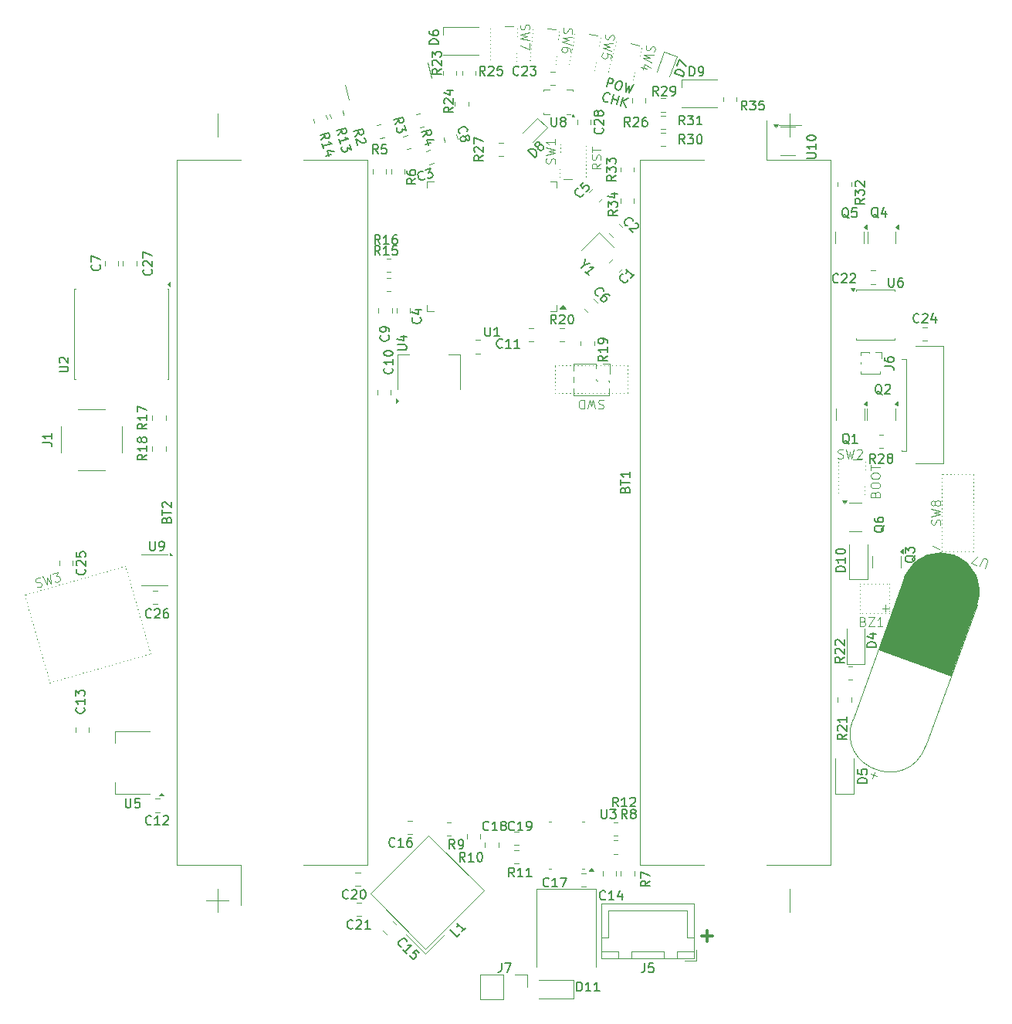
<source format=gbr>
%TF.GenerationSoftware,KiCad,Pcbnew,8.0.5*%
%TF.CreationDate,2025-02-19T23:04:31-05:00*%
%TF.ProjectId,airbrake_mod,61697262-7261-46b6-955f-6d6f642e6b69,rev?*%
%TF.SameCoordinates,Original*%
%TF.FileFunction,Legend,Top*%
%TF.FilePolarity,Positive*%
%FSLAX46Y46*%
G04 Gerber Fmt 4.6, Leading zero omitted, Abs format (unit mm)*
G04 Created by KiCad (PCBNEW 8.0.5) date 2025-02-19 23:04:31*
%MOMM*%
%LPD*%
G01*
G04 APERTURE LIST*
%ADD10C,0.300000*%
%ADD11C,0.100000*%
%ADD12C,0.150000*%
%ADD13C,0.120000*%
%ADD14C,4.300000*%
G04 APERTURE END LIST*
D10*
X121754510Y-146429400D02*
X122897368Y-146429400D01*
X122325939Y-147000828D02*
X122325939Y-145857971D01*
D11*
X140748609Y-97962782D02*
X140796228Y-97819925D01*
X140796228Y-97819925D02*
X140843847Y-97772306D01*
X140843847Y-97772306D02*
X140939085Y-97724687D01*
X140939085Y-97724687D02*
X141081942Y-97724687D01*
X141081942Y-97724687D02*
X141177180Y-97772306D01*
X141177180Y-97772306D02*
X141224800Y-97819925D01*
X141224800Y-97819925D02*
X141272419Y-97915163D01*
X141272419Y-97915163D02*
X141272419Y-98296115D01*
X141272419Y-98296115D02*
X140272419Y-98296115D01*
X140272419Y-98296115D02*
X140272419Y-97962782D01*
X140272419Y-97962782D02*
X140320038Y-97867544D01*
X140320038Y-97867544D02*
X140367657Y-97819925D01*
X140367657Y-97819925D02*
X140462895Y-97772306D01*
X140462895Y-97772306D02*
X140558133Y-97772306D01*
X140558133Y-97772306D02*
X140653371Y-97819925D01*
X140653371Y-97819925D02*
X140700990Y-97867544D01*
X140700990Y-97867544D02*
X140748609Y-97962782D01*
X140748609Y-97962782D02*
X140748609Y-98296115D01*
X140272419Y-97105639D02*
X140272419Y-96915163D01*
X140272419Y-96915163D02*
X140320038Y-96819925D01*
X140320038Y-96819925D02*
X140415276Y-96724687D01*
X140415276Y-96724687D02*
X140605752Y-96677068D01*
X140605752Y-96677068D02*
X140939085Y-96677068D01*
X140939085Y-96677068D02*
X141129561Y-96724687D01*
X141129561Y-96724687D02*
X141224800Y-96819925D01*
X141224800Y-96819925D02*
X141272419Y-96915163D01*
X141272419Y-96915163D02*
X141272419Y-97105639D01*
X141272419Y-97105639D02*
X141224800Y-97200877D01*
X141224800Y-97200877D02*
X141129561Y-97296115D01*
X141129561Y-97296115D02*
X140939085Y-97343734D01*
X140939085Y-97343734D02*
X140605752Y-97343734D01*
X140605752Y-97343734D02*
X140415276Y-97296115D01*
X140415276Y-97296115D02*
X140320038Y-97200877D01*
X140320038Y-97200877D02*
X140272419Y-97105639D01*
X140272419Y-96058020D02*
X140272419Y-95867544D01*
X140272419Y-95867544D02*
X140320038Y-95772306D01*
X140320038Y-95772306D02*
X140415276Y-95677068D01*
X140415276Y-95677068D02*
X140605752Y-95629449D01*
X140605752Y-95629449D02*
X140939085Y-95629449D01*
X140939085Y-95629449D02*
X141129561Y-95677068D01*
X141129561Y-95677068D02*
X141224800Y-95772306D01*
X141224800Y-95772306D02*
X141272419Y-95867544D01*
X141272419Y-95867544D02*
X141272419Y-96058020D01*
X141272419Y-96058020D02*
X141224800Y-96153258D01*
X141224800Y-96153258D02*
X141129561Y-96248496D01*
X141129561Y-96248496D02*
X140939085Y-96296115D01*
X140939085Y-96296115D02*
X140605752Y-96296115D01*
X140605752Y-96296115D02*
X140415276Y-96248496D01*
X140415276Y-96248496D02*
X140320038Y-96153258D01*
X140320038Y-96153258D02*
X140272419Y-96058020D01*
X140272419Y-95343734D02*
X140272419Y-94772306D01*
X141272419Y-95058020D02*
X140272419Y-95058020D01*
X110672419Y-61724687D02*
X110196228Y-62058020D01*
X110672419Y-62296115D02*
X109672419Y-62296115D01*
X109672419Y-62296115D02*
X109672419Y-61915163D01*
X109672419Y-61915163D02*
X109720038Y-61819925D01*
X109720038Y-61819925D02*
X109767657Y-61772306D01*
X109767657Y-61772306D02*
X109862895Y-61724687D01*
X109862895Y-61724687D02*
X110005752Y-61724687D01*
X110005752Y-61724687D02*
X110100990Y-61772306D01*
X110100990Y-61772306D02*
X110148609Y-61819925D01*
X110148609Y-61819925D02*
X110196228Y-61915163D01*
X110196228Y-61915163D02*
X110196228Y-62296115D01*
X110624800Y-61343734D02*
X110672419Y-61200877D01*
X110672419Y-61200877D02*
X110672419Y-60962782D01*
X110672419Y-60962782D02*
X110624800Y-60867544D01*
X110624800Y-60867544D02*
X110577180Y-60819925D01*
X110577180Y-60819925D02*
X110481942Y-60772306D01*
X110481942Y-60772306D02*
X110386704Y-60772306D01*
X110386704Y-60772306D02*
X110291466Y-60819925D01*
X110291466Y-60819925D02*
X110243847Y-60867544D01*
X110243847Y-60867544D02*
X110196228Y-60962782D01*
X110196228Y-60962782D02*
X110148609Y-61153258D01*
X110148609Y-61153258D02*
X110100990Y-61248496D01*
X110100990Y-61248496D02*
X110053371Y-61296115D01*
X110053371Y-61296115D02*
X109958133Y-61343734D01*
X109958133Y-61343734D02*
X109862895Y-61343734D01*
X109862895Y-61343734D02*
X109767657Y-61296115D01*
X109767657Y-61296115D02*
X109720038Y-61248496D01*
X109720038Y-61248496D02*
X109672419Y-61153258D01*
X109672419Y-61153258D02*
X109672419Y-60915163D01*
X109672419Y-60915163D02*
X109720038Y-60772306D01*
X109672419Y-60486591D02*
X109672419Y-59915163D01*
X110672419Y-60200877D02*
X109672419Y-60200877D01*
X105599997Y-83874997D02*
X105619997Y-83874997D01*
X106019997Y-83874997D02*
X106039997Y-83874997D01*
X106439997Y-83874997D02*
X106459997Y-83874997D01*
X106859997Y-83874997D02*
X106879997Y-83874997D01*
X107279997Y-83874997D02*
X107299997Y-83874997D01*
X107699997Y-83874997D02*
X107719997Y-83874997D01*
X108119997Y-83874997D02*
X108139997Y-83874997D01*
X108539997Y-83874997D02*
X108559997Y-83874997D01*
X108959997Y-83874997D02*
X108979997Y-83874997D01*
X109379997Y-83874997D02*
X109399997Y-83874997D01*
X109799997Y-83874997D02*
X109819997Y-83874997D01*
X110219997Y-83874997D02*
X110239997Y-83874997D01*
X110639997Y-83874997D02*
X110659997Y-83874997D01*
X111059997Y-83874997D02*
X111079997Y-83874997D01*
X111479997Y-83874997D02*
X111499997Y-83874997D01*
X111899997Y-83874997D02*
X111919997Y-83874997D01*
X112319997Y-83874997D02*
X112339997Y-83874997D01*
X112739997Y-83874997D02*
X112759997Y-83874997D01*
X113159997Y-83874997D02*
X113179997Y-83874997D01*
X113579997Y-83874997D02*
X113599997Y-83874997D01*
X113599997Y-83874997D02*
X113599997Y-83894997D01*
X113599997Y-84294997D02*
X113599997Y-84314997D01*
X113599997Y-84714997D02*
X113599997Y-84734997D01*
X113599997Y-85134997D02*
X113599997Y-85154997D01*
X113599997Y-85554997D02*
X113599997Y-85574997D01*
X113599997Y-85974997D02*
X113599997Y-85994997D01*
X113599997Y-86394997D02*
X113599997Y-86414997D01*
X113599997Y-86814997D02*
X113599997Y-86834997D01*
X113599997Y-86924997D02*
X113579997Y-86924997D01*
X113179997Y-86924997D02*
X113159997Y-86924997D01*
X112759997Y-86924997D02*
X112739997Y-86924997D01*
X112339997Y-86924997D02*
X112319997Y-86924997D01*
X111919997Y-86924997D02*
X111899997Y-86924997D01*
X111499997Y-86924997D02*
X111479997Y-86924997D01*
X111079997Y-86924997D02*
X111059997Y-86924997D01*
X110659997Y-86924997D02*
X110639997Y-86924997D01*
X110239997Y-86924997D02*
X110219997Y-86924997D01*
X109819997Y-86924997D02*
X109799997Y-86924997D01*
X109399997Y-86924997D02*
X109379997Y-86924997D01*
X108979997Y-86924997D02*
X108959997Y-86924997D01*
X108559997Y-86924997D02*
X108539997Y-86924997D01*
X108139997Y-86924997D02*
X108119997Y-86924997D01*
X107719997Y-86924997D02*
X107699997Y-86924997D01*
X107299997Y-86924997D02*
X107279997Y-86924997D01*
X106879997Y-86924997D02*
X106859997Y-86924997D01*
X106459997Y-86924997D02*
X106439997Y-86924997D01*
X106039997Y-86924997D02*
X106019997Y-86924997D01*
X105619997Y-86924997D02*
X105599997Y-86924997D01*
X105599997Y-86924997D02*
X105599997Y-86904997D01*
X105599997Y-86504997D02*
X105599997Y-86484997D01*
X105599997Y-86084997D02*
X105599997Y-86064997D01*
X105599997Y-85664997D02*
X105599997Y-85644997D01*
X105599997Y-85244997D02*
X105599997Y-85224997D01*
X105599997Y-84824997D02*
X105599997Y-84804997D01*
X105599997Y-84404997D02*
X105599997Y-84384997D01*
X105599997Y-83984997D02*
X105599997Y-83964997D01*
X110957139Y-87675197D02*
X110814282Y-87627577D01*
X110814282Y-87627577D02*
X110576187Y-87627577D01*
X110576187Y-87627577D02*
X110480949Y-87675197D01*
X110480949Y-87675197D02*
X110433330Y-87722816D01*
X110433330Y-87722816D02*
X110385711Y-87818054D01*
X110385711Y-87818054D02*
X110385711Y-87913292D01*
X110385711Y-87913292D02*
X110433330Y-88008530D01*
X110433330Y-88008530D02*
X110480949Y-88056149D01*
X110480949Y-88056149D02*
X110576187Y-88103768D01*
X110576187Y-88103768D02*
X110766663Y-88151387D01*
X110766663Y-88151387D02*
X110861901Y-88199006D01*
X110861901Y-88199006D02*
X110909520Y-88246625D01*
X110909520Y-88246625D02*
X110957139Y-88341863D01*
X110957139Y-88341863D02*
X110957139Y-88437101D01*
X110957139Y-88437101D02*
X110909520Y-88532339D01*
X110909520Y-88532339D02*
X110861901Y-88579958D01*
X110861901Y-88579958D02*
X110766663Y-88627577D01*
X110766663Y-88627577D02*
X110528568Y-88627577D01*
X110528568Y-88627577D02*
X110385711Y-88579958D01*
X110052377Y-88627577D02*
X109814282Y-87627577D01*
X109814282Y-87627577D02*
X109623806Y-88341863D01*
X109623806Y-88341863D02*
X109433330Y-87627577D01*
X109433330Y-87627577D02*
X109195235Y-88627577D01*
X108814282Y-87627577D02*
X108814282Y-88627577D01*
X108814282Y-88627577D02*
X108576187Y-88627577D01*
X108576187Y-88627577D02*
X108433330Y-88579958D01*
X108433330Y-88579958D02*
X108338092Y-88484720D01*
X108338092Y-88484720D02*
X108290473Y-88389482D01*
X108290473Y-88389482D02*
X108242854Y-88199006D01*
X108242854Y-88199006D02*
X108242854Y-88056149D01*
X108242854Y-88056149D02*
X108290473Y-87865673D01*
X108290473Y-87865673D02*
X108338092Y-87770435D01*
X108338092Y-87770435D02*
X108433330Y-87675197D01*
X108433330Y-87675197D02*
X108576187Y-87627577D01*
X108576187Y-87627577D02*
X108814282Y-87627577D01*
D12*
X111275678Y-53306330D02*
X111534497Y-52340404D01*
X111534497Y-52340404D02*
X111902468Y-52439002D01*
X111902468Y-52439002D02*
X111982137Y-52509648D01*
X111982137Y-52509648D02*
X112015808Y-52567969D01*
X112015808Y-52567969D02*
X112037155Y-52672287D01*
X112037155Y-52672287D02*
X112000181Y-52810276D01*
X112000181Y-52810276D02*
X111929535Y-52889945D01*
X111929535Y-52889945D02*
X111871214Y-52923616D01*
X111871214Y-52923616D02*
X111766896Y-52944963D01*
X111766896Y-52944963D02*
X111398925Y-52846366D01*
X112684408Y-52648522D02*
X112868394Y-52697821D01*
X112868394Y-52697821D02*
X112948062Y-52768467D01*
X112948062Y-52768467D02*
X113015406Y-52885109D01*
X113015406Y-52885109D02*
X113012104Y-53081420D01*
X113012104Y-53081420D02*
X112925830Y-53403395D01*
X112925830Y-53403395D02*
X112830535Y-53575056D01*
X112830535Y-53575056D02*
X112713893Y-53642400D01*
X112713893Y-53642400D02*
X112609575Y-53663747D01*
X112609575Y-53663747D02*
X112425589Y-53614448D01*
X112425589Y-53614448D02*
X112345921Y-53543802D01*
X112345921Y-53543802D02*
X112278578Y-53427160D01*
X112278578Y-53427160D02*
X112281880Y-53230849D01*
X112281880Y-53230849D02*
X112368153Y-52908874D01*
X112368153Y-52908874D02*
X112463448Y-52737213D01*
X112463448Y-52737213D02*
X112580091Y-52669869D01*
X112580091Y-52669869D02*
X112684408Y-52648522D01*
X113420352Y-52845718D02*
X113391515Y-53873267D01*
X113391515Y-53873267D02*
X113760372Y-53232619D01*
X113760372Y-53232619D02*
X113759487Y-53971865D01*
X113759487Y-53971865D02*
X114248288Y-53067563D01*
X111435601Y-54917320D02*
X111377279Y-54950992D01*
X111377279Y-54950992D02*
X111226965Y-54960014D01*
X111226965Y-54960014D02*
X111134972Y-54935365D01*
X111134972Y-54935365D02*
X111009308Y-54852394D01*
X111009308Y-54852394D02*
X110941964Y-54735752D01*
X110941964Y-54735752D02*
X110920617Y-54631434D01*
X110920617Y-54631434D02*
X110923920Y-54435123D01*
X110923920Y-54435123D02*
X110960894Y-54297134D01*
X110960894Y-54297134D02*
X111056189Y-54125473D01*
X111056189Y-54125473D02*
X111126835Y-54045805D01*
X111126835Y-54045805D02*
X111243477Y-53978461D01*
X111243477Y-53978461D02*
X111393791Y-53969439D01*
X111393791Y-53969439D02*
X111485784Y-53994088D01*
X111485784Y-53994088D02*
X111611449Y-54077059D01*
X111611449Y-54077059D02*
X111645121Y-54135380D01*
X111824919Y-55120235D02*
X112083738Y-54154309D01*
X111960491Y-54614274D02*
X112512449Y-54762171D01*
X112376877Y-55268132D02*
X112635696Y-54302206D01*
X112836842Y-55391379D02*
X113095661Y-54425453D01*
X113388799Y-55539276D02*
X113122728Y-54876396D01*
X113647618Y-54573350D02*
X112947764Y-54977411D01*
X141750057Y-101395238D02*
X141702438Y-101490476D01*
X141702438Y-101490476D02*
X141607200Y-101585714D01*
X141607200Y-101585714D02*
X141464342Y-101728571D01*
X141464342Y-101728571D02*
X141416723Y-101823809D01*
X141416723Y-101823809D02*
X141416723Y-101919047D01*
X141654819Y-101871428D02*
X141607200Y-101966666D01*
X141607200Y-101966666D02*
X141511961Y-102061904D01*
X141511961Y-102061904D02*
X141321485Y-102109523D01*
X141321485Y-102109523D02*
X140988152Y-102109523D01*
X140988152Y-102109523D02*
X140797676Y-102061904D01*
X140797676Y-102061904D02*
X140702438Y-101966666D01*
X140702438Y-101966666D02*
X140654819Y-101871428D01*
X140654819Y-101871428D02*
X140654819Y-101680952D01*
X140654819Y-101680952D02*
X140702438Y-101585714D01*
X140702438Y-101585714D02*
X140797676Y-101490476D01*
X140797676Y-101490476D02*
X140988152Y-101442857D01*
X140988152Y-101442857D02*
X141321485Y-101442857D01*
X141321485Y-101442857D02*
X141511961Y-101490476D01*
X141511961Y-101490476D02*
X141607200Y-101585714D01*
X141607200Y-101585714D02*
X141654819Y-101680952D01*
X141654819Y-101680952D02*
X141654819Y-101871428D01*
X140654819Y-100585714D02*
X140654819Y-100776190D01*
X140654819Y-100776190D02*
X140702438Y-100871428D01*
X140702438Y-100871428D02*
X140750057Y-100919047D01*
X140750057Y-100919047D02*
X140892914Y-101014285D01*
X140892914Y-101014285D02*
X141083390Y-101061904D01*
X141083390Y-101061904D02*
X141464342Y-101061904D01*
X141464342Y-101061904D02*
X141559580Y-101014285D01*
X141559580Y-101014285D02*
X141607200Y-100966666D01*
X141607200Y-100966666D02*
X141654819Y-100871428D01*
X141654819Y-100871428D02*
X141654819Y-100680952D01*
X141654819Y-100680952D02*
X141607200Y-100585714D01*
X141607200Y-100585714D02*
X141559580Y-100538095D01*
X141559580Y-100538095D02*
X141464342Y-100490476D01*
X141464342Y-100490476D02*
X141226247Y-100490476D01*
X141226247Y-100490476D02*
X141131009Y-100538095D01*
X141131009Y-100538095D02*
X141083390Y-100585714D01*
X141083390Y-100585714D02*
X141035771Y-100680952D01*
X141035771Y-100680952D02*
X141035771Y-100871428D01*
X141035771Y-100871428D02*
X141083390Y-100966666D01*
X141083390Y-100966666D02*
X141131009Y-101014285D01*
X141131009Y-101014285D02*
X141226247Y-101061904D01*
D11*
X147859800Y-101333332D02*
X147907419Y-101190475D01*
X147907419Y-101190475D02*
X147907419Y-100952380D01*
X147907419Y-100952380D02*
X147859800Y-100857142D01*
X147859800Y-100857142D02*
X147812180Y-100809523D01*
X147812180Y-100809523D02*
X147716942Y-100761904D01*
X147716942Y-100761904D02*
X147621704Y-100761904D01*
X147621704Y-100761904D02*
X147526466Y-100809523D01*
X147526466Y-100809523D02*
X147478847Y-100857142D01*
X147478847Y-100857142D02*
X147431228Y-100952380D01*
X147431228Y-100952380D02*
X147383609Y-101142856D01*
X147383609Y-101142856D02*
X147335990Y-101238094D01*
X147335990Y-101238094D02*
X147288371Y-101285713D01*
X147288371Y-101285713D02*
X147193133Y-101333332D01*
X147193133Y-101333332D02*
X147097895Y-101333332D01*
X147097895Y-101333332D02*
X147002657Y-101285713D01*
X147002657Y-101285713D02*
X146955038Y-101238094D01*
X146955038Y-101238094D02*
X146907419Y-101142856D01*
X146907419Y-101142856D02*
X146907419Y-100904761D01*
X146907419Y-100904761D02*
X146955038Y-100761904D01*
X146907419Y-100428570D02*
X147907419Y-100190475D01*
X147907419Y-100190475D02*
X147193133Y-99999999D01*
X147193133Y-99999999D02*
X147907419Y-99809523D01*
X147907419Y-99809523D02*
X146907419Y-99571428D01*
X147335990Y-99047618D02*
X147288371Y-99142856D01*
X147288371Y-99142856D02*
X147240752Y-99190475D01*
X147240752Y-99190475D02*
X147145514Y-99238094D01*
X147145514Y-99238094D02*
X147097895Y-99238094D01*
X147097895Y-99238094D02*
X147002657Y-99190475D01*
X147002657Y-99190475D02*
X146955038Y-99142856D01*
X146955038Y-99142856D02*
X146907419Y-99047618D01*
X146907419Y-99047618D02*
X146907419Y-98857142D01*
X146907419Y-98857142D02*
X146955038Y-98761904D01*
X146955038Y-98761904D02*
X147002657Y-98714285D01*
X147002657Y-98714285D02*
X147097895Y-98666666D01*
X147097895Y-98666666D02*
X147145514Y-98666666D01*
X147145514Y-98666666D02*
X147240752Y-98714285D01*
X147240752Y-98714285D02*
X147288371Y-98761904D01*
X147288371Y-98761904D02*
X147335990Y-98857142D01*
X147335990Y-98857142D02*
X147335990Y-99047618D01*
X147335990Y-99047618D02*
X147383609Y-99142856D01*
X147383609Y-99142856D02*
X147431228Y-99190475D01*
X147431228Y-99190475D02*
X147526466Y-99238094D01*
X147526466Y-99238094D02*
X147716942Y-99238094D01*
X147716942Y-99238094D02*
X147812180Y-99190475D01*
X147812180Y-99190475D02*
X147859800Y-99142856D01*
X147859800Y-99142856D02*
X147907419Y-99047618D01*
X147907419Y-99047618D02*
X147907419Y-98857142D01*
X147907419Y-98857142D02*
X147859800Y-98761904D01*
X147859800Y-98761904D02*
X147812180Y-98714285D01*
X147812180Y-98714285D02*
X147716942Y-98666666D01*
X147716942Y-98666666D02*
X147526466Y-98666666D01*
X147526466Y-98666666D02*
X147431228Y-98714285D01*
X147431228Y-98714285D02*
X147383609Y-98761904D01*
X147383609Y-98761904D02*
X147335990Y-98857142D01*
D12*
X126657142Y-55854819D02*
X126323809Y-55378628D01*
X126085714Y-55854819D02*
X126085714Y-54854819D01*
X126085714Y-54854819D02*
X126466666Y-54854819D01*
X126466666Y-54854819D02*
X126561904Y-54902438D01*
X126561904Y-54902438D02*
X126609523Y-54950057D01*
X126609523Y-54950057D02*
X126657142Y-55045295D01*
X126657142Y-55045295D02*
X126657142Y-55188152D01*
X126657142Y-55188152D02*
X126609523Y-55283390D01*
X126609523Y-55283390D02*
X126561904Y-55331009D01*
X126561904Y-55331009D02*
X126466666Y-55378628D01*
X126466666Y-55378628D02*
X126085714Y-55378628D01*
X126990476Y-54854819D02*
X127609523Y-54854819D01*
X127609523Y-54854819D02*
X127276190Y-55235771D01*
X127276190Y-55235771D02*
X127419047Y-55235771D01*
X127419047Y-55235771D02*
X127514285Y-55283390D01*
X127514285Y-55283390D02*
X127561904Y-55331009D01*
X127561904Y-55331009D02*
X127609523Y-55426247D01*
X127609523Y-55426247D02*
X127609523Y-55664342D01*
X127609523Y-55664342D02*
X127561904Y-55759580D01*
X127561904Y-55759580D02*
X127514285Y-55807200D01*
X127514285Y-55807200D02*
X127419047Y-55854819D01*
X127419047Y-55854819D02*
X127133333Y-55854819D01*
X127133333Y-55854819D02*
X127038095Y-55807200D01*
X127038095Y-55807200D02*
X126990476Y-55759580D01*
X128514285Y-54854819D02*
X128038095Y-54854819D01*
X128038095Y-54854819D02*
X127990476Y-55331009D01*
X127990476Y-55331009D02*
X128038095Y-55283390D01*
X128038095Y-55283390D02*
X128133333Y-55235771D01*
X128133333Y-55235771D02*
X128371428Y-55235771D01*
X128371428Y-55235771D02*
X128466666Y-55283390D01*
X128466666Y-55283390D02*
X128514285Y-55331009D01*
X128514285Y-55331009D02*
X128561904Y-55426247D01*
X128561904Y-55426247D02*
X128561904Y-55664342D01*
X128561904Y-55664342D02*
X128514285Y-55759580D01*
X128514285Y-55759580D02*
X128466666Y-55807200D01*
X128466666Y-55807200D02*
X128371428Y-55854819D01*
X128371428Y-55854819D02*
X128133333Y-55854819D01*
X128133333Y-55854819D02*
X128038095Y-55807200D01*
X128038095Y-55807200D02*
X127990476Y-55759580D01*
X139554819Y-65542857D02*
X139078628Y-65876190D01*
X139554819Y-66114285D02*
X138554819Y-66114285D01*
X138554819Y-66114285D02*
X138554819Y-65733333D01*
X138554819Y-65733333D02*
X138602438Y-65638095D01*
X138602438Y-65638095D02*
X138650057Y-65590476D01*
X138650057Y-65590476D02*
X138745295Y-65542857D01*
X138745295Y-65542857D02*
X138888152Y-65542857D01*
X138888152Y-65542857D02*
X138983390Y-65590476D01*
X138983390Y-65590476D02*
X139031009Y-65638095D01*
X139031009Y-65638095D02*
X139078628Y-65733333D01*
X139078628Y-65733333D02*
X139078628Y-66114285D01*
X138554819Y-65209523D02*
X138554819Y-64590476D01*
X138554819Y-64590476D02*
X138935771Y-64923809D01*
X138935771Y-64923809D02*
X138935771Y-64780952D01*
X138935771Y-64780952D02*
X138983390Y-64685714D01*
X138983390Y-64685714D02*
X139031009Y-64638095D01*
X139031009Y-64638095D02*
X139126247Y-64590476D01*
X139126247Y-64590476D02*
X139364342Y-64590476D01*
X139364342Y-64590476D02*
X139459580Y-64638095D01*
X139459580Y-64638095D02*
X139507200Y-64685714D01*
X139507200Y-64685714D02*
X139554819Y-64780952D01*
X139554819Y-64780952D02*
X139554819Y-65066666D01*
X139554819Y-65066666D02*
X139507200Y-65161904D01*
X139507200Y-65161904D02*
X139459580Y-65209523D01*
X138650057Y-64209523D02*
X138602438Y-64161904D01*
X138602438Y-64161904D02*
X138554819Y-64066666D01*
X138554819Y-64066666D02*
X138554819Y-63828571D01*
X138554819Y-63828571D02*
X138602438Y-63733333D01*
X138602438Y-63733333D02*
X138650057Y-63685714D01*
X138650057Y-63685714D02*
X138745295Y-63638095D01*
X138745295Y-63638095D02*
X138840533Y-63638095D01*
X138840533Y-63638095D02*
X138983390Y-63685714D01*
X138983390Y-63685714D02*
X139554819Y-64257142D01*
X139554819Y-64257142D02*
X139554819Y-63638095D01*
X99766666Y-149354819D02*
X99766666Y-150069104D01*
X99766666Y-150069104D02*
X99719047Y-150211961D01*
X99719047Y-150211961D02*
X99623809Y-150307200D01*
X99623809Y-150307200D02*
X99480952Y-150354819D01*
X99480952Y-150354819D02*
X99385714Y-150354819D01*
X100147619Y-149354819D02*
X100814285Y-149354819D01*
X100814285Y-149354819D02*
X100385714Y-150354819D01*
X108035714Y-152454819D02*
X108035714Y-151454819D01*
X108035714Y-151454819D02*
X108273809Y-151454819D01*
X108273809Y-151454819D02*
X108416666Y-151502438D01*
X108416666Y-151502438D02*
X108511904Y-151597676D01*
X108511904Y-151597676D02*
X108559523Y-151692914D01*
X108559523Y-151692914D02*
X108607142Y-151883390D01*
X108607142Y-151883390D02*
X108607142Y-152026247D01*
X108607142Y-152026247D02*
X108559523Y-152216723D01*
X108559523Y-152216723D02*
X108511904Y-152311961D01*
X108511904Y-152311961D02*
X108416666Y-152407200D01*
X108416666Y-152407200D02*
X108273809Y-152454819D01*
X108273809Y-152454819D02*
X108035714Y-152454819D01*
X109559523Y-152454819D02*
X108988095Y-152454819D01*
X109273809Y-152454819D02*
X109273809Y-151454819D01*
X109273809Y-151454819D02*
X109178571Y-151597676D01*
X109178571Y-151597676D02*
X109083333Y-151692914D01*
X109083333Y-151692914D02*
X108988095Y-151740533D01*
X110511904Y-152454819D02*
X109940476Y-152454819D01*
X110226190Y-152454819D02*
X110226190Y-151454819D01*
X110226190Y-151454819D02*
X110130952Y-151597676D01*
X110130952Y-151597676D02*
X110035714Y-151692914D01*
X110035714Y-151692914D02*
X109940476Y-151740533D01*
X110839580Y-57842857D02*
X110887200Y-57890476D01*
X110887200Y-57890476D02*
X110934819Y-58033333D01*
X110934819Y-58033333D02*
X110934819Y-58128571D01*
X110934819Y-58128571D02*
X110887200Y-58271428D01*
X110887200Y-58271428D02*
X110791961Y-58366666D01*
X110791961Y-58366666D02*
X110696723Y-58414285D01*
X110696723Y-58414285D02*
X110506247Y-58461904D01*
X110506247Y-58461904D02*
X110363390Y-58461904D01*
X110363390Y-58461904D02*
X110172914Y-58414285D01*
X110172914Y-58414285D02*
X110077676Y-58366666D01*
X110077676Y-58366666D02*
X109982438Y-58271428D01*
X109982438Y-58271428D02*
X109934819Y-58128571D01*
X109934819Y-58128571D02*
X109934819Y-58033333D01*
X109934819Y-58033333D02*
X109982438Y-57890476D01*
X109982438Y-57890476D02*
X110030057Y-57842857D01*
X110030057Y-57461904D02*
X109982438Y-57414285D01*
X109982438Y-57414285D02*
X109934819Y-57319047D01*
X109934819Y-57319047D02*
X109934819Y-57080952D01*
X109934819Y-57080952D02*
X109982438Y-56985714D01*
X109982438Y-56985714D02*
X110030057Y-56938095D01*
X110030057Y-56938095D02*
X110125295Y-56890476D01*
X110125295Y-56890476D02*
X110220533Y-56890476D01*
X110220533Y-56890476D02*
X110363390Y-56938095D01*
X110363390Y-56938095D02*
X110934819Y-57509523D01*
X110934819Y-57509523D02*
X110934819Y-56890476D01*
X110363390Y-56319047D02*
X110315771Y-56414285D01*
X110315771Y-56414285D02*
X110268152Y-56461904D01*
X110268152Y-56461904D02*
X110172914Y-56509523D01*
X110172914Y-56509523D02*
X110125295Y-56509523D01*
X110125295Y-56509523D02*
X110030057Y-56461904D01*
X110030057Y-56461904D02*
X109982438Y-56414285D01*
X109982438Y-56414285D02*
X109934819Y-56319047D01*
X109934819Y-56319047D02*
X109934819Y-56128571D01*
X109934819Y-56128571D02*
X109982438Y-56033333D01*
X109982438Y-56033333D02*
X110030057Y-55985714D01*
X110030057Y-55985714D02*
X110125295Y-55938095D01*
X110125295Y-55938095D02*
X110172914Y-55938095D01*
X110172914Y-55938095D02*
X110268152Y-55985714D01*
X110268152Y-55985714D02*
X110315771Y-56033333D01*
X110315771Y-56033333D02*
X110363390Y-56128571D01*
X110363390Y-56128571D02*
X110363390Y-56319047D01*
X110363390Y-56319047D02*
X110411009Y-56414285D01*
X110411009Y-56414285D02*
X110458628Y-56461904D01*
X110458628Y-56461904D02*
X110553866Y-56509523D01*
X110553866Y-56509523D02*
X110744342Y-56509523D01*
X110744342Y-56509523D02*
X110839580Y-56461904D01*
X110839580Y-56461904D02*
X110887200Y-56414285D01*
X110887200Y-56414285D02*
X110934819Y-56319047D01*
X110934819Y-56319047D02*
X110934819Y-56128571D01*
X110934819Y-56128571D02*
X110887200Y-56033333D01*
X110887200Y-56033333D02*
X110839580Y-55985714D01*
X110839580Y-55985714D02*
X110744342Y-55938095D01*
X110744342Y-55938095D02*
X110553866Y-55938095D01*
X110553866Y-55938095D02*
X110458628Y-55985714D01*
X110458628Y-55985714D02*
X110411009Y-56033333D01*
X110411009Y-56033333D02*
X110363390Y-56128571D01*
X61359580Y-73342857D02*
X61407200Y-73390476D01*
X61407200Y-73390476D02*
X61454819Y-73533333D01*
X61454819Y-73533333D02*
X61454819Y-73628571D01*
X61454819Y-73628571D02*
X61407200Y-73771428D01*
X61407200Y-73771428D02*
X61311961Y-73866666D01*
X61311961Y-73866666D02*
X61216723Y-73914285D01*
X61216723Y-73914285D02*
X61026247Y-73961904D01*
X61026247Y-73961904D02*
X60883390Y-73961904D01*
X60883390Y-73961904D02*
X60692914Y-73914285D01*
X60692914Y-73914285D02*
X60597676Y-73866666D01*
X60597676Y-73866666D02*
X60502438Y-73771428D01*
X60502438Y-73771428D02*
X60454819Y-73628571D01*
X60454819Y-73628571D02*
X60454819Y-73533333D01*
X60454819Y-73533333D02*
X60502438Y-73390476D01*
X60502438Y-73390476D02*
X60550057Y-73342857D01*
X60550057Y-72961904D02*
X60502438Y-72914285D01*
X60502438Y-72914285D02*
X60454819Y-72819047D01*
X60454819Y-72819047D02*
X60454819Y-72580952D01*
X60454819Y-72580952D02*
X60502438Y-72485714D01*
X60502438Y-72485714D02*
X60550057Y-72438095D01*
X60550057Y-72438095D02*
X60645295Y-72390476D01*
X60645295Y-72390476D02*
X60740533Y-72390476D01*
X60740533Y-72390476D02*
X60883390Y-72438095D01*
X60883390Y-72438095D02*
X61454819Y-73009523D01*
X61454819Y-73009523D02*
X61454819Y-72390476D01*
X60454819Y-72057142D02*
X60454819Y-71390476D01*
X60454819Y-71390476D02*
X61454819Y-71819047D01*
X137449819Y-106441285D02*
X136449819Y-106441285D01*
X136449819Y-106441285D02*
X136449819Y-106203190D01*
X136449819Y-106203190D02*
X136497438Y-106060333D01*
X136497438Y-106060333D02*
X136592676Y-105965095D01*
X136592676Y-105965095D02*
X136687914Y-105917476D01*
X136687914Y-105917476D02*
X136878390Y-105869857D01*
X136878390Y-105869857D02*
X137021247Y-105869857D01*
X137021247Y-105869857D02*
X137211723Y-105917476D01*
X137211723Y-105917476D02*
X137306961Y-105965095D01*
X137306961Y-105965095D02*
X137402200Y-106060333D01*
X137402200Y-106060333D02*
X137449819Y-106203190D01*
X137449819Y-106203190D02*
X137449819Y-106441285D01*
X137449819Y-104917476D02*
X137449819Y-105488904D01*
X137449819Y-105203190D02*
X136449819Y-105203190D01*
X136449819Y-105203190D02*
X136592676Y-105298428D01*
X136592676Y-105298428D02*
X136687914Y-105393666D01*
X136687914Y-105393666D02*
X136735533Y-105488904D01*
X136449819Y-104298428D02*
X136449819Y-104203190D01*
X136449819Y-104203190D02*
X136497438Y-104107952D01*
X136497438Y-104107952D02*
X136545057Y-104060333D01*
X136545057Y-104060333D02*
X136640295Y-104012714D01*
X136640295Y-104012714D02*
X136830771Y-103965095D01*
X136830771Y-103965095D02*
X137068866Y-103965095D01*
X137068866Y-103965095D02*
X137259342Y-104012714D01*
X137259342Y-104012714D02*
X137354580Y-104060333D01*
X137354580Y-104060333D02*
X137402200Y-104107952D01*
X137402200Y-104107952D02*
X137449819Y-104203190D01*
X137449819Y-104203190D02*
X137449819Y-104298428D01*
X137449819Y-104298428D02*
X137402200Y-104393666D01*
X137402200Y-104393666D02*
X137354580Y-104441285D01*
X137354580Y-104441285D02*
X137259342Y-104488904D01*
X137259342Y-104488904D02*
X137068866Y-104536523D01*
X137068866Y-104536523D02*
X136830771Y-104536523D01*
X136830771Y-104536523D02*
X136640295Y-104488904D01*
X136640295Y-104488904D02*
X136545057Y-104441285D01*
X136545057Y-104441285D02*
X136497438Y-104393666D01*
X136497438Y-104393666D02*
X136449819Y-104298428D01*
X61357142Y-111459580D02*
X61309523Y-111507200D01*
X61309523Y-111507200D02*
X61166666Y-111554819D01*
X61166666Y-111554819D02*
X61071428Y-111554819D01*
X61071428Y-111554819D02*
X60928571Y-111507200D01*
X60928571Y-111507200D02*
X60833333Y-111411961D01*
X60833333Y-111411961D02*
X60785714Y-111316723D01*
X60785714Y-111316723D02*
X60738095Y-111126247D01*
X60738095Y-111126247D02*
X60738095Y-110983390D01*
X60738095Y-110983390D02*
X60785714Y-110792914D01*
X60785714Y-110792914D02*
X60833333Y-110697676D01*
X60833333Y-110697676D02*
X60928571Y-110602438D01*
X60928571Y-110602438D02*
X61071428Y-110554819D01*
X61071428Y-110554819D02*
X61166666Y-110554819D01*
X61166666Y-110554819D02*
X61309523Y-110602438D01*
X61309523Y-110602438D02*
X61357142Y-110650057D01*
X61738095Y-110650057D02*
X61785714Y-110602438D01*
X61785714Y-110602438D02*
X61880952Y-110554819D01*
X61880952Y-110554819D02*
X62119047Y-110554819D01*
X62119047Y-110554819D02*
X62214285Y-110602438D01*
X62214285Y-110602438D02*
X62261904Y-110650057D01*
X62261904Y-110650057D02*
X62309523Y-110745295D01*
X62309523Y-110745295D02*
X62309523Y-110840533D01*
X62309523Y-110840533D02*
X62261904Y-110983390D01*
X62261904Y-110983390D02*
X61690476Y-111554819D01*
X61690476Y-111554819D02*
X62309523Y-111554819D01*
X63166666Y-110554819D02*
X62976190Y-110554819D01*
X62976190Y-110554819D02*
X62880952Y-110602438D01*
X62880952Y-110602438D02*
X62833333Y-110650057D01*
X62833333Y-110650057D02*
X62738095Y-110792914D01*
X62738095Y-110792914D02*
X62690476Y-110983390D01*
X62690476Y-110983390D02*
X62690476Y-111364342D01*
X62690476Y-111364342D02*
X62738095Y-111459580D01*
X62738095Y-111459580D02*
X62785714Y-111507200D01*
X62785714Y-111507200D02*
X62880952Y-111554819D01*
X62880952Y-111554819D02*
X63071428Y-111554819D01*
X63071428Y-111554819D02*
X63166666Y-111507200D01*
X63166666Y-111507200D02*
X63214285Y-111459580D01*
X63214285Y-111459580D02*
X63261904Y-111364342D01*
X63261904Y-111364342D02*
X63261904Y-111126247D01*
X63261904Y-111126247D02*
X63214285Y-111031009D01*
X63214285Y-111031009D02*
X63166666Y-110983390D01*
X63166666Y-110983390D02*
X63071428Y-110935771D01*
X63071428Y-110935771D02*
X62880952Y-110935771D01*
X62880952Y-110935771D02*
X62785714Y-110983390D01*
X62785714Y-110983390D02*
X62738095Y-111031009D01*
X62738095Y-111031009D02*
X62690476Y-111126247D01*
X140757142Y-94554819D02*
X140423809Y-94078628D01*
X140185714Y-94554819D02*
X140185714Y-93554819D01*
X140185714Y-93554819D02*
X140566666Y-93554819D01*
X140566666Y-93554819D02*
X140661904Y-93602438D01*
X140661904Y-93602438D02*
X140709523Y-93650057D01*
X140709523Y-93650057D02*
X140757142Y-93745295D01*
X140757142Y-93745295D02*
X140757142Y-93888152D01*
X140757142Y-93888152D02*
X140709523Y-93983390D01*
X140709523Y-93983390D02*
X140661904Y-94031009D01*
X140661904Y-94031009D02*
X140566666Y-94078628D01*
X140566666Y-94078628D02*
X140185714Y-94078628D01*
X141138095Y-93650057D02*
X141185714Y-93602438D01*
X141185714Y-93602438D02*
X141280952Y-93554819D01*
X141280952Y-93554819D02*
X141519047Y-93554819D01*
X141519047Y-93554819D02*
X141614285Y-93602438D01*
X141614285Y-93602438D02*
X141661904Y-93650057D01*
X141661904Y-93650057D02*
X141709523Y-93745295D01*
X141709523Y-93745295D02*
X141709523Y-93840533D01*
X141709523Y-93840533D02*
X141661904Y-93983390D01*
X141661904Y-93983390D02*
X141090476Y-94554819D01*
X141090476Y-94554819D02*
X141709523Y-94554819D01*
X142280952Y-93983390D02*
X142185714Y-93935771D01*
X142185714Y-93935771D02*
X142138095Y-93888152D01*
X142138095Y-93888152D02*
X142090476Y-93792914D01*
X142090476Y-93792914D02*
X142090476Y-93745295D01*
X142090476Y-93745295D02*
X142138095Y-93650057D01*
X142138095Y-93650057D02*
X142185714Y-93602438D01*
X142185714Y-93602438D02*
X142280952Y-93554819D01*
X142280952Y-93554819D02*
X142471428Y-93554819D01*
X142471428Y-93554819D02*
X142566666Y-93602438D01*
X142566666Y-93602438D02*
X142614285Y-93650057D01*
X142614285Y-93650057D02*
X142661904Y-93745295D01*
X142661904Y-93745295D02*
X142661904Y-93792914D01*
X142661904Y-93792914D02*
X142614285Y-93888152D01*
X142614285Y-93888152D02*
X142566666Y-93935771D01*
X142566666Y-93935771D02*
X142471428Y-93983390D01*
X142471428Y-93983390D02*
X142280952Y-93983390D01*
X142280952Y-93983390D02*
X142185714Y-94031009D01*
X142185714Y-94031009D02*
X142138095Y-94078628D01*
X142138095Y-94078628D02*
X142090476Y-94173866D01*
X142090476Y-94173866D02*
X142090476Y-94364342D01*
X142090476Y-94364342D02*
X142138095Y-94459580D01*
X142138095Y-94459580D02*
X142185714Y-94507200D01*
X142185714Y-94507200D02*
X142280952Y-94554819D01*
X142280952Y-94554819D02*
X142471428Y-94554819D01*
X142471428Y-94554819D02*
X142566666Y-94507200D01*
X142566666Y-94507200D02*
X142614285Y-94459580D01*
X142614285Y-94459580D02*
X142661904Y-94364342D01*
X142661904Y-94364342D02*
X142661904Y-94173866D01*
X142661904Y-94173866D02*
X142614285Y-94078628D01*
X142614285Y-94078628D02*
X142566666Y-94031009D01*
X142566666Y-94031009D02*
X142471428Y-93983390D01*
X108828394Y-72798170D02*
X108491676Y-73134888D01*
X108963081Y-72192079D02*
X108828394Y-72798170D01*
X108828394Y-72798170D02*
X109434485Y-72663483D01*
X109333470Y-73976681D02*
X108929409Y-73572620D01*
X109131440Y-73774651D02*
X109838546Y-73067544D01*
X109838546Y-73067544D02*
X109670188Y-73101216D01*
X109670188Y-73101216D02*
X109535501Y-73101216D01*
X109535501Y-73101216D02*
X109434485Y-73067544D01*
X54039580Y-106192857D02*
X54087200Y-106240476D01*
X54087200Y-106240476D02*
X54134819Y-106383333D01*
X54134819Y-106383333D02*
X54134819Y-106478571D01*
X54134819Y-106478571D02*
X54087200Y-106621428D01*
X54087200Y-106621428D02*
X53991961Y-106716666D01*
X53991961Y-106716666D02*
X53896723Y-106764285D01*
X53896723Y-106764285D02*
X53706247Y-106811904D01*
X53706247Y-106811904D02*
X53563390Y-106811904D01*
X53563390Y-106811904D02*
X53372914Y-106764285D01*
X53372914Y-106764285D02*
X53277676Y-106716666D01*
X53277676Y-106716666D02*
X53182438Y-106621428D01*
X53182438Y-106621428D02*
X53134819Y-106478571D01*
X53134819Y-106478571D02*
X53134819Y-106383333D01*
X53134819Y-106383333D02*
X53182438Y-106240476D01*
X53182438Y-106240476D02*
X53230057Y-106192857D01*
X53230057Y-105811904D02*
X53182438Y-105764285D01*
X53182438Y-105764285D02*
X53134819Y-105669047D01*
X53134819Y-105669047D02*
X53134819Y-105430952D01*
X53134819Y-105430952D02*
X53182438Y-105335714D01*
X53182438Y-105335714D02*
X53230057Y-105288095D01*
X53230057Y-105288095D02*
X53325295Y-105240476D01*
X53325295Y-105240476D02*
X53420533Y-105240476D01*
X53420533Y-105240476D02*
X53563390Y-105288095D01*
X53563390Y-105288095D02*
X54134819Y-105859523D01*
X54134819Y-105859523D02*
X54134819Y-105240476D01*
X53134819Y-104335714D02*
X53134819Y-104811904D01*
X53134819Y-104811904D02*
X53611009Y-104859523D01*
X53611009Y-104859523D02*
X53563390Y-104811904D01*
X53563390Y-104811904D02*
X53515771Y-104716666D01*
X53515771Y-104716666D02*
X53515771Y-104478571D01*
X53515771Y-104478571D02*
X53563390Y-104383333D01*
X53563390Y-104383333D02*
X53611009Y-104335714D01*
X53611009Y-104335714D02*
X53706247Y-104288095D01*
X53706247Y-104288095D02*
X53944342Y-104288095D01*
X53944342Y-104288095D02*
X54039580Y-104335714D01*
X54039580Y-104335714D02*
X54087200Y-104383333D01*
X54087200Y-104383333D02*
X54134819Y-104478571D01*
X54134819Y-104478571D02*
X54134819Y-104716666D01*
X54134819Y-104716666D02*
X54087200Y-104811904D01*
X54087200Y-104811904D02*
X54039580Y-104859523D01*
X145557142Y-79079580D02*
X145509523Y-79127200D01*
X145509523Y-79127200D02*
X145366666Y-79174819D01*
X145366666Y-79174819D02*
X145271428Y-79174819D01*
X145271428Y-79174819D02*
X145128571Y-79127200D01*
X145128571Y-79127200D02*
X145033333Y-79031961D01*
X145033333Y-79031961D02*
X144985714Y-78936723D01*
X144985714Y-78936723D02*
X144938095Y-78746247D01*
X144938095Y-78746247D02*
X144938095Y-78603390D01*
X144938095Y-78603390D02*
X144985714Y-78412914D01*
X144985714Y-78412914D02*
X145033333Y-78317676D01*
X145033333Y-78317676D02*
X145128571Y-78222438D01*
X145128571Y-78222438D02*
X145271428Y-78174819D01*
X145271428Y-78174819D02*
X145366666Y-78174819D01*
X145366666Y-78174819D02*
X145509523Y-78222438D01*
X145509523Y-78222438D02*
X145557142Y-78270057D01*
X145938095Y-78270057D02*
X145985714Y-78222438D01*
X145985714Y-78222438D02*
X146080952Y-78174819D01*
X146080952Y-78174819D02*
X146319047Y-78174819D01*
X146319047Y-78174819D02*
X146414285Y-78222438D01*
X146414285Y-78222438D02*
X146461904Y-78270057D01*
X146461904Y-78270057D02*
X146509523Y-78365295D01*
X146509523Y-78365295D02*
X146509523Y-78460533D01*
X146509523Y-78460533D02*
X146461904Y-78603390D01*
X146461904Y-78603390D02*
X145890476Y-79174819D01*
X145890476Y-79174819D02*
X146509523Y-79174819D01*
X147366666Y-78508152D02*
X147366666Y-79174819D01*
X147128571Y-78127200D02*
X146890476Y-78841485D01*
X146890476Y-78841485D02*
X147509523Y-78841485D01*
X141764819Y-83933333D02*
X142479104Y-83933333D01*
X142479104Y-83933333D02*
X142621961Y-83980952D01*
X142621961Y-83980952D02*
X142717200Y-84076190D01*
X142717200Y-84076190D02*
X142764819Y-84219047D01*
X142764819Y-84219047D02*
X142764819Y-84314285D01*
X141764819Y-83028571D02*
X141764819Y-83219047D01*
X141764819Y-83219047D02*
X141812438Y-83314285D01*
X141812438Y-83314285D02*
X141860057Y-83361904D01*
X141860057Y-83361904D02*
X142002914Y-83457142D01*
X142002914Y-83457142D02*
X142193390Y-83504761D01*
X142193390Y-83504761D02*
X142574342Y-83504761D01*
X142574342Y-83504761D02*
X142669580Y-83457142D01*
X142669580Y-83457142D02*
X142717200Y-83409523D01*
X142717200Y-83409523D02*
X142764819Y-83314285D01*
X142764819Y-83314285D02*
X142764819Y-83123809D01*
X142764819Y-83123809D02*
X142717200Y-83028571D01*
X142717200Y-83028571D02*
X142669580Y-82980952D01*
X142669580Y-82980952D02*
X142574342Y-82933333D01*
X142574342Y-82933333D02*
X142336247Y-82933333D01*
X142336247Y-82933333D02*
X142241009Y-82980952D01*
X142241009Y-82980952D02*
X142193390Y-83028571D01*
X142193390Y-83028571D02*
X142145771Y-83123809D01*
X142145771Y-83123809D02*
X142145771Y-83314285D01*
X142145771Y-83314285D02*
X142193390Y-83409523D01*
X142193390Y-83409523D02*
X142241009Y-83457142D01*
X142241009Y-83457142D02*
X142336247Y-83504761D01*
X112454819Y-66842857D02*
X111978628Y-67176190D01*
X112454819Y-67414285D02*
X111454819Y-67414285D01*
X111454819Y-67414285D02*
X111454819Y-67033333D01*
X111454819Y-67033333D02*
X111502438Y-66938095D01*
X111502438Y-66938095D02*
X111550057Y-66890476D01*
X111550057Y-66890476D02*
X111645295Y-66842857D01*
X111645295Y-66842857D02*
X111788152Y-66842857D01*
X111788152Y-66842857D02*
X111883390Y-66890476D01*
X111883390Y-66890476D02*
X111931009Y-66938095D01*
X111931009Y-66938095D02*
X111978628Y-67033333D01*
X111978628Y-67033333D02*
X111978628Y-67414285D01*
X111454819Y-66509523D02*
X111454819Y-65890476D01*
X111454819Y-65890476D02*
X111835771Y-66223809D01*
X111835771Y-66223809D02*
X111835771Y-66080952D01*
X111835771Y-66080952D02*
X111883390Y-65985714D01*
X111883390Y-65985714D02*
X111931009Y-65938095D01*
X111931009Y-65938095D02*
X112026247Y-65890476D01*
X112026247Y-65890476D02*
X112264342Y-65890476D01*
X112264342Y-65890476D02*
X112359580Y-65938095D01*
X112359580Y-65938095D02*
X112407200Y-65985714D01*
X112407200Y-65985714D02*
X112454819Y-66080952D01*
X112454819Y-66080952D02*
X112454819Y-66366666D01*
X112454819Y-66366666D02*
X112407200Y-66461904D01*
X112407200Y-66461904D02*
X112359580Y-66509523D01*
X111788152Y-65033333D02*
X112454819Y-65033333D01*
X111407200Y-65271428D02*
X112121485Y-65509523D01*
X112121485Y-65509523D02*
X112121485Y-64890476D01*
X112304819Y-63042857D02*
X111828628Y-63376190D01*
X112304819Y-63614285D02*
X111304819Y-63614285D01*
X111304819Y-63614285D02*
X111304819Y-63233333D01*
X111304819Y-63233333D02*
X111352438Y-63138095D01*
X111352438Y-63138095D02*
X111400057Y-63090476D01*
X111400057Y-63090476D02*
X111495295Y-63042857D01*
X111495295Y-63042857D02*
X111638152Y-63042857D01*
X111638152Y-63042857D02*
X111733390Y-63090476D01*
X111733390Y-63090476D02*
X111781009Y-63138095D01*
X111781009Y-63138095D02*
X111828628Y-63233333D01*
X111828628Y-63233333D02*
X111828628Y-63614285D01*
X111304819Y-62709523D02*
X111304819Y-62090476D01*
X111304819Y-62090476D02*
X111685771Y-62423809D01*
X111685771Y-62423809D02*
X111685771Y-62280952D01*
X111685771Y-62280952D02*
X111733390Y-62185714D01*
X111733390Y-62185714D02*
X111781009Y-62138095D01*
X111781009Y-62138095D02*
X111876247Y-62090476D01*
X111876247Y-62090476D02*
X112114342Y-62090476D01*
X112114342Y-62090476D02*
X112209580Y-62138095D01*
X112209580Y-62138095D02*
X112257200Y-62185714D01*
X112257200Y-62185714D02*
X112304819Y-62280952D01*
X112304819Y-62280952D02*
X112304819Y-62566666D01*
X112304819Y-62566666D02*
X112257200Y-62661904D01*
X112257200Y-62661904D02*
X112209580Y-62709523D01*
X111304819Y-61757142D02*
X111304819Y-61138095D01*
X111304819Y-61138095D02*
X111685771Y-61471428D01*
X111685771Y-61471428D02*
X111685771Y-61328571D01*
X111685771Y-61328571D02*
X111733390Y-61233333D01*
X111733390Y-61233333D02*
X111781009Y-61185714D01*
X111781009Y-61185714D02*
X111876247Y-61138095D01*
X111876247Y-61138095D02*
X112114342Y-61138095D01*
X112114342Y-61138095D02*
X112209580Y-61185714D01*
X112209580Y-61185714D02*
X112257200Y-61233333D01*
X112257200Y-61233333D02*
X112304819Y-61328571D01*
X112304819Y-61328571D02*
X112304819Y-61614285D01*
X112304819Y-61614285D02*
X112257200Y-61709523D01*
X112257200Y-61709523D02*
X112209580Y-61757142D01*
X133254819Y-61138094D02*
X134064342Y-61138094D01*
X134064342Y-61138094D02*
X134159580Y-61090475D01*
X134159580Y-61090475D02*
X134207200Y-61042856D01*
X134207200Y-61042856D02*
X134254819Y-60947618D01*
X134254819Y-60947618D02*
X134254819Y-60757142D01*
X134254819Y-60757142D02*
X134207200Y-60661904D01*
X134207200Y-60661904D02*
X134159580Y-60614285D01*
X134159580Y-60614285D02*
X134064342Y-60566666D01*
X134064342Y-60566666D02*
X133254819Y-60566666D01*
X134254819Y-59566666D02*
X134254819Y-60138094D01*
X134254819Y-59852380D02*
X133254819Y-59852380D01*
X133254819Y-59852380D02*
X133397676Y-59947618D01*
X133397676Y-59947618D02*
X133492914Y-60042856D01*
X133492914Y-60042856D02*
X133540533Y-60138094D01*
X133254819Y-58947618D02*
X133254819Y-58852380D01*
X133254819Y-58852380D02*
X133302438Y-58757142D01*
X133302438Y-58757142D02*
X133350057Y-58709523D01*
X133350057Y-58709523D02*
X133445295Y-58661904D01*
X133445295Y-58661904D02*
X133635771Y-58614285D01*
X133635771Y-58614285D02*
X133873866Y-58614285D01*
X133873866Y-58614285D02*
X134064342Y-58661904D01*
X134064342Y-58661904D02*
X134159580Y-58709523D01*
X134159580Y-58709523D02*
X134207200Y-58757142D01*
X134207200Y-58757142D02*
X134254819Y-58852380D01*
X134254819Y-58852380D02*
X134254819Y-58947618D01*
X134254819Y-58947618D02*
X134207200Y-59042856D01*
X134207200Y-59042856D02*
X134159580Y-59090475D01*
X134159580Y-59090475D02*
X134064342Y-59138094D01*
X134064342Y-59138094D02*
X133873866Y-59185713D01*
X133873866Y-59185713D02*
X133635771Y-59185713D01*
X133635771Y-59185713D02*
X133445295Y-59138094D01*
X133445295Y-59138094D02*
X133350057Y-59090475D01*
X133350057Y-59090475D02*
X133302438Y-59042856D01*
X133302438Y-59042856D02*
X133254819Y-58947618D01*
X137854761Y-67700057D02*
X137759523Y-67652438D01*
X137759523Y-67652438D02*
X137664285Y-67557200D01*
X137664285Y-67557200D02*
X137521428Y-67414342D01*
X137521428Y-67414342D02*
X137426190Y-67366723D01*
X137426190Y-67366723D02*
X137330952Y-67366723D01*
X137378571Y-67604819D02*
X137283333Y-67557200D01*
X137283333Y-67557200D02*
X137188095Y-67461961D01*
X137188095Y-67461961D02*
X137140476Y-67271485D01*
X137140476Y-67271485D02*
X137140476Y-66938152D01*
X137140476Y-66938152D02*
X137188095Y-66747676D01*
X137188095Y-66747676D02*
X137283333Y-66652438D01*
X137283333Y-66652438D02*
X137378571Y-66604819D01*
X137378571Y-66604819D02*
X137569047Y-66604819D01*
X137569047Y-66604819D02*
X137664285Y-66652438D01*
X137664285Y-66652438D02*
X137759523Y-66747676D01*
X137759523Y-66747676D02*
X137807142Y-66938152D01*
X137807142Y-66938152D02*
X137807142Y-67271485D01*
X137807142Y-67271485D02*
X137759523Y-67461961D01*
X137759523Y-67461961D02*
X137664285Y-67557200D01*
X137664285Y-67557200D02*
X137569047Y-67604819D01*
X137569047Y-67604819D02*
X137378571Y-67604819D01*
X138711904Y-66604819D02*
X138235714Y-66604819D01*
X138235714Y-66604819D02*
X138188095Y-67081009D01*
X138188095Y-67081009D02*
X138235714Y-67033390D01*
X138235714Y-67033390D02*
X138330952Y-66985771D01*
X138330952Y-66985771D02*
X138569047Y-66985771D01*
X138569047Y-66985771D02*
X138664285Y-67033390D01*
X138664285Y-67033390D02*
X138711904Y-67081009D01*
X138711904Y-67081009D02*
X138759523Y-67176247D01*
X138759523Y-67176247D02*
X138759523Y-67414342D01*
X138759523Y-67414342D02*
X138711904Y-67509580D01*
X138711904Y-67509580D02*
X138664285Y-67557200D01*
X138664285Y-67557200D02*
X138569047Y-67604819D01*
X138569047Y-67604819D02*
X138330952Y-67604819D01*
X138330952Y-67604819D02*
X138235714Y-67557200D01*
X138235714Y-67557200D02*
X138188095Y-67509580D01*
X141104761Y-67650057D02*
X141009523Y-67602438D01*
X141009523Y-67602438D02*
X140914285Y-67507200D01*
X140914285Y-67507200D02*
X140771428Y-67364342D01*
X140771428Y-67364342D02*
X140676190Y-67316723D01*
X140676190Y-67316723D02*
X140580952Y-67316723D01*
X140628571Y-67554819D02*
X140533333Y-67507200D01*
X140533333Y-67507200D02*
X140438095Y-67411961D01*
X140438095Y-67411961D02*
X140390476Y-67221485D01*
X140390476Y-67221485D02*
X140390476Y-66888152D01*
X140390476Y-66888152D02*
X140438095Y-66697676D01*
X140438095Y-66697676D02*
X140533333Y-66602438D01*
X140533333Y-66602438D02*
X140628571Y-66554819D01*
X140628571Y-66554819D02*
X140819047Y-66554819D01*
X140819047Y-66554819D02*
X140914285Y-66602438D01*
X140914285Y-66602438D02*
X141009523Y-66697676D01*
X141009523Y-66697676D02*
X141057142Y-66888152D01*
X141057142Y-66888152D02*
X141057142Y-67221485D01*
X141057142Y-67221485D02*
X141009523Y-67411961D01*
X141009523Y-67411961D02*
X140914285Y-67507200D01*
X140914285Y-67507200D02*
X140819047Y-67554819D01*
X140819047Y-67554819D02*
X140628571Y-67554819D01*
X141914285Y-66888152D02*
X141914285Y-67554819D01*
X141676190Y-66507200D02*
X141438095Y-67221485D01*
X141438095Y-67221485D02*
X142057142Y-67221485D01*
X145150057Y-104695238D02*
X145102438Y-104790476D01*
X145102438Y-104790476D02*
X145007200Y-104885714D01*
X145007200Y-104885714D02*
X144864342Y-105028571D01*
X144864342Y-105028571D02*
X144816723Y-105123809D01*
X144816723Y-105123809D02*
X144816723Y-105219047D01*
X145054819Y-105171428D02*
X145007200Y-105266666D01*
X145007200Y-105266666D02*
X144911961Y-105361904D01*
X144911961Y-105361904D02*
X144721485Y-105409523D01*
X144721485Y-105409523D02*
X144388152Y-105409523D01*
X144388152Y-105409523D02*
X144197676Y-105361904D01*
X144197676Y-105361904D02*
X144102438Y-105266666D01*
X144102438Y-105266666D02*
X144054819Y-105171428D01*
X144054819Y-105171428D02*
X144054819Y-104980952D01*
X144054819Y-104980952D02*
X144102438Y-104885714D01*
X144102438Y-104885714D02*
X144197676Y-104790476D01*
X144197676Y-104790476D02*
X144388152Y-104742857D01*
X144388152Y-104742857D02*
X144721485Y-104742857D01*
X144721485Y-104742857D02*
X144911961Y-104790476D01*
X144911961Y-104790476D02*
X145007200Y-104885714D01*
X145007200Y-104885714D02*
X145054819Y-104980952D01*
X145054819Y-104980952D02*
X145054819Y-105171428D01*
X144054819Y-104409523D02*
X144054819Y-103790476D01*
X144054819Y-103790476D02*
X144435771Y-104123809D01*
X144435771Y-104123809D02*
X144435771Y-103980952D01*
X144435771Y-103980952D02*
X144483390Y-103885714D01*
X144483390Y-103885714D02*
X144531009Y-103838095D01*
X144531009Y-103838095D02*
X144626247Y-103790476D01*
X144626247Y-103790476D02*
X144864342Y-103790476D01*
X144864342Y-103790476D02*
X144959580Y-103838095D01*
X144959580Y-103838095D02*
X145007200Y-103885714D01*
X145007200Y-103885714D02*
X145054819Y-103980952D01*
X145054819Y-103980952D02*
X145054819Y-104266666D01*
X145054819Y-104266666D02*
X145007200Y-104361904D01*
X145007200Y-104361904D02*
X144959580Y-104409523D01*
D11*
X139419047Y-111933609D02*
X139561904Y-111981228D01*
X139561904Y-111981228D02*
X139609523Y-112028847D01*
X139609523Y-112028847D02*
X139657142Y-112124085D01*
X139657142Y-112124085D02*
X139657142Y-112266942D01*
X139657142Y-112266942D02*
X139609523Y-112362180D01*
X139609523Y-112362180D02*
X139561904Y-112409800D01*
X139561904Y-112409800D02*
X139466666Y-112457419D01*
X139466666Y-112457419D02*
X139085714Y-112457419D01*
X139085714Y-112457419D02*
X139085714Y-111457419D01*
X139085714Y-111457419D02*
X139419047Y-111457419D01*
X139419047Y-111457419D02*
X139514285Y-111505038D01*
X139514285Y-111505038D02*
X139561904Y-111552657D01*
X139561904Y-111552657D02*
X139609523Y-111647895D01*
X139609523Y-111647895D02*
X139609523Y-111743133D01*
X139609523Y-111743133D02*
X139561904Y-111838371D01*
X139561904Y-111838371D02*
X139514285Y-111885990D01*
X139514285Y-111885990D02*
X139419047Y-111933609D01*
X139419047Y-111933609D02*
X139085714Y-111933609D01*
X139990476Y-111457419D02*
X140657142Y-111457419D01*
X140657142Y-111457419D02*
X139990476Y-112457419D01*
X139990476Y-112457419D02*
X140657142Y-112457419D01*
X141561904Y-112457419D02*
X140990476Y-112457419D01*
X141276190Y-112457419D02*
X141276190Y-111457419D01*
X141276190Y-111457419D02*
X141180952Y-111600276D01*
X141180952Y-111600276D02*
X141085714Y-111695514D01*
X141085714Y-111695514D02*
X140990476Y-111743133D01*
X142296115Y-110508533D02*
X141534211Y-110508533D01*
X141915163Y-110127580D02*
X141915163Y-110889485D01*
D12*
X119857142Y-57454819D02*
X119523809Y-56978628D01*
X119285714Y-57454819D02*
X119285714Y-56454819D01*
X119285714Y-56454819D02*
X119666666Y-56454819D01*
X119666666Y-56454819D02*
X119761904Y-56502438D01*
X119761904Y-56502438D02*
X119809523Y-56550057D01*
X119809523Y-56550057D02*
X119857142Y-56645295D01*
X119857142Y-56645295D02*
X119857142Y-56788152D01*
X119857142Y-56788152D02*
X119809523Y-56883390D01*
X119809523Y-56883390D02*
X119761904Y-56931009D01*
X119761904Y-56931009D02*
X119666666Y-56978628D01*
X119666666Y-56978628D02*
X119285714Y-56978628D01*
X120190476Y-56454819D02*
X120809523Y-56454819D01*
X120809523Y-56454819D02*
X120476190Y-56835771D01*
X120476190Y-56835771D02*
X120619047Y-56835771D01*
X120619047Y-56835771D02*
X120714285Y-56883390D01*
X120714285Y-56883390D02*
X120761904Y-56931009D01*
X120761904Y-56931009D02*
X120809523Y-57026247D01*
X120809523Y-57026247D02*
X120809523Y-57264342D01*
X120809523Y-57264342D02*
X120761904Y-57359580D01*
X120761904Y-57359580D02*
X120714285Y-57407200D01*
X120714285Y-57407200D02*
X120619047Y-57454819D01*
X120619047Y-57454819D02*
X120333333Y-57454819D01*
X120333333Y-57454819D02*
X120238095Y-57407200D01*
X120238095Y-57407200D02*
X120190476Y-57359580D01*
X121761904Y-57454819D02*
X121190476Y-57454819D01*
X121476190Y-57454819D02*
X121476190Y-56454819D01*
X121476190Y-56454819D02*
X121380952Y-56597676D01*
X121380952Y-56597676D02*
X121285714Y-56692914D01*
X121285714Y-56692914D02*
X121190476Y-56740533D01*
X119857142Y-59554819D02*
X119523809Y-59078628D01*
X119285714Y-59554819D02*
X119285714Y-58554819D01*
X119285714Y-58554819D02*
X119666666Y-58554819D01*
X119666666Y-58554819D02*
X119761904Y-58602438D01*
X119761904Y-58602438D02*
X119809523Y-58650057D01*
X119809523Y-58650057D02*
X119857142Y-58745295D01*
X119857142Y-58745295D02*
X119857142Y-58888152D01*
X119857142Y-58888152D02*
X119809523Y-58983390D01*
X119809523Y-58983390D02*
X119761904Y-59031009D01*
X119761904Y-59031009D02*
X119666666Y-59078628D01*
X119666666Y-59078628D02*
X119285714Y-59078628D01*
X120190476Y-58554819D02*
X120809523Y-58554819D01*
X120809523Y-58554819D02*
X120476190Y-58935771D01*
X120476190Y-58935771D02*
X120619047Y-58935771D01*
X120619047Y-58935771D02*
X120714285Y-58983390D01*
X120714285Y-58983390D02*
X120761904Y-59031009D01*
X120761904Y-59031009D02*
X120809523Y-59126247D01*
X120809523Y-59126247D02*
X120809523Y-59364342D01*
X120809523Y-59364342D02*
X120761904Y-59459580D01*
X120761904Y-59459580D02*
X120714285Y-59507200D01*
X120714285Y-59507200D02*
X120619047Y-59554819D01*
X120619047Y-59554819D02*
X120333333Y-59554819D01*
X120333333Y-59554819D02*
X120238095Y-59507200D01*
X120238095Y-59507200D02*
X120190476Y-59459580D01*
X121428571Y-58554819D02*
X121523809Y-58554819D01*
X121523809Y-58554819D02*
X121619047Y-58602438D01*
X121619047Y-58602438D02*
X121666666Y-58650057D01*
X121666666Y-58650057D02*
X121714285Y-58745295D01*
X121714285Y-58745295D02*
X121761904Y-58935771D01*
X121761904Y-58935771D02*
X121761904Y-59173866D01*
X121761904Y-59173866D02*
X121714285Y-59364342D01*
X121714285Y-59364342D02*
X121666666Y-59459580D01*
X121666666Y-59459580D02*
X121619047Y-59507200D01*
X121619047Y-59507200D02*
X121523809Y-59554819D01*
X121523809Y-59554819D02*
X121428571Y-59554819D01*
X121428571Y-59554819D02*
X121333333Y-59507200D01*
X121333333Y-59507200D02*
X121285714Y-59459580D01*
X121285714Y-59459580D02*
X121238095Y-59364342D01*
X121238095Y-59364342D02*
X121190476Y-59173866D01*
X121190476Y-59173866D02*
X121190476Y-58935771D01*
X121190476Y-58935771D02*
X121238095Y-58745295D01*
X121238095Y-58745295D02*
X121285714Y-58650057D01*
X121285714Y-58650057D02*
X121333333Y-58602438D01*
X121333333Y-58602438D02*
X121428571Y-58554819D01*
X116957142Y-54254819D02*
X116623809Y-53778628D01*
X116385714Y-54254819D02*
X116385714Y-53254819D01*
X116385714Y-53254819D02*
X116766666Y-53254819D01*
X116766666Y-53254819D02*
X116861904Y-53302438D01*
X116861904Y-53302438D02*
X116909523Y-53350057D01*
X116909523Y-53350057D02*
X116957142Y-53445295D01*
X116957142Y-53445295D02*
X116957142Y-53588152D01*
X116957142Y-53588152D02*
X116909523Y-53683390D01*
X116909523Y-53683390D02*
X116861904Y-53731009D01*
X116861904Y-53731009D02*
X116766666Y-53778628D01*
X116766666Y-53778628D02*
X116385714Y-53778628D01*
X117338095Y-53350057D02*
X117385714Y-53302438D01*
X117385714Y-53302438D02*
X117480952Y-53254819D01*
X117480952Y-53254819D02*
X117719047Y-53254819D01*
X117719047Y-53254819D02*
X117814285Y-53302438D01*
X117814285Y-53302438D02*
X117861904Y-53350057D01*
X117861904Y-53350057D02*
X117909523Y-53445295D01*
X117909523Y-53445295D02*
X117909523Y-53540533D01*
X117909523Y-53540533D02*
X117861904Y-53683390D01*
X117861904Y-53683390D02*
X117290476Y-54254819D01*
X117290476Y-54254819D02*
X117909523Y-54254819D01*
X118385714Y-54254819D02*
X118576190Y-54254819D01*
X118576190Y-54254819D02*
X118671428Y-54207200D01*
X118671428Y-54207200D02*
X118719047Y-54159580D01*
X118719047Y-54159580D02*
X118814285Y-54016723D01*
X118814285Y-54016723D02*
X118861904Y-53826247D01*
X118861904Y-53826247D02*
X118861904Y-53445295D01*
X118861904Y-53445295D02*
X118814285Y-53350057D01*
X118814285Y-53350057D02*
X118766666Y-53302438D01*
X118766666Y-53302438D02*
X118671428Y-53254819D01*
X118671428Y-53254819D02*
X118480952Y-53254819D01*
X118480952Y-53254819D02*
X118385714Y-53302438D01*
X118385714Y-53302438D02*
X118338095Y-53350057D01*
X118338095Y-53350057D02*
X118290476Y-53445295D01*
X118290476Y-53445295D02*
X118290476Y-53683390D01*
X118290476Y-53683390D02*
X118338095Y-53778628D01*
X118338095Y-53778628D02*
X118385714Y-53826247D01*
X118385714Y-53826247D02*
X118480952Y-53873866D01*
X118480952Y-53873866D02*
X118671428Y-53873866D01*
X118671428Y-53873866D02*
X118766666Y-53826247D01*
X118766666Y-53826247D02*
X118814285Y-53778628D01*
X118814285Y-53778628D02*
X118861904Y-53683390D01*
X120411905Y-52104819D02*
X120411905Y-51104819D01*
X120411905Y-51104819D02*
X120650000Y-51104819D01*
X120650000Y-51104819D02*
X120792857Y-51152438D01*
X120792857Y-51152438D02*
X120888095Y-51247676D01*
X120888095Y-51247676D02*
X120935714Y-51342914D01*
X120935714Y-51342914D02*
X120983333Y-51533390D01*
X120983333Y-51533390D02*
X120983333Y-51676247D01*
X120983333Y-51676247D02*
X120935714Y-51866723D01*
X120935714Y-51866723D02*
X120888095Y-51961961D01*
X120888095Y-51961961D02*
X120792857Y-52057200D01*
X120792857Y-52057200D02*
X120650000Y-52104819D01*
X120650000Y-52104819D02*
X120411905Y-52104819D01*
X121459524Y-52104819D02*
X121650000Y-52104819D01*
X121650000Y-52104819D02*
X121745238Y-52057200D01*
X121745238Y-52057200D02*
X121792857Y-52009580D01*
X121792857Y-52009580D02*
X121888095Y-51866723D01*
X121888095Y-51866723D02*
X121935714Y-51676247D01*
X121935714Y-51676247D02*
X121935714Y-51295295D01*
X121935714Y-51295295D02*
X121888095Y-51200057D01*
X121888095Y-51200057D02*
X121840476Y-51152438D01*
X121840476Y-51152438D02*
X121745238Y-51104819D01*
X121745238Y-51104819D02*
X121554762Y-51104819D01*
X121554762Y-51104819D02*
X121459524Y-51152438D01*
X121459524Y-51152438D02*
X121411905Y-51200057D01*
X121411905Y-51200057D02*
X121364286Y-51295295D01*
X121364286Y-51295295D02*
X121364286Y-51533390D01*
X121364286Y-51533390D02*
X121411905Y-51628628D01*
X121411905Y-51628628D02*
X121459524Y-51676247D01*
X121459524Y-51676247D02*
X121554762Y-51723866D01*
X121554762Y-51723866D02*
X121745238Y-51723866D01*
X121745238Y-51723866D02*
X121840476Y-51676247D01*
X121840476Y-51676247D02*
X121888095Y-51628628D01*
X121888095Y-51628628D02*
X121935714Y-51533390D01*
X61188095Y-103154819D02*
X61188095Y-103964342D01*
X61188095Y-103964342D02*
X61235714Y-104059580D01*
X61235714Y-104059580D02*
X61283333Y-104107200D01*
X61283333Y-104107200D02*
X61378571Y-104154819D01*
X61378571Y-104154819D02*
X61569047Y-104154819D01*
X61569047Y-104154819D02*
X61664285Y-104107200D01*
X61664285Y-104107200D02*
X61711904Y-104059580D01*
X61711904Y-104059580D02*
X61759523Y-103964342D01*
X61759523Y-103964342D02*
X61759523Y-103154819D01*
X62283333Y-104154819D02*
X62473809Y-104154819D01*
X62473809Y-104154819D02*
X62569047Y-104107200D01*
X62569047Y-104107200D02*
X62616666Y-104059580D01*
X62616666Y-104059580D02*
X62711904Y-103916723D01*
X62711904Y-103916723D02*
X62759523Y-103726247D01*
X62759523Y-103726247D02*
X62759523Y-103345295D01*
X62759523Y-103345295D02*
X62711904Y-103250057D01*
X62711904Y-103250057D02*
X62664285Y-103202438D01*
X62664285Y-103202438D02*
X62569047Y-103154819D01*
X62569047Y-103154819D02*
X62378571Y-103154819D01*
X62378571Y-103154819D02*
X62283333Y-103202438D01*
X62283333Y-103202438D02*
X62235714Y-103250057D01*
X62235714Y-103250057D02*
X62188095Y-103345295D01*
X62188095Y-103345295D02*
X62188095Y-103583390D01*
X62188095Y-103583390D02*
X62235714Y-103678628D01*
X62235714Y-103678628D02*
X62283333Y-103726247D01*
X62283333Y-103726247D02*
X62378571Y-103773866D01*
X62378571Y-103773866D02*
X62569047Y-103773866D01*
X62569047Y-103773866D02*
X62664285Y-103726247D01*
X62664285Y-103726247D02*
X62711904Y-103678628D01*
X62711904Y-103678628D02*
X62759523Y-103583390D01*
X63031006Y-100785711D02*
X63078625Y-100642854D01*
X63078625Y-100642854D02*
X63126244Y-100595235D01*
X63126244Y-100595235D02*
X63221482Y-100547616D01*
X63221482Y-100547616D02*
X63364339Y-100547616D01*
X63364339Y-100547616D02*
X63459577Y-100595235D01*
X63459577Y-100595235D02*
X63507197Y-100642854D01*
X63507197Y-100642854D02*
X63554816Y-100738092D01*
X63554816Y-100738092D02*
X63554816Y-101119044D01*
X63554816Y-101119044D02*
X62554816Y-101119044D01*
X62554816Y-101119044D02*
X62554816Y-100785711D01*
X62554816Y-100785711D02*
X62602435Y-100690473D01*
X62602435Y-100690473D02*
X62650054Y-100642854D01*
X62650054Y-100642854D02*
X62745292Y-100595235D01*
X62745292Y-100595235D02*
X62840530Y-100595235D01*
X62840530Y-100595235D02*
X62935768Y-100642854D01*
X62935768Y-100642854D02*
X62983387Y-100690473D01*
X62983387Y-100690473D02*
X63031006Y-100785711D01*
X63031006Y-100785711D02*
X63031006Y-101119044D01*
X62554816Y-100261901D02*
X62554816Y-99690473D01*
X63554816Y-99976187D02*
X62554816Y-99976187D01*
X62650054Y-99404758D02*
X62602435Y-99357139D01*
X62602435Y-99357139D02*
X62554816Y-99261901D01*
X62554816Y-99261901D02*
X62554816Y-99023806D01*
X62554816Y-99023806D02*
X62602435Y-98928568D01*
X62602435Y-98928568D02*
X62650054Y-98880949D01*
X62650054Y-98880949D02*
X62745292Y-98833330D01*
X62745292Y-98833330D02*
X62840530Y-98833330D01*
X62840530Y-98833330D02*
X62983387Y-98880949D01*
X62983387Y-98880949D02*
X63554816Y-99452377D01*
X63554816Y-99452377D02*
X63554816Y-98833330D01*
D11*
X48831274Y-108161441D02*
X48981723Y-108167838D01*
X48981723Y-108167838D02*
X49210594Y-108102211D01*
X49210594Y-108102211D02*
X49289018Y-108030185D01*
X49289018Y-108030185D02*
X49321666Y-107971285D01*
X49321666Y-107971285D02*
X49341190Y-107866611D01*
X49341190Y-107866611D02*
X49314938Y-107775062D01*
X49314938Y-107775062D02*
X49242913Y-107696639D01*
X49242913Y-107696639D02*
X49184013Y-107663990D01*
X49184013Y-107663990D02*
X49079339Y-107644467D01*
X49079339Y-107644467D02*
X48883116Y-107651195D01*
X48883116Y-107651195D02*
X48778441Y-107631672D01*
X48778441Y-107631672D02*
X48719541Y-107599023D01*
X48719541Y-107599023D02*
X48647516Y-107520600D01*
X48647516Y-107520600D02*
X48621265Y-107429051D01*
X48621265Y-107429051D02*
X48640788Y-107324377D01*
X48640788Y-107324377D02*
X48673436Y-107265477D01*
X48673436Y-107265477D02*
X48751860Y-107193451D01*
X48751860Y-107193451D02*
X48980731Y-107127823D01*
X48980731Y-107127823D02*
X49131180Y-107134221D01*
X49438475Y-106996567D02*
X49942984Y-107892201D01*
X49942984Y-107892201D02*
X49929198Y-107153083D01*
X49929198Y-107153083D02*
X50309179Y-107787196D01*
X50309179Y-107787196D02*
X50262414Y-106760307D01*
X50537060Y-106681553D02*
X51132127Y-106510921D01*
X51132127Y-106510921D02*
X50916711Y-106968995D01*
X50916711Y-106968995D02*
X51054034Y-106929618D01*
X51054034Y-106929618D02*
X51158708Y-106949141D01*
X51158708Y-106949141D02*
X51217608Y-106981790D01*
X51217608Y-106981790D02*
X51289634Y-107060213D01*
X51289634Y-107060213D02*
X51355262Y-107289085D01*
X51355262Y-107289085D02*
X51335738Y-107393759D01*
X51335738Y-107393759D02*
X51303090Y-107452659D01*
X51303090Y-107452659D02*
X51224666Y-107524685D01*
X51224666Y-107524685D02*
X50950020Y-107603438D01*
X50950020Y-107603438D02*
X50845346Y-107583915D01*
X50845346Y-107583915D02*
X50786446Y-107551266D01*
D12*
X115466666Y-149404819D02*
X115466666Y-150119104D01*
X115466666Y-150119104D02*
X115419047Y-150261961D01*
X115419047Y-150261961D02*
X115323809Y-150357200D01*
X115323809Y-150357200D02*
X115180952Y-150404819D01*
X115180952Y-150404819D02*
X115085714Y-150404819D01*
X116419047Y-149404819D02*
X115942857Y-149404819D01*
X115942857Y-149404819D02*
X115895238Y-149881009D01*
X115895238Y-149881009D02*
X115942857Y-149833390D01*
X115942857Y-149833390D02*
X116038095Y-149785771D01*
X116038095Y-149785771D02*
X116276190Y-149785771D01*
X116276190Y-149785771D02*
X116371428Y-149833390D01*
X116371428Y-149833390D02*
X116419047Y-149881009D01*
X116419047Y-149881009D02*
X116466666Y-149976247D01*
X116466666Y-149976247D02*
X116466666Y-150214342D01*
X116466666Y-150214342D02*
X116419047Y-150309580D01*
X116419047Y-150309580D02*
X116371428Y-150357200D01*
X116371428Y-150357200D02*
X116276190Y-150404819D01*
X116276190Y-150404819D02*
X116038095Y-150404819D01*
X116038095Y-150404819D02*
X115942857Y-150357200D01*
X115942857Y-150357200D02*
X115895238Y-150309580D01*
D11*
X136666667Y-94009800D02*
X136809524Y-94057419D01*
X136809524Y-94057419D02*
X137047619Y-94057419D01*
X137047619Y-94057419D02*
X137142857Y-94009800D01*
X137142857Y-94009800D02*
X137190476Y-93962180D01*
X137190476Y-93962180D02*
X137238095Y-93866942D01*
X137238095Y-93866942D02*
X137238095Y-93771704D01*
X137238095Y-93771704D02*
X137190476Y-93676466D01*
X137190476Y-93676466D02*
X137142857Y-93628847D01*
X137142857Y-93628847D02*
X137047619Y-93581228D01*
X137047619Y-93581228D02*
X136857143Y-93533609D01*
X136857143Y-93533609D02*
X136761905Y-93485990D01*
X136761905Y-93485990D02*
X136714286Y-93438371D01*
X136714286Y-93438371D02*
X136666667Y-93343133D01*
X136666667Y-93343133D02*
X136666667Y-93247895D01*
X136666667Y-93247895D02*
X136714286Y-93152657D01*
X136714286Y-93152657D02*
X136761905Y-93105038D01*
X136761905Y-93105038D02*
X136857143Y-93057419D01*
X136857143Y-93057419D02*
X137095238Y-93057419D01*
X137095238Y-93057419D02*
X137238095Y-93105038D01*
X137571429Y-93057419D02*
X137809524Y-94057419D01*
X137809524Y-94057419D02*
X138000000Y-93343133D01*
X138000000Y-93343133D02*
X138190476Y-94057419D01*
X138190476Y-94057419D02*
X138428572Y-93057419D01*
X138761905Y-93152657D02*
X138809524Y-93105038D01*
X138809524Y-93105038D02*
X138904762Y-93057419D01*
X138904762Y-93057419D02*
X139142857Y-93057419D01*
X139142857Y-93057419D02*
X139238095Y-93105038D01*
X139238095Y-93105038D02*
X139285714Y-93152657D01*
X139285714Y-93152657D02*
X139333333Y-93247895D01*
X139333333Y-93247895D02*
X139333333Y-93343133D01*
X139333333Y-93343133D02*
X139285714Y-93485990D01*
X139285714Y-93485990D02*
X138714286Y-94057419D01*
X138714286Y-94057419D02*
X139333333Y-94057419D01*
X105609800Y-61733332D02*
X105657419Y-61590475D01*
X105657419Y-61590475D02*
X105657419Y-61352380D01*
X105657419Y-61352380D02*
X105609800Y-61257142D01*
X105609800Y-61257142D02*
X105562180Y-61209523D01*
X105562180Y-61209523D02*
X105466942Y-61161904D01*
X105466942Y-61161904D02*
X105371704Y-61161904D01*
X105371704Y-61161904D02*
X105276466Y-61209523D01*
X105276466Y-61209523D02*
X105228847Y-61257142D01*
X105228847Y-61257142D02*
X105181228Y-61352380D01*
X105181228Y-61352380D02*
X105133609Y-61542856D01*
X105133609Y-61542856D02*
X105085990Y-61638094D01*
X105085990Y-61638094D02*
X105038371Y-61685713D01*
X105038371Y-61685713D02*
X104943133Y-61733332D01*
X104943133Y-61733332D02*
X104847895Y-61733332D01*
X104847895Y-61733332D02*
X104752657Y-61685713D01*
X104752657Y-61685713D02*
X104705038Y-61638094D01*
X104705038Y-61638094D02*
X104657419Y-61542856D01*
X104657419Y-61542856D02*
X104657419Y-61304761D01*
X104657419Y-61304761D02*
X104705038Y-61161904D01*
X104657419Y-60828570D02*
X105657419Y-60590475D01*
X105657419Y-60590475D02*
X104943133Y-60399999D01*
X104943133Y-60399999D02*
X105657419Y-60209523D01*
X105657419Y-60209523D02*
X104657419Y-59971428D01*
X105657419Y-59066666D02*
X105657419Y-59638094D01*
X105657419Y-59352380D02*
X104657419Y-59352380D01*
X104657419Y-59352380D02*
X104800276Y-59447618D01*
X104800276Y-59447618D02*
X104895514Y-59542856D01*
X104895514Y-59542856D02*
X104943133Y-59638094D01*
D12*
X141504761Y-87050057D02*
X141409523Y-87002438D01*
X141409523Y-87002438D02*
X141314285Y-86907200D01*
X141314285Y-86907200D02*
X141171428Y-86764342D01*
X141171428Y-86764342D02*
X141076190Y-86716723D01*
X141076190Y-86716723D02*
X140980952Y-86716723D01*
X141028571Y-86954819D02*
X140933333Y-86907200D01*
X140933333Y-86907200D02*
X140838095Y-86811961D01*
X140838095Y-86811961D02*
X140790476Y-86621485D01*
X140790476Y-86621485D02*
X140790476Y-86288152D01*
X140790476Y-86288152D02*
X140838095Y-86097676D01*
X140838095Y-86097676D02*
X140933333Y-86002438D01*
X140933333Y-86002438D02*
X141028571Y-85954819D01*
X141028571Y-85954819D02*
X141219047Y-85954819D01*
X141219047Y-85954819D02*
X141314285Y-86002438D01*
X141314285Y-86002438D02*
X141409523Y-86097676D01*
X141409523Y-86097676D02*
X141457142Y-86288152D01*
X141457142Y-86288152D02*
X141457142Y-86621485D01*
X141457142Y-86621485D02*
X141409523Y-86811961D01*
X141409523Y-86811961D02*
X141314285Y-86907200D01*
X141314285Y-86907200D02*
X141219047Y-86954819D01*
X141219047Y-86954819D02*
X141028571Y-86954819D01*
X141838095Y-86050057D02*
X141885714Y-86002438D01*
X141885714Y-86002438D02*
X141980952Y-85954819D01*
X141980952Y-85954819D02*
X142219047Y-85954819D01*
X142219047Y-85954819D02*
X142314285Y-86002438D01*
X142314285Y-86002438D02*
X142361904Y-86050057D01*
X142361904Y-86050057D02*
X142409523Y-86145295D01*
X142409523Y-86145295D02*
X142409523Y-86240533D01*
X142409523Y-86240533D02*
X142361904Y-86383390D01*
X142361904Y-86383390D02*
X141790476Y-86954819D01*
X141790476Y-86954819D02*
X142409523Y-86954819D01*
X137904761Y-92450057D02*
X137809523Y-92402438D01*
X137809523Y-92402438D02*
X137714285Y-92307200D01*
X137714285Y-92307200D02*
X137571428Y-92164342D01*
X137571428Y-92164342D02*
X137476190Y-92116723D01*
X137476190Y-92116723D02*
X137380952Y-92116723D01*
X137428571Y-92354819D02*
X137333333Y-92307200D01*
X137333333Y-92307200D02*
X137238095Y-92211961D01*
X137238095Y-92211961D02*
X137190476Y-92021485D01*
X137190476Y-92021485D02*
X137190476Y-91688152D01*
X137190476Y-91688152D02*
X137238095Y-91497676D01*
X137238095Y-91497676D02*
X137333333Y-91402438D01*
X137333333Y-91402438D02*
X137428571Y-91354819D01*
X137428571Y-91354819D02*
X137619047Y-91354819D01*
X137619047Y-91354819D02*
X137714285Y-91402438D01*
X137714285Y-91402438D02*
X137809523Y-91497676D01*
X137809523Y-91497676D02*
X137857142Y-91688152D01*
X137857142Y-91688152D02*
X137857142Y-92021485D01*
X137857142Y-92021485D02*
X137809523Y-92211961D01*
X137809523Y-92211961D02*
X137714285Y-92307200D01*
X137714285Y-92307200D02*
X137619047Y-92354819D01*
X137619047Y-92354819D02*
X137428571Y-92354819D01*
X138809523Y-92354819D02*
X138238095Y-92354819D01*
X138523809Y-92354819D02*
X138523809Y-91354819D01*
X138523809Y-91354819D02*
X138428571Y-91497676D01*
X138428571Y-91497676D02*
X138333333Y-91592914D01*
X138333333Y-91592914D02*
X138238095Y-91640533D01*
X104957139Y-140929577D02*
X104909520Y-140977197D01*
X104909520Y-140977197D02*
X104766663Y-141024816D01*
X104766663Y-141024816D02*
X104671425Y-141024816D01*
X104671425Y-141024816D02*
X104528568Y-140977197D01*
X104528568Y-140977197D02*
X104433330Y-140881958D01*
X104433330Y-140881958D02*
X104385711Y-140786720D01*
X104385711Y-140786720D02*
X104338092Y-140596244D01*
X104338092Y-140596244D02*
X104338092Y-140453387D01*
X104338092Y-140453387D02*
X104385711Y-140262911D01*
X104385711Y-140262911D02*
X104433330Y-140167673D01*
X104433330Y-140167673D02*
X104528568Y-140072435D01*
X104528568Y-140072435D02*
X104671425Y-140024816D01*
X104671425Y-140024816D02*
X104766663Y-140024816D01*
X104766663Y-140024816D02*
X104909520Y-140072435D01*
X104909520Y-140072435D02*
X104957139Y-140120054D01*
X105909520Y-141024816D02*
X105338092Y-141024816D01*
X105623806Y-141024816D02*
X105623806Y-140024816D01*
X105623806Y-140024816D02*
X105528568Y-140167673D01*
X105528568Y-140167673D02*
X105433330Y-140262911D01*
X105433330Y-140262911D02*
X105338092Y-140310530D01*
X106242854Y-140024816D02*
X106909520Y-140024816D01*
X106909520Y-140024816D02*
X106480949Y-141024816D01*
X91167539Y-58806725D02*
X91541230Y-58361503D01*
X91019642Y-58254768D02*
X91985568Y-57995948D01*
X91985568Y-57995948D02*
X92084166Y-58363920D01*
X92084166Y-58363920D02*
X92062819Y-58468238D01*
X92062819Y-58468238D02*
X92029147Y-58526559D01*
X92029147Y-58526559D02*
X91949479Y-58597205D01*
X91949479Y-58597205D02*
X91811489Y-58634179D01*
X91811489Y-58634179D02*
X91707172Y-58612832D01*
X91707172Y-58612832D02*
X91648850Y-58579160D01*
X91648850Y-58579160D02*
X91578204Y-58499492D01*
X91578204Y-58499492D02*
X91479607Y-58131520D01*
X92033334Y-59462116D02*
X91389384Y-59634662D01*
X92339682Y-59133535D02*
X91588112Y-59088424D01*
X91588112Y-59088424D02*
X91748333Y-59686378D01*
X110365826Y-76248472D02*
X110298482Y-76248472D01*
X110298482Y-76248472D02*
X110163795Y-76181128D01*
X110163795Y-76181128D02*
X110096452Y-76113785D01*
X110096452Y-76113785D02*
X110029108Y-75979098D01*
X110029108Y-75979098D02*
X110029108Y-75844411D01*
X110029108Y-75844411D02*
X110062780Y-75743396D01*
X110062780Y-75743396D02*
X110163795Y-75575037D01*
X110163795Y-75575037D02*
X110264810Y-75474022D01*
X110264810Y-75474022D02*
X110433169Y-75373006D01*
X110433169Y-75373006D02*
X110534184Y-75339335D01*
X110534184Y-75339335D02*
X110668871Y-75339335D01*
X110668871Y-75339335D02*
X110803558Y-75406678D01*
X110803558Y-75406678D02*
X110870902Y-75474022D01*
X110870902Y-75474022D02*
X110938245Y-75608709D01*
X110938245Y-75608709D02*
X110938245Y-75676052D01*
X111611680Y-76214800D02*
X111476993Y-76080113D01*
X111476993Y-76080113D02*
X111375978Y-76046441D01*
X111375978Y-76046441D02*
X111308635Y-76046441D01*
X111308635Y-76046441D02*
X111140276Y-76080113D01*
X111140276Y-76080113D02*
X110971917Y-76181128D01*
X110971917Y-76181128D02*
X110702543Y-76450502D01*
X110702543Y-76450502D02*
X110668871Y-76551518D01*
X110668871Y-76551518D02*
X110668871Y-76618861D01*
X110668871Y-76618861D02*
X110702543Y-76719876D01*
X110702543Y-76719876D02*
X110837230Y-76854563D01*
X110837230Y-76854563D02*
X110938245Y-76888235D01*
X110938245Y-76888235D02*
X111005589Y-76888235D01*
X111005589Y-76888235D02*
X111106604Y-76854563D01*
X111106604Y-76854563D02*
X111274963Y-76686205D01*
X111274963Y-76686205D02*
X111308635Y-76585189D01*
X111308635Y-76585189D02*
X111308635Y-76517846D01*
X111308635Y-76517846D02*
X111274963Y-76416831D01*
X111274963Y-76416831D02*
X111140276Y-76282144D01*
X111140276Y-76282144D02*
X111039261Y-76248472D01*
X111039261Y-76248472D02*
X110971917Y-76248472D01*
X110971917Y-76248472D02*
X110870902Y-76282144D01*
X137354819Y-115842857D02*
X136878628Y-116176190D01*
X137354819Y-116414285D02*
X136354819Y-116414285D01*
X136354819Y-116414285D02*
X136354819Y-116033333D01*
X136354819Y-116033333D02*
X136402438Y-115938095D01*
X136402438Y-115938095D02*
X136450057Y-115890476D01*
X136450057Y-115890476D02*
X136545295Y-115842857D01*
X136545295Y-115842857D02*
X136688152Y-115842857D01*
X136688152Y-115842857D02*
X136783390Y-115890476D01*
X136783390Y-115890476D02*
X136831009Y-115938095D01*
X136831009Y-115938095D02*
X136878628Y-116033333D01*
X136878628Y-116033333D02*
X136878628Y-116414285D01*
X136450057Y-115461904D02*
X136402438Y-115414285D01*
X136402438Y-115414285D02*
X136354819Y-115319047D01*
X136354819Y-115319047D02*
X136354819Y-115080952D01*
X136354819Y-115080952D02*
X136402438Y-114985714D01*
X136402438Y-114985714D02*
X136450057Y-114938095D01*
X136450057Y-114938095D02*
X136545295Y-114890476D01*
X136545295Y-114890476D02*
X136640533Y-114890476D01*
X136640533Y-114890476D02*
X136783390Y-114938095D01*
X136783390Y-114938095D02*
X137354819Y-115509523D01*
X137354819Y-115509523D02*
X137354819Y-114890476D01*
X136450057Y-114509523D02*
X136402438Y-114461904D01*
X136402438Y-114461904D02*
X136354819Y-114366666D01*
X136354819Y-114366666D02*
X136354819Y-114128571D01*
X136354819Y-114128571D02*
X136402438Y-114033333D01*
X136402438Y-114033333D02*
X136450057Y-113985714D01*
X136450057Y-113985714D02*
X136545295Y-113938095D01*
X136545295Y-113938095D02*
X136640533Y-113938095D01*
X136640533Y-113938095D02*
X136783390Y-113985714D01*
X136783390Y-113985714D02*
X137354819Y-114557142D01*
X137354819Y-114557142D02*
X137354819Y-113938095D01*
X95209535Y-58432079D02*
X95151213Y-58398407D01*
X95151213Y-58398407D02*
X95068243Y-58272742D01*
X95068243Y-58272742D02*
X95043593Y-58180749D01*
X95043593Y-58180749D02*
X95052616Y-58030435D01*
X95052616Y-58030435D02*
X95119959Y-57913793D01*
X95119959Y-57913793D02*
X95199627Y-57843147D01*
X95199627Y-57843147D02*
X95371289Y-57747852D01*
X95371289Y-57747852D02*
X95509278Y-57710877D01*
X95509278Y-57710877D02*
X95705589Y-57707575D01*
X95705589Y-57707575D02*
X95809906Y-57728922D01*
X95809906Y-57728922D02*
X95926549Y-57796266D01*
X95926549Y-57796266D02*
X96009519Y-57921930D01*
X96009519Y-57921930D02*
X96034169Y-58013923D01*
X96034169Y-58013923D02*
X96025146Y-58164237D01*
X96025146Y-58164237D02*
X95991475Y-58222559D01*
X95817396Y-58860789D02*
X95838743Y-58756472D01*
X95838743Y-58756472D02*
X95872415Y-58698150D01*
X95872415Y-58698150D02*
X95952083Y-58627504D01*
X95952083Y-58627504D02*
X95998079Y-58615180D01*
X95998079Y-58615180D02*
X96102397Y-58636527D01*
X96102397Y-58636527D02*
X96160718Y-58670199D01*
X96160718Y-58670199D02*
X96231364Y-58749867D01*
X96231364Y-58749867D02*
X96280663Y-58933853D01*
X96280663Y-58933853D02*
X96259316Y-59038170D01*
X96259316Y-59038170D02*
X96225644Y-59096491D01*
X96225644Y-59096491D02*
X96145976Y-59167137D01*
X96145976Y-59167137D02*
X96099979Y-59179462D01*
X96099979Y-59179462D02*
X95995662Y-59158115D01*
X95995662Y-59158115D02*
X95937341Y-59124443D01*
X95937341Y-59124443D02*
X95866695Y-59044775D01*
X95866695Y-59044775D02*
X95817396Y-58860789D01*
X95817396Y-58860789D02*
X95746750Y-58781121D01*
X95746750Y-58781121D02*
X95688429Y-58747449D01*
X95688429Y-58747449D02*
X95584111Y-58726102D01*
X95584111Y-58726102D02*
X95400125Y-58775401D01*
X95400125Y-58775401D02*
X95320457Y-58846047D01*
X95320457Y-58846047D02*
X95286785Y-58904368D01*
X95286785Y-58904368D02*
X95265438Y-59008686D01*
X95265438Y-59008686D02*
X95314737Y-59192672D01*
X95314737Y-59192672D02*
X95385383Y-59272340D01*
X95385383Y-59272340D02*
X95443704Y-59306012D01*
X95443704Y-59306012D02*
X95548022Y-59327359D01*
X95548022Y-59327359D02*
X95732008Y-59278060D01*
X95732008Y-59278060D02*
X95811676Y-59207414D01*
X95811676Y-59207414D02*
X95845348Y-59149093D01*
X95845348Y-59149093D02*
X95866695Y-59044775D01*
X111157142Y-142359580D02*
X111109523Y-142407200D01*
X111109523Y-142407200D02*
X110966666Y-142454819D01*
X110966666Y-142454819D02*
X110871428Y-142454819D01*
X110871428Y-142454819D02*
X110728571Y-142407200D01*
X110728571Y-142407200D02*
X110633333Y-142311961D01*
X110633333Y-142311961D02*
X110585714Y-142216723D01*
X110585714Y-142216723D02*
X110538095Y-142026247D01*
X110538095Y-142026247D02*
X110538095Y-141883390D01*
X110538095Y-141883390D02*
X110585714Y-141692914D01*
X110585714Y-141692914D02*
X110633333Y-141597676D01*
X110633333Y-141597676D02*
X110728571Y-141502438D01*
X110728571Y-141502438D02*
X110871428Y-141454819D01*
X110871428Y-141454819D02*
X110966666Y-141454819D01*
X110966666Y-141454819D02*
X111109523Y-141502438D01*
X111109523Y-141502438D02*
X111157142Y-141550057D01*
X112109523Y-142454819D02*
X111538095Y-142454819D01*
X111823809Y-142454819D02*
X111823809Y-141454819D01*
X111823809Y-141454819D02*
X111728571Y-141597676D01*
X111728571Y-141597676D02*
X111633333Y-141692914D01*
X111633333Y-141692914D02*
X111538095Y-141740533D01*
X112966666Y-141788152D02*
X112966666Y-142454819D01*
X112728571Y-141407200D02*
X112490476Y-142121485D01*
X112490476Y-142121485D02*
X113109523Y-142121485D01*
X105238095Y-56654819D02*
X105238095Y-57464342D01*
X105238095Y-57464342D02*
X105285714Y-57559580D01*
X105285714Y-57559580D02*
X105333333Y-57607200D01*
X105333333Y-57607200D02*
X105428571Y-57654819D01*
X105428571Y-57654819D02*
X105619047Y-57654819D01*
X105619047Y-57654819D02*
X105714285Y-57607200D01*
X105714285Y-57607200D02*
X105761904Y-57559580D01*
X105761904Y-57559580D02*
X105809523Y-57464342D01*
X105809523Y-57464342D02*
X105809523Y-56654819D01*
X106428571Y-57083390D02*
X106333333Y-57035771D01*
X106333333Y-57035771D02*
X106285714Y-56988152D01*
X106285714Y-56988152D02*
X106238095Y-56892914D01*
X106238095Y-56892914D02*
X106238095Y-56845295D01*
X106238095Y-56845295D02*
X106285714Y-56750057D01*
X106285714Y-56750057D02*
X106333333Y-56702438D01*
X106333333Y-56702438D02*
X106428571Y-56654819D01*
X106428571Y-56654819D02*
X106619047Y-56654819D01*
X106619047Y-56654819D02*
X106714285Y-56702438D01*
X106714285Y-56702438D02*
X106761904Y-56750057D01*
X106761904Y-56750057D02*
X106809523Y-56845295D01*
X106809523Y-56845295D02*
X106809523Y-56892914D01*
X106809523Y-56892914D02*
X106761904Y-56988152D01*
X106761904Y-56988152D02*
X106714285Y-57035771D01*
X106714285Y-57035771D02*
X106619047Y-57083390D01*
X106619047Y-57083390D02*
X106428571Y-57083390D01*
X106428571Y-57083390D02*
X106333333Y-57131009D01*
X106333333Y-57131009D02*
X106285714Y-57178628D01*
X106285714Y-57178628D02*
X106238095Y-57273866D01*
X106238095Y-57273866D02*
X106238095Y-57464342D01*
X106238095Y-57464342D02*
X106285714Y-57559580D01*
X106285714Y-57559580D02*
X106333333Y-57607200D01*
X106333333Y-57607200D02*
X106428571Y-57654819D01*
X106428571Y-57654819D02*
X106619047Y-57654819D01*
X106619047Y-57654819D02*
X106714285Y-57607200D01*
X106714285Y-57607200D02*
X106761904Y-57559580D01*
X106761904Y-57559580D02*
X106809523Y-57464342D01*
X106809523Y-57464342D02*
X106809523Y-57273866D01*
X106809523Y-57273866D02*
X106761904Y-57178628D01*
X106761904Y-57178628D02*
X106714285Y-57131009D01*
X106714285Y-57131009D02*
X106619047Y-57083390D01*
X55679580Y-72816666D02*
X55727200Y-72864285D01*
X55727200Y-72864285D02*
X55774819Y-73007142D01*
X55774819Y-73007142D02*
X55774819Y-73102380D01*
X55774819Y-73102380D02*
X55727200Y-73245237D01*
X55727200Y-73245237D02*
X55631961Y-73340475D01*
X55631961Y-73340475D02*
X55536723Y-73388094D01*
X55536723Y-73388094D02*
X55346247Y-73435713D01*
X55346247Y-73435713D02*
X55203390Y-73435713D01*
X55203390Y-73435713D02*
X55012914Y-73388094D01*
X55012914Y-73388094D02*
X54917676Y-73340475D01*
X54917676Y-73340475D02*
X54822438Y-73245237D01*
X54822438Y-73245237D02*
X54774819Y-73102380D01*
X54774819Y-73102380D02*
X54774819Y-73007142D01*
X54774819Y-73007142D02*
X54822438Y-72864285D01*
X54822438Y-72864285D02*
X54870057Y-72816666D01*
X54774819Y-72483332D02*
X54774819Y-71816666D01*
X54774819Y-71816666D02*
X55774819Y-72245237D01*
X95757139Y-138254816D02*
X95423806Y-137778625D01*
X95185711Y-138254816D02*
X95185711Y-137254816D01*
X95185711Y-137254816D02*
X95566663Y-137254816D01*
X95566663Y-137254816D02*
X95661901Y-137302435D01*
X95661901Y-137302435D02*
X95709520Y-137350054D01*
X95709520Y-137350054D02*
X95757139Y-137445292D01*
X95757139Y-137445292D02*
X95757139Y-137588149D01*
X95757139Y-137588149D02*
X95709520Y-137683387D01*
X95709520Y-137683387D02*
X95661901Y-137731006D01*
X95661901Y-137731006D02*
X95566663Y-137778625D01*
X95566663Y-137778625D02*
X95185711Y-137778625D01*
X96709520Y-138254816D02*
X96138092Y-138254816D01*
X96423806Y-138254816D02*
X96423806Y-137254816D01*
X96423806Y-137254816D02*
X96328568Y-137397673D01*
X96328568Y-137397673D02*
X96233330Y-137492911D01*
X96233330Y-137492911D02*
X96138092Y-137540530D01*
X97328568Y-137254816D02*
X97423806Y-137254816D01*
X97423806Y-137254816D02*
X97519044Y-137302435D01*
X97519044Y-137302435D02*
X97566663Y-137350054D01*
X97566663Y-137350054D02*
X97614282Y-137445292D01*
X97614282Y-137445292D02*
X97661901Y-137635768D01*
X97661901Y-137635768D02*
X97661901Y-137873863D01*
X97661901Y-137873863D02*
X97614282Y-138064339D01*
X97614282Y-138064339D02*
X97566663Y-138159577D01*
X97566663Y-138159577D02*
X97519044Y-138207197D01*
X97519044Y-138207197D02*
X97423806Y-138254816D01*
X97423806Y-138254816D02*
X97328568Y-138254816D01*
X97328568Y-138254816D02*
X97233330Y-138207197D01*
X97233330Y-138207197D02*
X97185711Y-138159577D01*
X97185711Y-138159577D02*
X97138092Y-138064339D01*
X97138092Y-138064339D02*
X97090473Y-137873863D01*
X97090473Y-137873863D02*
X97090473Y-137635768D01*
X97090473Y-137635768D02*
X97138092Y-137445292D01*
X97138092Y-137445292D02*
X97185711Y-137350054D01*
X97185711Y-137350054D02*
X97233330Y-137302435D01*
X97233330Y-137302435D02*
X97328568Y-137254816D01*
X58538092Y-131354816D02*
X58538092Y-132164339D01*
X58538092Y-132164339D02*
X58585711Y-132259577D01*
X58585711Y-132259577D02*
X58633330Y-132307197D01*
X58633330Y-132307197D02*
X58728568Y-132354816D01*
X58728568Y-132354816D02*
X58919044Y-132354816D01*
X58919044Y-132354816D02*
X59014282Y-132307197D01*
X59014282Y-132307197D02*
X59061901Y-132259577D01*
X59061901Y-132259577D02*
X59109520Y-132164339D01*
X59109520Y-132164339D02*
X59109520Y-131354816D01*
X60061901Y-131354816D02*
X59585711Y-131354816D01*
X59585711Y-131354816D02*
X59538092Y-131831006D01*
X59538092Y-131831006D02*
X59585711Y-131783387D01*
X59585711Y-131783387D02*
X59680949Y-131735768D01*
X59680949Y-131735768D02*
X59919044Y-131735768D01*
X59919044Y-131735768D02*
X60014282Y-131783387D01*
X60014282Y-131783387D02*
X60061901Y-131831006D01*
X60061901Y-131831006D02*
X60109520Y-131926244D01*
X60109520Y-131926244D02*
X60109520Y-132164339D01*
X60109520Y-132164339D02*
X60061901Y-132259577D01*
X60061901Y-132259577D02*
X60014282Y-132307197D01*
X60014282Y-132307197D02*
X59919044Y-132354816D01*
X59919044Y-132354816D02*
X59680949Y-132354816D01*
X59680949Y-132354816D02*
X59585711Y-132307197D01*
X59585711Y-132307197D02*
X59538092Y-132259577D01*
X142238092Y-74254816D02*
X142238092Y-75064339D01*
X142238092Y-75064339D02*
X142285711Y-75159577D01*
X142285711Y-75159577D02*
X142333330Y-75207197D01*
X142333330Y-75207197D02*
X142428568Y-75254816D01*
X142428568Y-75254816D02*
X142619044Y-75254816D01*
X142619044Y-75254816D02*
X142714282Y-75207197D01*
X142714282Y-75207197D02*
X142761901Y-75159577D01*
X142761901Y-75159577D02*
X142809520Y-75064339D01*
X142809520Y-75064339D02*
X142809520Y-74254816D01*
X143714282Y-74254816D02*
X143523806Y-74254816D01*
X143523806Y-74254816D02*
X143428568Y-74302435D01*
X143428568Y-74302435D02*
X143380949Y-74350054D01*
X143380949Y-74350054D02*
X143285711Y-74492911D01*
X143285711Y-74492911D02*
X143238092Y-74683387D01*
X143238092Y-74683387D02*
X143238092Y-75064339D01*
X143238092Y-75064339D02*
X143285711Y-75159577D01*
X143285711Y-75159577D02*
X143333330Y-75207197D01*
X143333330Y-75207197D02*
X143428568Y-75254816D01*
X143428568Y-75254816D02*
X143619044Y-75254816D01*
X143619044Y-75254816D02*
X143714282Y-75207197D01*
X143714282Y-75207197D02*
X143761901Y-75159577D01*
X143761901Y-75159577D02*
X143809520Y-75064339D01*
X143809520Y-75064339D02*
X143809520Y-74826244D01*
X143809520Y-74826244D02*
X143761901Y-74731006D01*
X143761901Y-74731006D02*
X143714282Y-74683387D01*
X143714282Y-74683387D02*
X143619044Y-74635768D01*
X143619044Y-74635768D02*
X143428568Y-74635768D01*
X143428568Y-74635768D02*
X143333330Y-74683387D01*
X143333330Y-74683387D02*
X143285711Y-74731006D01*
X143285711Y-74731006D02*
X143238092Y-74826244D01*
X49454816Y-92333330D02*
X50169101Y-92333330D01*
X50169101Y-92333330D02*
X50311958Y-92380949D01*
X50311958Y-92380949D02*
X50407197Y-92476187D01*
X50407197Y-92476187D02*
X50454816Y-92619044D01*
X50454816Y-92619044D02*
X50454816Y-92714282D01*
X50454816Y-91333330D02*
X50454816Y-91904758D01*
X50454816Y-91619044D02*
X49454816Y-91619044D01*
X49454816Y-91619044D02*
X49597673Y-91714282D01*
X49597673Y-91714282D02*
X49692911Y-91809520D01*
X49692911Y-91809520D02*
X49740530Y-91904758D01*
X97754819Y-60842857D02*
X97278628Y-61176190D01*
X97754819Y-61414285D02*
X96754819Y-61414285D01*
X96754819Y-61414285D02*
X96754819Y-61033333D01*
X96754819Y-61033333D02*
X96802438Y-60938095D01*
X96802438Y-60938095D02*
X96850057Y-60890476D01*
X96850057Y-60890476D02*
X96945295Y-60842857D01*
X96945295Y-60842857D02*
X97088152Y-60842857D01*
X97088152Y-60842857D02*
X97183390Y-60890476D01*
X97183390Y-60890476D02*
X97231009Y-60938095D01*
X97231009Y-60938095D02*
X97278628Y-61033333D01*
X97278628Y-61033333D02*
X97278628Y-61414285D01*
X96850057Y-60461904D02*
X96802438Y-60414285D01*
X96802438Y-60414285D02*
X96754819Y-60319047D01*
X96754819Y-60319047D02*
X96754819Y-60080952D01*
X96754819Y-60080952D02*
X96802438Y-59985714D01*
X96802438Y-59985714D02*
X96850057Y-59938095D01*
X96850057Y-59938095D02*
X96945295Y-59890476D01*
X96945295Y-59890476D02*
X97040533Y-59890476D01*
X97040533Y-59890476D02*
X97183390Y-59938095D01*
X97183390Y-59938095D02*
X97754819Y-60509523D01*
X97754819Y-60509523D02*
X97754819Y-59890476D01*
X96754819Y-59557142D02*
X96754819Y-58890476D01*
X96754819Y-58890476D02*
X97754819Y-59319047D01*
X83717539Y-58756725D02*
X84091230Y-58311503D01*
X83569642Y-58204768D02*
X84535568Y-57945948D01*
X84535568Y-57945948D02*
X84634166Y-58313920D01*
X84634166Y-58313920D02*
X84612819Y-58418238D01*
X84612819Y-58418238D02*
X84579147Y-58476559D01*
X84579147Y-58476559D02*
X84499479Y-58547205D01*
X84499479Y-58547205D02*
X84361489Y-58584179D01*
X84361489Y-58584179D02*
X84257172Y-58562832D01*
X84257172Y-58562832D02*
X84198850Y-58529160D01*
X84198850Y-58529160D02*
X84128204Y-58449492D01*
X84128204Y-58449492D02*
X84029607Y-58081520D01*
X84690069Y-58890527D02*
X84748390Y-58924199D01*
X84748390Y-58924199D02*
X84819036Y-59003867D01*
X84819036Y-59003867D02*
X84880660Y-59233850D01*
X84880660Y-59233850D02*
X84859313Y-59338167D01*
X84859313Y-59338167D02*
X84825641Y-59396488D01*
X84825641Y-59396488D02*
X84745973Y-59467134D01*
X84745973Y-59467134D02*
X84653980Y-59491784D01*
X84653980Y-59491784D02*
X84503666Y-59482761D01*
X84503666Y-59482761D02*
X83803812Y-59078700D01*
X83803812Y-59078700D02*
X83964033Y-59676655D01*
X119674946Y-52149139D02*
X118735254Y-51807119D01*
X118735254Y-51807119D02*
X118816687Y-51583382D01*
X118816687Y-51583382D02*
X118910294Y-51465427D01*
X118910294Y-51465427D02*
X119032362Y-51408506D01*
X119032362Y-51408506D02*
X119138143Y-51396332D01*
X119138143Y-51396332D02*
X119333419Y-51416732D01*
X119333419Y-51416732D02*
X119467661Y-51465592D01*
X119467661Y-51465592D02*
X119630363Y-51575486D01*
X119630363Y-51575486D02*
X119703571Y-51652806D01*
X119703571Y-51652806D02*
X119760492Y-51774874D01*
X119760492Y-51774874D02*
X119756380Y-51925403D01*
X119756380Y-51925403D02*
X119674946Y-52149139D01*
X119044701Y-50956921D02*
X119272714Y-50330459D01*
X119272714Y-50330459D02*
X120065826Y-51075205D01*
X108736411Y-65022112D02*
X108736411Y-65089456D01*
X108736411Y-65089456D02*
X108669067Y-65224143D01*
X108669067Y-65224143D02*
X108601724Y-65291486D01*
X108601724Y-65291486D02*
X108467037Y-65358830D01*
X108467037Y-65358830D02*
X108332350Y-65358830D01*
X108332350Y-65358830D02*
X108231335Y-65325158D01*
X108231335Y-65325158D02*
X108062976Y-65224143D01*
X108062976Y-65224143D02*
X107961961Y-65123128D01*
X107961961Y-65123128D02*
X107860945Y-64954769D01*
X107860945Y-64954769D02*
X107827274Y-64853754D01*
X107827274Y-64853754D02*
X107827274Y-64719067D01*
X107827274Y-64719067D02*
X107894617Y-64584380D01*
X107894617Y-64584380D02*
X107961961Y-64517036D01*
X107961961Y-64517036D02*
X108096648Y-64449693D01*
X108096648Y-64449693D02*
X108163991Y-64449693D01*
X108736411Y-63742586D02*
X108399693Y-64079303D01*
X108399693Y-64079303D02*
X108702739Y-64449693D01*
X108702739Y-64449693D02*
X108702739Y-64382349D01*
X108702739Y-64382349D02*
X108736411Y-64281334D01*
X108736411Y-64281334D02*
X108904770Y-64112975D01*
X108904770Y-64112975D02*
X109005785Y-64079303D01*
X109005785Y-64079303D02*
X109073128Y-64079303D01*
X109073128Y-64079303D02*
X109174144Y-64112975D01*
X109174144Y-64112975D02*
X109342502Y-64281334D01*
X109342502Y-64281334D02*
X109376174Y-64382349D01*
X109376174Y-64382349D02*
X109376174Y-64449693D01*
X109376174Y-64449693D02*
X109342502Y-64550708D01*
X109342502Y-64550708D02*
X109174144Y-64719067D01*
X109174144Y-64719067D02*
X109073128Y-64752738D01*
X109073128Y-64752738D02*
X109005785Y-64752738D01*
X88791166Y-147599690D02*
X88723822Y-147599690D01*
X88723822Y-147599690D02*
X88589135Y-147532346D01*
X88589135Y-147532346D02*
X88521792Y-147465003D01*
X88521792Y-147465003D02*
X88454448Y-147330316D01*
X88454448Y-147330316D02*
X88454448Y-147195629D01*
X88454448Y-147195629D02*
X88488120Y-147094614D01*
X88488120Y-147094614D02*
X88589135Y-146926255D01*
X88589135Y-146926255D02*
X88690150Y-146825240D01*
X88690150Y-146825240D02*
X88858509Y-146724224D01*
X88858509Y-146724224D02*
X88959524Y-146690553D01*
X88959524Y-146690553D02*
X89094211Y-146690553D01*
X89094211Y-146690553D02*
X89228898Y-146757896D01*
X89228898Y-146757896D02*
X89296242Y-146825240D01*
X89296242Y-146825240D02*
X89363585Y-146959927D01*
X89363585Y-146959927D02*
X89363585Y-147027270D01*
X89397257Y-148340468D02*
X88993196Y-147936407D01*
X89195227Y-148138438D02*
X89902333Y-147431331D01*
X89902333Y-147431331D02*
X89733975Y-147465003D01*
X89733975Y-147465003D02*
X89599288Y-147465003D01*
X89599288Y-147465003D02*
X89498272Y-147431331D01*
X90744127Y-148273125D02*
X90407410Y-147936407D01*
X90407410Y-147936407D02*
X90037021Y-148239453D01*
X90037021Y-148239453D02*
X90104364Y-148239453D01*
X90104364Y-148239453D02*
X90205379Y-148273125D01*
X90205379Y-148273125D02*
X90373738Y-148441484D01*
X90373738Y-148441484D02*
X90407410Y-148542499D01*
X90407410Y-148542499D02*
X90407410Y-148609843D01*
X90407410Y-148609843D02*
X90373738Y-148710858D01*
X90373738Y-148710858D02*
X90205379Y-148879217D01*
X90205379Y-148879217D02*
X90104364Y-148912888D01*
X90104364Y-148912888D02*
X90037021Y-148912888D01*
X90037021Y-148912888D02*
X89936005Y-148879217D01*
X89936005Y-148879217D02*
X89767647Y-148710858D01*
X89767647Y-148710858D02*
X89733975Y-148609843D01*
X89733975Y-148609843D02*
X89733975Y-148542499D01*
X136707142Y-74709580D02*
X136659523Y-74757200D01*
X136659523Y-74757200D02*
X136516666Y-74804819D01*
X136516666Y-74804819D02*
X136421428Y-74804819D01*
X136421428Y-74804819D02*
X136278571Y-74757200D01*
X136278571Y-74757200D02*
X136183333Y-74661961D01*
X136183333Y-74661961D02*
X136135714Y-74566723D01*
X136135714Y-74566723D02*
X136088095Y-74376247D01*
X136088095Y-74376247D02*
X136088095Y-74233390D01*
X136088095Y-74233390D02*
X136135714Y-74042914D01*
X136135714Y-74042914D02*
X136183333Y-73947676D01*
X136183333Y-73947676D02*
X136278571Y-73852438D01*
X136278571Y-73852438D02*
X136421428Y-73804819D01*
X136421428Y-73804819D02*
X136516666Y-73804819D01*
X136516666Y-73804819D02*
X136659523Y-73852438D01*
X136659523Y-73852438D02*
X136707142Y-73900057D01*
X137088095Y-73900057D02*
X137135714Y-73852438D01*
X137135714Y-73852438D02*
X137230952Y-73804819D01*
X137230952Y-73804819D02*
X137469047Y-73804819D01*
X137469047Y-73804819D02*
X137564285Y-73852438D01*
X137564285Y-73852438D02*
X137611904Y-73900057D01*
X137611904Y-73900057D02*
X137659523Y-73995295D01*
X137659523Y-73995295D02*
X137659523Y-74090533D01*
X137659523Y-74090533D02*
X137611904Y-74233390D01*
X137611904Y-74233390D02*
X137040476Y-74804819D01*
X137040476Y-74804819D02*
X137659523Y-74804819D01*
X138040476Y-73900057D02*
X138088095Y-73852438D01*
X138088095Y-73852438D02*
X138183333Y-73804819D01*
X138183333Y-73804819D02*
X138421428Y-73804819D01*
X138421428Y-73804819D02*
X138516666Y-73852438D01*
X138516666Y-73852438D02*
X138564285Y-73900057D01*
X138564285Y-73900057D02*
X138611904Y-73995295D01*
X138611904Y-73995295D02*
X138611904Y-74090533D01*
X138611904Y-74090533D02*
X138564285Y-74233390D01*
X138564285Y-74233390D02*
X137992857Y-74804819D01*
X137992857Y-74804819D02*
X138611904Y-74804819D01*
D11*
X106607964Y-46836021D02*
X106548075Y-46974184D01*
X106548075Y-46974184D02*
X106527323Y-47211373D01*
X106527323Y-47211373D02*
X106566461Y-47310399D01*
X106566461Y-47310399D02*
X106609748Y-47361988D01*
X106609748Y-47361988D02*
X106700474Y-47417726D01*
X106700474Y-47417726D02*
X106795349Y-47426026D01*
X106795349Y-47426026D02*
X106894375Y-47386889D01*
X106894375Y-47386889D02*
X106945964Y-47343602D01*
X106945964Y-47343602D02*
X107001702Y-47252876D01*
X107001702Y-47252876D02*
X107065741Y-47067275D01*
X107065741Y-47067275D02*
X107121479Y-46976550D01*
X107121479Y-46976550D02*
X107173067Y-46933262D01*
X107173067Y-46933262D02*
X107272093Y-46894125D01*
X107272093Y-46894125D02*
X107366969Y-46902425D01*
X107366969Y-46902425D02*
X107457694Y-46958164D01*
X107457694Y-46958164D02*
X107500982Y-47009752D01*
X107500982Y-47009752D02*
X107540119Y-47108778D01*
X107540119Y-47108778D02*
X107519368Y-47345967D01*
X107519368Y-47345967D02*
X107459479Y-47484130D01*
X107477865Y-47820346D02*
X106460919Y-47970379D01*
X106460919Y-47970379D02*
X107155886Y-48222384D01*
X107155886Y-48222384D02*
X106427717Y-48349882D01*
X106427717Y-48349882D02*
X107403160Y-48674227D01*
X107332606Y-49480670D02*
X107349207Y-49290919D01*
X107349207Y-49290919D02*
X107310069Y-49191893D01*
X107310069Y-49191893D02*
X107266782Y-49140304D01*
X107266782Y-49140304D02*
X107132769Y-49032978D01*
X107132769Y-49032978D02*
X106947168Y-48968939D01*
X106947168Y-48968939D02*
X106567665Y-48935737D01*
X106567665Y-48935737D02*
X106468639Y-48974874D01*
X106468639Y-48974874D02*
X106417051Y-49018162D01*
X106417051Y-49018162D02*
X106361313Y-49108887D01*
X106361313Y-49108887D02*
X106344711Y-49298638D01*
X106344711Y-49298638D02*
X106383849Y-49397664D01*
X106383849Y-49397664D02*
X106427136Y-49449253D01*
X106427136Y-49449253D02*
X106517862Y-49504991D01*
X106517862Y-49504991D02*
X106755051Y-49525742D01*
X106755051Y-49525742D02*
X106854077Y-49486605D01*
X106854077Y-49486605D02*
X106905665Y-49443317D01*
X106905665Y-49443317D02*
X106961403Y-49352592D01*
X106961403Y-49352592D02*
X106978005Y-49162841D01*
X106978005Y-49162841D02*
X106938867Y-49063815D01*
X106938867Y-49063815D02*
X106895580Y-49012227D01*
X106895580Y-49012227D02*
X106804854Y-48956488D01*
D12*
X83457139Y-145539577D02*
X83409520Y-145587197D01*
X83409520Y-145587197D02*
X83266663Y-145634816D01*
X83266663Y-145634816D02*
X83171425Y-145634816D01*
X83171425Y-145634816D02*
X83028568Y-145587197D01*
X83028568Y-145587197D02*
X82933330Y-145491958D01*
X82933330Y-145491958D02*
X82885711Y-145396720D01*
X82885711Y-145396720D02*
X82838092Y-145206244D01*
X82838092Y-145206244D02*
X82838092Y-145063387D01*
X82838092Y-145063387D02*
X82885711Y-144872911D01*
X82885711Y-144872911D02*
X82933330Y-144777673D01*
X82933330Y-144777673D02*
X83028568Y-144682435D01*
X83028568Y-144682435D02*
X83171425Y-144634816D01*
X83171425Y-144634816D02*
X83266663Y-144634816D01*
X83266663Y-144634816D02*
X83409520Y-144682435D01*
X83409520Y-144682435D02*
X83457139Y-144730054D01*
X83838092Y-144730054D02*
X83885711Y-144682435D01*
X83885711Y-144682435D02*
X83980949Y-144634816D01*
X83980949Y-144634816D02*
X84219044Y-144634816D01*
X84219044Y-144634816D02*
X84314282Y-144682435D01*
X84314282Y-144682435D02*
X84361901Y-144730054D01*
X84361901Y-144730054D02*
X84409520Y-144825292D01*
X84409520Y-144825292D02*
X84409520Y-144920530D01*
X84409520Y-144920530D02*
X84361901Y-145063387D01*
X84361901Y-145063387D02*
X83790473Y-145634816D01*
X83790473Y-145634816D02*
X84409520Y-145634816D01*
X85361901Y-145634816D02*
X84790473Y-145634816D01*
X85076187Y-145634816D02*
X85076187Y-144634816D01*
X85076187Y-144634816D02*
X84980949Y-144777673D01*
X84980949Y-144777673D02*
X84885711Y-144872911D01*
X84885711Y-144872911D02*
X84790473Y-144920530D01*
X113636411Y-74447112D02*
X113636411Y-74514456D01*
X113636411Y-74514456D02*
X113569067Y-74649143D01*
X113569067Y-74649143D02*
X113501724Y-74716486D01*
X113501724Y-74716486D02*
X113367037Y-74783830D01*
X113367037Y-74783830D02*
X113232350Y-74783830D01*
X113232350Y-74783830D02*
X113131335Y-74750158D01*
X113131335Y-74750158D02*
X112962976Y-74649143D01*
X112962976Y-74649143D02*
X112861961Y-74548128D01*
X112861961Y-74548128D02*
X112760945Y-74379769D01*
X112760945Y-74379769D02*
X112727274Y-74278754D01*
X112727274Y-74278754D02*
X112727274Y-74144067D01*
X112727274Y-74144067D02*
X112794617Y-74009380D01*
X112794617Y-74009380D02*
X112861961Y-73942036D01*
X112861961Y-73942036D02*
X112996648Y-73874693D01*
X112996648Y-73874693D02*
X113063991Y-73874693D01*
X114377189Y-73841021D02*
X113973128Y-74245082D01*
X114175159Y-74043051D02*
X113468052Y-73335945D01*
X113468052Y-73335945D02*
X113501724Y-73504303D01*
X113501724Y-73504303D02*
X113501724Y-73638990D01*
X113501724Y-73638990D02*
X113468052Y-73740006D01*
X97957142Y-52054819D02*
X97623809Y-51578628D01*
X97385714Y-52054819D02*
X97385714Y-51054819D01*
X97385714Y-51054819D02*
X97766666Y-51054819D01*
X97766666Y-51054819D02*
X97861904Y-51102438D01*
X97861904Y-51102438D02*
X97909523Y-51150057D01*
X97909523Y-51150057D02*
X97957142Y-51245295D01*
X97957142Y-51245295D02*
X97957142Y-51388152D01*
X97957142Y-51388152D02*
X97909523Y-51483390D01*
X97909523Y-51483390D02*
X97861904Y-51531009D01*
X97861904Y-51531009D02*
X97766666Y-51578628D01*
X97766666Y-51578628D02*
X97385714Y-51578628D01*
X98338095Y-51150057D02*
X98385714Y-51102438D01*
X98385714Y-51102438D02*
X98480952Y-51054819D01*
X98480952Y-51054819D02*
X98719047Y-51054819D01*
X98719047Y-51054819D02*
X98814285Y-51102438D01*
X98814285Y-51102438D02*
X98861904Y-51150057D01*
X98861904Y-51150057D02*
X98909523Y-51245295D01*
X98909523Y-51245295D02*
X98909523Y-51340533D01*
X98909523Y-51340533D02*
X98861904Y-51483390D01*
X98861904Y-51483390D02*
X98290476Y-52054819D01*
X98290476Y-52054819D02*
X98909523Y-52054819D01*
X99814285Y-51054819D02*
X99338095Y-51054819D01*
X99338095Y-51054819D02*
X99290476Y-51531009D01*
X99290476Y-51531009D02*
X99338095Y-51483390D01*
X99338095Y-51483390D02*
X99433333Y-51435771D01*
X99433333Y-51435771D02*
X99671428Y-51435771D01*
X99671428Y-51435771D02*
X99766666Y-51483390D01*
X99766666Y-51483390D02*
X99814285Y-51531009D01*
X99814285Y-51531009D02*
X99861904Y-51626247D01*
X99861904Y-51626247D02*
X99861904Y-51864342D01*
X99861904Y-51864342D02*
X99814285Y-51959580D01*
X99814285Y-51959580D02*
X99766666Y-52007200D01*
X99766666Y-52007200D02*
X99671428Y-52054819D01*
X99671428Y-52054819D02*
X99433333Y-52054819D01*
X99433333Y-52054819D02*
X99338095Y-52007200D01*
X99338095Y-52007200D02*
X99290476Y-51959580D01*
X101657142Y-51959580D02*
X101609523Y-52007200D01*
X101609523Y-52007200D02*
X101466666Y-52054819D01*
X101466666Y-52054819D02*
X101371428Y-52054819D01*
X101371428Y-52054819D02*
X101228571Y-52007200D01*
X101228571Y-52007200D02*
X101133333Y-51911961D01*
X101133333Y-51911961D02*
X101085714Y-51816723D01*
X101085714Y-51816723D02*
X101038095Y-51626247D01*
X101038095Y-51626247D02*
X101038095Y-51483390D01*
X101038095Y-51483390D02*
X101085714Y-51292914D01*
X101085714Y-51292914D02*
X101133333Y-51197676D01*
X101133333Y-51197676D02*
X101228571Y-51102438D01*
X101228571Y-51102438D02*
X101371428Y-51054819D01*
X101371428Y-51054819D02*
X101466666Y-51054819D01*
X101466666Y-51054819D02*
X101609523Y-51102438D01*
X101609523Y-51102438D02*
X101657142Y-51150057D01*
X102038095Y-51150057D02*
X102085714Y-51102438D01*
X102085714Y-51102438D02*
X102180952Y-51054819D01*
X102180952Y-51054819D02*
X102419047Y-51054819D01*
X102419047Y-51054819D02*
X102514285Y-51102438D01*
X102514285Y-51102438D02*
X102561904Y-51150057D01*
X102561904Y-51150057D02*
X102609523Y-51245295D01*
X102609523Y-51245295D02*
X102609523Y-51340533D01*
X102609523Y-51340533D02*
X102561904Y-51483390D01*
X102561904Y-51483390D02*
X101990476Y-52054819D01*
X101990476Y-52054819D02*
X102609523Y-52054819D01*
X102942857Y-51054819D02*
X103561904Y-51054819D01*
X103561904Y-51054819D02*
X103228571Y-51435771D01*
X103228571Y-51435771D02*
X103371428Y-51435771D01*
X103371428Y-51435771D02*
X103466666Y-51483390D01*
X103466666Y-51483390D02*
X103514285Y-51531009D01*
X103514285Y-51531009D02*
X103561904Y-51626247D01*
X103561904Y-51626247D02*
X103561904Y-51864342D01*
X103561904Y-51864342D02*
X103514285Y-51959580D01*
X103514285Y-51959580D02*
X103466666Y-52007200D01*
X103466666Y-52007200D02*
X103371428Y-52054819D01*
X103371428Y-52054819D02*
X103085714Y-52054819D01*
X103085714Y-52054819D02*
X102990476Y-52007200D01*
X102990476Y-52007200D02*
X102942857Y-51959580D01*
X90859577Y-78626663D02*
X90907197Y-78674282D01*
X90907197Y-78674282D02*
X90954816Y-78817139D01*
X90954816Y-78817139D02*
X90954816Y-78912377D01*
X90954816Y-78912377D02*
X90907197Y-79055234D01*
X90907197Y-79055234D02*
X90811958Y-79150472D01*
X90811958Y-79150472D02*
X90716720Y-79198091D01*
X90716720Y-79198091D02*
X90526244Y-79245710D01*
X90526244Y-79245710D02*
X90383387Y-79245710D01*
X90383387Y-79245710D02*
X90192911Y-79198091D01*
X90192911Y-79198091D02*
X90097673Y-79150472D01*
X90097673Y-79150472D02*
X90002435Y-79055234D01*
X90002435Y-79055234D02*
X89954816Y-78912377D01*
X89954816Y-78912377D02*
X89954816Y-78817139D01*
X89954816Y-78817139D02*
X90002435Y-78674282D01*
X90002435Y-78674282D02*
X90050054Y-78626663D01*
X90288149Y-77769520D02*
X90954816Y-77769520D01*
X89907197Y-78007615D02*
X90621482Y-78245710D01*
X90621482Y-78245710D02*
X90621482Y-77626663D01*
X94454819Y-55542857D02*
X93978628Y-55876190D01*
X94454819Y-56114285D02*
X93454819Y-56114285D01*
X93454819Y-56114285D02*
X93454819Y-55733333D01*
X93454819Y-55733333D02*
X93502438Y-55638095D01*
X93502438Y-55638095D02*
X93550057Y-55590476D01*
X93550057Y-55590476D02*
X93645295Y-55542857D01*
X93645295Y-55542857D02*
X93788152Y-55542857D01*
X93788152Y-55542857D02*
X93883390Y-55590476D01*
X93883390Y-55590476D02*
X93931009Y-55638095D01*
X93931009Y-55638095D02*
X93978628Y-55733333D01*
X93978628Y-55733333D02*
X93978628Y-56114285D01*
X93550057Y-55161904D02*
X93502438Y-55114285D01*
X93502438Y-55114285D02*
X93454819Y-55019047D01*
X93454819Y-55019047D02*
X93454819Y-54780952D01*
X93454819Y-54780952D02*
X93502438Y-54685714D01*
X93502438Y-54685714D02*
X93550057Y-54638095D01*
X93550057Y-54638095D02*
X93645295Y-54590476D01*
X93645295Y-54590476D02*
X93740533Y-54590476D01*
X93740533Y-54590476D02*
X93883390Y-54638095D01*
X93883390Y-54638095D02*
X94454819Y-55209523D01*
X94454819Y-55209523D02*
X94454819Y-54590476D01*
X93788152Y-53733333D02*
X94454819Y-53733333D01*
X93407200Y-53971428D02*
X94121485Y-54209523D01*
X94121485Y-54209523D02*
X94121485Y-53590476D01*
X113857142Y-57654819D02*
X113523809Y-57178628D01*
X113285714Y-57654819D02*
X113285714Y-56654819D01*
X113285714Y-56654819D02*
X113666666Y-56654819D01*
X113666666Y-56654819D02*
X113761904Y-56702438D01*
X113761904Y-56702438D02*
X113809523Y-56750057D01*
X113809523Y-56750057D02*
X113857142Y-56845295D01*
X113857142Y-56845295D02*
X113857142Y-56988152D01*
X113857142Y-56988152D02*
X113809523Y-57083390D01*
X113809523Y-57083390D02*
X113761904Y-57131009D01*
X113761904Y-57131009D02*
X113666666Y-57178628D01*
X113666666Y-57178628D02*
X113285714Y-57178628D01*
X114238095Y-56750057D02*
X114285714Y-56702438D01*
X114285714Y-56702438D02*
X114380952Y-56654819D01*
X114380952Y-56654819D02*
X114619047Y-56654819D01*
X114619047Y-56654819D02*
X114714285Y-56702438D01*
X114714285Y-56702438D02*
X114761904Y-56750057D01*
X114761904Y-56750057D02*
X114809523Y-56845295D01*
X114809523Y-56845295D02*
X114809523Y-56940533D01*
X114809523Y-56940533D02*
X114761904Y-57083390D01*
X114761904Y-57083390D02*
X114190476Y-57654819D01*
X114190476Y-57654819D02*
X114809523Y-57654819D01*
X115666666Y-56654819D02*
X115476190Y-56654819D01*
X115476190Y-56654819D02*
X115380952Y-56702438D01*
X115380952Y-56702438D02*
X115333333Y-56750057D01*
X115333333Y-56750057D02*
X115238095Y-56892914D01*
X115238095Y-56892914D02*
X115190476Y-57083390D01*
X115190476Y-57083390D02*
X115190476Y-57464342D01*
X115190476Y-57464342D02*
X115238095Y-57559580D01*
X115238095Y-57559580D02*
X115285714Y-57607200D01*
X115285714Y-57607200D02*
X115380952Y-57654819D01*
X115380952Y-57654819D02*
X115571428Y-57654819D01*
X115571428Y-57654819D02*
X115666666Y-57607200D01*
X115666666Y-57607200D02*
X115714285Y-57559580D01*
X115714285Y-57559580D02*
X115761904Y-57464342D01*
X115761904Y-57464342D02*
X115761904Y-57226247D01*
X115761904Y-57226247D02*
X115714285Y-57131009D01*
X115714285Y-57131009D02*
X115666666Y-57083390D01*
X115666666Y-57083390D02*
X115571428Y-57035771D01*
X115571428Y-57035771D02*
X115380952Y-57035771D01*
X115380952Y-57035771D02*
X115285714Y-57083390D01*
X115285714Y-57083390D02*
X115238095Y-57131009D01*
X115238095Y-57131009D02*
X115190476Y-57226247D01*
X101157139Y-139924816D02*
X100823806Y-139448625D01*
X100585711Y-139924816D02*
X100585711Y-138924816D01*
X100585711Y-138924816D02*
X100966663Y-138924816D01*
X100966663Y-138924816D02*
X101061901Y-138972435D01*
X101061901Y-138972435D02*
X101109520Y-139020054D01*
X101109520Y-139020054D02*
X101157139Y-139115292D01*
X101157139Y-139115292D02*
X101157139Y-139258149D01*
X101157139Y-139258149D02*
X101109520Y-139353387D01*
X101109520Y-139353387D02*
X101061901Y-139401006D01*
X101061901Y-139401006D02*
X100966663Y-139448625D01*
X100966663Y-139448625D02*
X100585711Y-139448625D01*
X102109520Y-139924816D02*
X101538092Y-139924816D01*
X101823806Y-139924816D02*
X101823806Y-138924816D01*
X101823806Y-138924816D02*
X101728568Y-139067673D01*
X101728568Y-139067673D02*
X101633330Y-139162911D01*
X101633330Y-139162911D02*
X101538092Y-139210530D01*
X103061901Y-139924816D02*
X102490473Y-139924816D01*
X102776187Y-139924816D02*
X102776187Y-138924816D01*
X102776187Y-138924816D02*
X102680949Y-139067673D01*
X102680949Y-139067673D02*
X102585711Y-139162911D01*
X102585711Y-139162911D02*
X102490473Y-139210530D01*
X110738092Y-132524816D02*
X110738092Y-133334339D01*
X110738092Y-133334339D02*
X110785711Y-133429577D01*
X110785711Y-133429577D02*
X110833330Y-133477197D01*
X110833330Y-133477197D02*
X110928568Y-133524816D01*
X110928568Y-133524816D02*
X111119044Y-133524816D01*
X111119044Y-133524816D02*
X111214282Y-133477197D01*
X111214282Y-133477197D02*
X111261901Y-133429577D01*
X111261901Y-133429577D02*
X111309520Y-133334339D01*
X111309520Y-133334339D02*
X111309520Y-132524816D01*
X111690473Y-132524816D02*
X112309520Y-132524816D01*
X112309520Y-132524816D02*
X111976187Y-132905768D01*
X111976187Y-132905768D02*
X112119044Y-132905768D01*
X112119044Y-132905768D02*
X112214282Y-132953387D01*
X112214282Y-132953387D02*
X112261901Y-133001006D01*
X112261901Y-133001006D02*
X112309520Y-133096244D01*
X112309520Y-133096244D02*
X112309520Y-133334339D01*
X112309520Y-133334339D02*
X112261901Y-133429577D01*
X112261901Y-133429577D02*
X112214282Y-133477197D01*
X112214282Y-133477197D02*
X112119044Y-133524816D01*
X112119044Y-133524816D02*
X111833330Y-133524816D01*
X111833330Y-133524816D02*
X111738092Y-133477197D01*
X111738092Y-133477197D02*
X111690473Y-133429577D01*
D11*
X152780382Y-106070446D02*
X153057256Y-105309742D01*
X153057256Y-105309742D02*
X153045082Y-105203961D01*
X153045082Y-105203961D02*
X153016621Y-105142927D01*
X153016621Y-105142927D02*
X152943413Y-105065606D01*
X152943413Y-105065606D02*
X152764424Y-105000460D01*
X152764424Y-105000460D02*
X152658643Y-105012634D01*
X152658643Y-105012634D02*
X152597609Y-105041094D01*
X152597609Y-105041094D02*
X152520288Y-105114302D01*
X152520288Y-105114302D02*
X152243415Y-105875006D01*
X151885437Y-105744712D02*
X151258975Y-105516699D01*
X151258975Y-105516699D02*
X152003721Y-104723586D01*
X147784130Y-103958438D02*
X147068174Y-103697851D01*
X140957606Y-128926329D02*
X140241650Y-128665742D01*
X140729921Y-128438057D02*
X140469335Y-129154013D01*
D12*
X88354816Y-82161901D02*
X89164339Y-82161901D01*
X89164339Y-82161901D02*
X89259577Y-82114282D01*
X89259577Y-82114282D02*
X89307197Y-82066663D01*
X89307197Y-82066663D02*
X89354816Y-81971425D01*
X89354816Y-81971425D02*
X89354816Y-81780949D01*
X89354816Y-81780949D02*
X89307197Y-81685711D01*
X89307197Y-81685711D02*
X89259577Y-81638092D01*
X89259577Y-81638092D02*
X89164339Y-81590473D01*
X89164339Y-81590473D02*
X88354816Y-81590473D01*
X88688149Y-80685711D02*
X89354816Y-80685711D01*
X88307197Y-80923806D02*
X89021482Y-81161901D01*
X89021482Y-81161901D02*
X89021482Y-80542854D01*
X60854816Y-90242854D02*
X60378625Y-90576187D01*
X60854816Y-90814282D02*
X59854816Y-90814282D01*
X59854816Y-90814282D02*
X59854816Y-90433330D01*
X59854816Y-90433330D02*
X59902435Y-90338092D01*
X59902435Y-90338092D02*
X59950054Y-90290473D01*
X59950054Y-90290473D02*
X60045292Y-90242854D01*
X60045292Y-90242854D02*
X60188149Y-90242854D01*
X60188149Y-90242854D02*
X60283387Y-90290473D01*
X60283387Y-90290473D02*
X60331006Y-90338092D01*
X60331006Y-90338092D02*
X60378625Y-90433330D01*
X60378625Y-90433330D02*
X60378625Y-90814282D01*
X60854816Y-89290473D02*
X60854816Y-89861901D01*
X60854816Y-89576187D02*
X59854816Y-89576187D01*
X59854816Y-89576187D02*
X59997673Y-89671425D01*
X59997673Y-89671425D02*
X60092911Y-89766663D01*
X60092911Y-89766663D02*
X60140530Y-89861901D01*
X59854816Y-88957139D02*
X59854816Y-88290473D01*
X59854816Y-88290473D02*
X60854816Y-88719044D01*
X86457139Y-71754816D02*
X86123806Y-71278625D01*
X85885711Y-71754816D02*
X85885711Y-70754816D01*
X85885711Y-70754816D02*
X86266663Y-70754816D01*
X86266663Y-70754816D02*
X86361901Y-70802435D01*
X86361901Y-70802435D02*
X86409520Y-70850054D01*
X86409520Y-70850054D02*
X86457139Y-70945292D01*
X86457139Y-70945292D02*
X86457139Y-71088149D01*
X86457139Y-71088149D02*
X86409520Y-71183387D01*
X86409520Y-71183387D02*
X86361901Y-71231006D01*
X86361901Y-71231006D02*
X86266663Y-71278625D01*
X86266663Y-71278625D02*
X85885711Y-71278625D01*
X87409520Y-71754816D02*
X86838092Y-71754816D01*
X87123806Y-71754816D02*
X87123806Y-70754816D01*
X87123806Y-70754816D02*
X87028568Y-70897673D01*
X87028568Y-70897673D02*
X86933330Y-70992911D01*
X86933330Y-70992911D02*
X86838092Y-71040530D01*
X88314282Y-70754816D02*
X87838092Y-70754816D01*
X87838092Y-70754816D02*
X87790473Y-71231006D01*
X87790473Y-71231006D02*
X87838092Y-71183387D01*
X87838092Y-71183387D02*
X87933330Y-71135768D01*
X87933330Y-71135768D02*
X88171425Y-71135768D01*
X88171425Y-71135768D02*
X88266663Y-71183387D01*
X88266663Y-71183387D02*
X88314282Y-71231006D01*
X88314282Y-71231006D02*
X88361901Y-71326244D01*
X88361901Y-71326244D02*
X88361901Y-71564339D01*
X88361901Y-71564339D02*
X88314282Y-71659577D01*
X88314282Y-71659577D02*
X88266663Y-71707197D01*
X88266663Y-71707197D02*
X88171425Y-71754816D01*
X88171425Y-71754816D02*
X87933330Y-71754816D01*
X87933330Y-71754816D02*
X87838092Y-71707197D01*
X87838092Y-71707197D02*
X87790473Y-71659577D01*
X87359577Y-80566663D02*
X87407197Y-80614282D01*
X87407197Y-80614282D02*
X87454816Y-80757139D01*
X87454816Y-80757139D02*
X87454816Y-80852377D01*
X87454816Y-80852377D02*
X87407197Y-80995234D01*
X87407197Y-80995234D02*
X87311958Y-81090472D01*
X87311958Y-81090472D02*
X87216720Y-81138091D01*
X87216720Y-81138091D02*
X87026244Y-81185710D01*
X87026244Y-81185710D02*
X86883387Y-81185710D01*
X86883387Y-81185710D02*
X86692911Y-81138091D01*
X86692911Y-81138091D02*
X86597673Y-81090472D01*
X86597673Y-81090472D02*
X86502435Y-80995234D01*
X86502435Y-80995234D02*
X86454816Y-80852377D01*
X86454816Y-80852377D02*
X86454816Y-80757139D01*
X86454816Y-80757139D02*
X86502435Y-80614282D01*
X86502435Y-80614282D02*
X86550054Y-80566663D01*
X87454816Y-80090472D02*
X87454816Y-79899996D01*
X87454816Y-79899996D02*
X87407197Y-79804758D01*
X87407197Y-79804758D02*
X87359577Y-79757139D01*
X87359577Y-79757139D02*
X87216720Y-79661901D01*
X87216720Y-79661901D02*
X87026244Y-79614282D01*
X87026244Y-79614282D02*
X86645292Y-79614282D01*
X86645292Y-79614282D02*
X86550054Y-79661901D01*
X86550054Y-79661901D02*
X86502435Y-79709520D01*
X86502435Y-79709520D02*
X86454816Y-79804758D01*
X86454816Y-79804758D02*
X86454816Y-79995234D01*
X86454816Y-79995234D02*
X86502435Y-80090472D01*
X86502435Y-80090472D02*
X86550054Y-80138091D01*
X86550054Y-80138091D02*
X86645292Y-80185710D01*
X86645292Y-80185710D02*
X86883387Y-80185710D01*
X86883387Y-80185710D02*
X86978625Y-80138091D01*
X86978625Y-80138091D02*
X87026244Y-80090472D01*
X87026244Y-80090472D02*
X87073863Y-79995234D01*
X87073863Y-79995234D02*
X87073863Y-79804758D01*
X87073863Y-79804758D02*
X87026244Y-79709520D01*
X87026244Y-79709520D02*
X86978625Y-79661901D01*
X86978625Y-79661901D02*
X86883387Y-79614282D01*
X90354819Y-63366666D02*
X89878628Y-63699999D01*
X90354819Y-63938094D02*
X89354819Y-63938094D01*
X89354819Y-63938094D02*
X89354819Y-63557142D01*
X89354819Y-63557142D02*
X89402438Y-63461904D01*
X89402438Y-63461904D02*
X89450057Y-63414285D01*
X89450057Y-63414285D02*
X89545295Y-63366666D01*
X89545295Y-63366666D02*
X89688152Y-63366666D01*
X89688152Y-63366666D02*
X89783390Y-63414285D01*
X89783390Y-63414285D02*
X89831009Y-63461904D01*
X89831009Y-63461904D02*
X89878628Y-63557142D01*
X89878628Y-63557142D02*
X89878628Y-63938094D01*
X89354819Y-62509523D02*
X89354819Y-62699999D01*
X89354819Y-62699999D02*
X89402438Y-62795237D01*
X89402438Y-62795237D02*
X89450057Y-62842856D01*
X89450057Y-62842856D02*
X89592914Y-62938094D01*
X89592914Y-62938094D02*
X89783390Y-62985713D01*
X89783390Y-62985713D02*
X90164342Y-62985713D01*
X90164342Y-62985713D02*
X90259580Y-62938094D01*
X90259580Y-62938094D02*
X90307200Y-62890475D01*
X90307200Y-62890475D02*
X90354819Y-62795237D01*
X90354819Y-62795237D02*
X90354819Y-62604761D01*
X90354819Y-62604761D02*
X90307200Y-62509523D01*
X90307200Y-62509523D02*
X90259580Y-62461904D01*
X90259580Y-62461904D02*
X90164342Y-62414285D01*
X90164342Y-62414285D02*
X89926247Y-62414285D01*
X89926247Y-62414285D02*
X89831009Y-62461904D01*
X89831009Y-62461904D02*
X89783390Y-62509523D01*
X89783390Y-62509523D02*
X89735771Y-62604761D01*
X89735771Y-62604761D02*
X89735771Y-62795237D01*
X89735771Y-62795237D02*
X89783390Y-62890475D01*
X89783390Y-62890475D02*
X89831009Y-62938094D01*
X89831009Y-62938094D02*
X89926247Y-62985713D01*
X86233330Y-60654816D02*
X85899997Y-60178625D01*
X85661902Y-60654816D02*
X85661902Y-59654816D01*
X85661902Y-59654816D02*
X86042854Y-59654816D01*
X86042854Y-59654816D02*
X86138092Y-59702435D01*
X86138092Y-59702435D02*
X86185711Y-59750054D01*
X86185711Y-59750054D02*
X86233330Y-59845292D01*
X86233330Y-59845292D02*
X86233330Y-59988149D01*
X86233330Y-59988149D02*
X86185711Y-60083387D01*
X86185711Y-60083387D02*
X86138092Y-60131006D01*
X86138092Y-60131006D02*
X86042854Y-60178625D01*
X86042854Y-60178625D02*
X85661902Y-60178625D01*
X87138092Y-59654816D02*
X86661902Y-59654816D01*
X86661902Y-59654816D02*
X86614283Y-60131006D01*
X86614283Y-60131006D02*
X86661902Y-60083387D01*
X86661902Y-60083387D02*
X86757140Y-60035768D01*
X86757140Y-60035768D02*
X86995235Y-60035768D01*
X86995235Y-60035768D02*
X87090473Y-60083387D01*
X87090473Y-60083387D02*
X87138092Y-60131006D01*
X87138092Y-60131006D02*
X87185711Y-60226244D01*
X87185711Y-60226244D02*
X87185711Y-60464339D01*
X87185711Y-60464339D02*
X87138092Y-60559577D01*
X87138092Y-60559577D02*
X87090473Y-60607197D01*
X87090473Y-60607197D02*
X86995235Y-60654816D01*
X86995235Y-60654816D02*
X86757140Y-60654816D01*
X86757140Y-60654816D02*
X86661902Y-60607197D01*
X86661902Y-60607197D02*
X86614283Y-60559577D01*
X137604819Y-124292857D02*
X137128628Y-124626190D01*
X137604819Y-124864285D02*
X136604819Y-124864285D01*
X136604819Y-124864285D02*
X136604819Y-124483333D01*
X136604819Y-124483333D02*
X136652438Y-124388095D01*
X136652438Y-124388095D02*
X136700057Y-124340476D01*
X136700057Y-124340476D02*
X136795295Y-124292857D01*
X136795295Y-124292857D02*
X136938152Y-124292857D01*
X136938152Y-124292857D02*
X137033390Y-124340476D01*
X137033390Y-124340476D02*
X137081009Y-124388095D01*
X137081009Y-124388095D02*
X137128628Y-124483333D01*
X137128628Y-124483333D02*
X137128628Y-124864285D01*
X136700057Y-123911904D02*
X136652438Y-123864285D01*
X136652438Y-123864285D02*
X136604819Y-123769047D01*
X136604819Y-123769047D02*
X136604819Y-123530952D01*
X136604819Y-123530952D02*
X136652438Y-123435714D01*
X136652438Y-123435714D02*
X136700057Y-123388095D01*
X136700057Y-123388095D02*
X136795295Y-123340476D01*
X136795295Y-123340476D02*
X136890533Y-123340476D01*
X136890533Y-123340476D02*
X137033390Y-123388095D01*
X137033390Y-123388095D02*
X137604819Y-123959523D01*
X137604819Y-123959523D02*
X137604819Y-123340476D01*
X137604819Y-122388095D02*
X137604819Y-122959523D01*
X137604819Y-122673809D02*
X136604819Y-122673809D01*
X136604819Y-122673809D02*
X136747676Y-122769047D01*
X136747676Y-122769047D02*
X136842914Y-122864285D01*
X136842914Y-122864285D02*
X136890533Y-122959523D01*
X103399693Y-61043517D02*
X102692587Y-60336410D01*
X102692587Y-60336410D02*
X102860945Y-60168051D01*
X102860945Y-60168051D02*
X102995632Y-60100708D01*
X102995632Y-60100708D02*
X103130319Y-60100708D01*
X103130319Y-60100708D02*
X103231335Y-60134380D01*
X103231335Y-60134380D02*
X103399693Y-60235395D01*
X103399693Y-60235395D02*
X103500709Y-60336410D01*
X103500709Y-60336410D02*
X103601724Y-60504769D01*
X103601724Y-60504769D02*
X103635396Y-60605784D01*
X103635396Y-60605784D02*
X103635396Y-60740471D01*
X103635396Y-60740471D02*
X103568052Y-60875158D01*
X103568052Y-60875158D02*
X103399693Y-61043517D01*
X103803754Y-59831334D02*
X103702739Y-59865006D01*
X103702739Y-59865006D02*
X103635396Y-59865006D01*
X103635396Y-59865006D02*
X103534380Y-59831334D01*
X103534380Y-59831334D02*
X103500709Y-59797662D01*
X103500709Y-59797662D02*
X103467037Y-59696647D01*
X103467037Y-59696647D02*
X103467037Y-59629303D01*
X103467037Y-59629303D02*
X103500709Y-59528288D01*
X103500709Y-59528288D02*
X103635396Y-59393601D01*
X103635396Y-59393601D02*
X103736411Y-59359929D01*
X103736411Y-59359929D02*
X103803754Y-59359929D01*
X103803754Y-59359929D02*
X103904770Y-59393601D01*
X103904770Y-59393601D02*
X103938441Y-59427273D01*
X103938441Y-59427273D02*
X103972113Y-59528288D01*
X103972113Y-59528288D02*
X103972113Y-59595632D01*
X103972113Y-59595632D02*
X103938441Y-59696647D01*
X103938441Y-59696647D02*
X103803754Y-59831334D01*
X103803754Y-59831334D02*
X103770083Y-59932349D01*
X103770083Y-59932349D02*
X103770083Y-59999693D01*
X103770083Y-59999693D02*
X103803754Y-60100708D01*
X103803754Y-60100708D02*
X103938441Y-60235395D01*
X103938441Y-60235395D02*
X104039457Y-60269067D01*
X104039457Y-60269067D02*
X104106800Y-60269067D01*
X104106800Y-60269067D02*
X104207815Y-60235395D01*
X104207815Y-60235395D02*
X104342502Y-60100708D01*
X104342502Y-60100708D02*
X104376174Y-59999693D01*
X104376174Y-59999693D02*
X104376174Y-59932349D01*
X104376174Y-59932349D02*
X104342502Y-59831334D01*
X104342502Y-59831334D02*
X104207815Y-59696647D01*
X104207815Y-59696647D02*
X104106800Y-59662975D01*
X104106800Y-59662975D02*
X104039457Y-59662975D01*
X104039457Y-59662975D02*
X103938441Y-59696647D01*
X60854816Y-93642854D02*
X60378625Y-93976187D01*
X60854816Y-94214282D02*
X59854816Y-94214282D01*
X59854816Y-94214282D02*
X59854816Y-93833330D01*
X59854816Y-93833330D02*
X59902435Y-93738092D01*
X59902435Y-93738092D02*
X59950054Y-93690473D01*
X59950054Y-93690473D02*
X60045292Y-93642854D01*
X60045292Y-93642854D02*
X60188149Y-93642854D01*
X60188149Y-93642854D02*
X60283387Y-93690473D01*
X60283387Y-93690473D02*
X60331006Y-93738092D01*
X60331006Y-93738092D02*
X60378625Y-93833330D01*
X60378625Y-93833330D02*
X60378625Y-94214282D01*
X60854816Y-92690473D02*
X60854816Y-93261901D01*
X60854816Y-92976187D02*
X59854816Y-92976187D01*
X59854816Y-92976187D02*
X59997673Y-93071425D01*
X59997673Y-93071425D02*
X60092911Y-93166663D01*
X60092911Y-93166663D02*
X60140530Y-93261901D01*
X60283387Y-92119044D02*
X60235768Y-92214282D01*
X60235768Y-92214282D02*
X60188149Y-92261901D01*
X60188149Y-92261901D02*
X60092911Y-92309520D01*
X60092911Y-92309520D02*
X60045292Y-92309520D01*
X60045292Y-92309520D02*
X59950054Y-92261901D01*
X59950054Y-92261901D02*
X59902435Y-92214282D01*
X59902435Y-92214282D02*
X59854816Y-92119044D01*
X59854816Y-92119044D02*
X59854816Y-91928568D01*
X59854816Y-91928568D02*
X59902435Y-91833330D01*
X59902435Y-91833330D02*
X59950054Y-91785711D01*
X59950054Y-91785711D02*
X60045292Y-91738092D01*
X60045292Y-91738092D02*
X60092911Y-91738092D01*
X60092911Y-91738092D02*
X60188149Y-91785711D01*
X60188149Y-91785711D02*
X60235768Y-91833330D01*
X60235768Y-91833330D02*
X60283387Y-91928568D01*
X60283387Y-91928568D02*
X60283387Y-92119044D01*
X60283387Y-92119044D02*
X60331006Y-92214282D01*
X60331006Y-92214282D02*
X60378625Y-92261901D01*
X60378625Y-92261901D02*
X60473863Y-92309520D01*
X60473863Y-92309520D02*
X60664339Y-92309520D01*
X60664339Y-92309520D02*
X60759577Y-92261901D01*
X60759577Y-92261901D02*
X60807197Y-92214282D01*
X60807197Y-92214282D02*
X60854816Y-92119044D01*
X60854816Y-92119044D02*
X60854816Y-91928568D01*
X60854816Y-91928568D02*
X60807197Y-91833330D01*
X60807197Y-91833330D02*
X60759577Y-91785711D01*
X60759577Y-91785711D02*
X60664339Y-91738092D01*
X60664339Y-91738092D02*
X60473863Y-91738092D01*
X60473863Y-91738092D02*
X60378625Y-91785711D01*
X60378625Y-91785711D02*
X60331006Y-91833330D01*
X60331006Y-91833330D02*
X60283387Y-91928568D01*
X87759577Y-84142854D02*
X87807197Y-84190473D01*
X87807197Y-84190473D02*
X87854816Y-84333330D01*
X87854816Y-84333330D02*
X87854816Y-84428568D01*
X87854816Y-84428568D02*
X87807197Y-84571425D01*
X87807197Y-84571425D02*
X87711958Y-84666663D01*
X87711958Y-84666663D02*
X87616720Y-84714282D01*
X87616720Y-84714282D02*
X87426244Y-84761901D01*
X87426244Y-84761901D02*
X87283387Y-84761901D01*
X87283387Y-84761901D02*
X87092911Y-84714282D01*
X87092911Y-84714282D02*
X86997673Y-84666663D01*
X86997673Y-84666663D02*
X86902435Y-84571425D01*
X86902435Y-84571425D02*
X86854816Y-84428568D01*
X86854816Y-84428568D02*
X86854816Y-84333330D01*
X86854816Y-84333330D02*
X86902435Y-84190473D01*
X86902435Y-84190473D02*
X86950054Y-84142854D01*
X87854816Y-83190473D02*
X87854816Y-83761901D01*
X87854816Y-83476187D02*
X86854816Y-83476187D01*
X86854816Y-83476187D02*
X86997673Y-83571425D01*
X86997673Y-83571425D02*
X87092911Y-83666663D01*
X87092911Y-83666663D02*
X87140530Y-83761901D01*
X86854816Y-82571425D02*
X86854816Y-82476187D01*
X86854816Y-82476187D02*
X86902435Y-82380949D01*
X86902435Y-82380949D02*
X86950054Y-82333330D01*
X86950054Y-82333330D02*
X87045292Y-82285711D01*
X87045292Y-82285711D02*
X87235768Y-82238092D01*
X87235768Y-82238092D02*
X87473863Y-82238092D01*
X87473863Y-82238092D02*
X87664339Y-82285711D01*
X87664339Y-82285711D02*
X87759577Y-82333330D01*
X87759577Y-82333330D02*
X87807197Y-82380949D01*
X87807197Y-82380949D02*
X87854816Y-82476187D01*
X87854816Y-82476187D02*
X87854816Y-82571425D01*
X87854816Y-82571425D02*
X87807197Y-82666663D01*
X87807197Y-82666663D02*
X87759577Y-82714282D01*
X87759577Y-82714282D02*
X87664339Y-82761901D01*
X87664339Y-82761901D02*
X87473863Y-82809520D01*
X87473863Y-82809520D02*
X87235768Y-82809520D01*
X87235768Y-82809520D02*
X87045292Y-82761901D01*
X87045292Y-82761901D02*
X86950054Y-82714282D01*
X86950054Y-82714282D02*
X86902435Y-82666663D01*
X86902435Y-82666663D02*
X86854816Y-82571425D01*
X97968092Y-79664816D02*
X97968092Y-80474339D01*
X97968092Y-80474339D02*
X98015711Y-80569577D01*
X98015711Y-80569577D02*
X98063330Y-80617197D01*
X98063330Y-80617197D02*
X98158568Y-80664816D01*
X98158568Y-80664816D02*
X98349044Y-80664816D01*
X98349044Y-80664816D02*
X98444282Y-80617197D01*
X98444282Y-80617197D02*
X98491901Y-80569577D01*
X98491901Y-80569577D02*
X98539520Y-80474339D01*
X98539520Y-80474339D02*
X98539520Y-79664816D01*
X99539520Y-80664816D02*
X98968092Y-80664816D01*
X99253806Y-80664816D02*
X99253806Y-79664816D01*
X99253806Y-79664816D02*
X99158568Y-79807673D01*
X99158568Y-79807673D02*
X99063330Y-79902911D01*
X99063330Y-79902911D02*
X98968092Y-79950530D01*
X82957142Y-142239577D02*
X82909523Y-142287197D01*
X82909523Y-142287197D02*
X82766666Y-142334816D01*
X82766666Y-142334816D02*
X82671428Y-142334816D01*
X82671428Y-142334816D02*
X82528571Y-142287197D01*
X82528571Y-142287197D02*
X82433333Y-142191958D01*
X82433333Y-142191958D02*
X82385714Y-142096720D01*
X82385714Y-142096720D02*
X82338095Y-141906244D01*
X82338095Y-141906244D02*
X82338095Y-141763387D01*
X82338095Y-141763387D02*
X82385714Y-141572911D01*
X82385714Y-141572911D02*
X82433333Y-141477673D01*
X82433333Y-141477673D02*
X82528571Y-141382435D01*
X82528571Y-141382435D02*
X82671428Y-141334816D01*
X82671428Y-141334816D02*
X82766666Y-141334816D01*
X82766666Y-141334816D02*
X82909523Y-141382435D01*
X82909523Y-141382435D02*
X82957142Y-141430054D01*
X83338095Y-141430054D02*
X83385714Y-141382435D01*
X83385714Y-141382435D02*
X83480952Y-141334816D01*
X83480952Y-141334816D02*
X83719047Y-141334816D01*
X83719047Y-141334816D02*
X83814285Y-141382435D01*
X83814285Y-141382435D02*
X83861904Y-141430054D01*
X83861904Y-141430054D02*
X83909523Y-141525292D01*
X83909523Y-141525292D02*
X83909523Y-141620530D01*
X83909523Y-141620530D02*
X83861904Y-141763387D01*
X83861904Y-141763387D02*
X83290476Y-142334816D01*
X83290476Y-142334816D02*
X83909523Y-142334816D01*
X84528571Y-141334816D02*
X84623809Y-141334816D01*
X84623809Y-141334816D02*
X84719047Y-141382435D01*
X84719047Y-141382435D02*
X84766666Y-141430054D01*
X84766666Y-141430054D02*
X84814285Y-141525292D01*
X84814285Y-141525292D02*
X84861904Y-141715768D01*
X84861904Y-141715768D02*
X84861904Y-141953863D01*
X84861904Y-141953863D02*
X84814285Y-142144339D01*
X84814285Y-142144339D02*
X84766666Y-142239577D01*
X84766666Y-142239577D02*
X84719047Y-142287197D01*
X84719047Y-142287197D02*
X84623809Y-142334816D01*
X84623809Y-142334816D02*
X84528571Y-142334816D01*
X84528571Y-142334816D02*
X84433333Y-142287197D01*
X84433333Y-142287197D02*
X84385714Y-142239577D01*
X84385714Y-142239577D02*
X84338095Y-142144339D01*
X84338095Y-142144339D02*
X84290476Y-141953863D01*
X84290476Y-141953863D02*
X84290476Y-141715768D01*
X84290476Y-141715768D02*
X84338095Y-141525292D01*
X84338095Y-141525292D02*
X84385714Y-141430054D01*
X84385714Y-141430054D02*
X84433333Y-141382435D01*
X84433333Y-141382435D02*
X84528571Y-141334816D01*
X61357139Y-134139577D02*
X61309520Y-134187197D01*
X61309520Y-134187197D02*
X61166663Y-134234816D01*
X61166663Y-134234816D02*
X61071425Y-134234816D01*
X61071425Y-134234816D02*
X60928568Y-134187197D01*
X60928568Y-134187197D02*
X60833330Y-134091958D01*
X60833330Y-134091958D02*
X60785711Y-133996720D01*
X60785711Y-133996720D02*
X60738092Y-133806244D01*
X60738092Y-133806244D02*
X60738092Y-133663387D01*
X60738092Y-133663387D02*
X60785711Y-133472911D01*
X60785711Y-133472911D02*
X60833330Y-133377673D01*
X60833330Y-133377673D02*
X60928568Y-133282435D01*
X60928568Y-133282435D02*
X61071425Y-133234816D01*
X61071425Y-133234816D02*
X61166663Y-133234816D01*
X61166663Y-133234816D02*
X61309520Y-133282435D01*
X61309520Y-133282435D02*
X61357139Y-133330054D01*
X62309520Y-134234816D02*
X61738092Y-134234816D01*
X62023806Y-134234816D02*
X62023806Y-133234816D01*
X62023806Y-133234816D02*
X61928568Y-133377673D01*
X61928568Y-133377673D02*
X61833330Y-133472911D01*
X61833330Y-133472911D02*
X61738092Y-133520530D01*
X62690473Y-133330054D02*
X62738092Y-133282435D01*
X62738092Y-133282435D02*
X62833330Y-133234816D01*
X62833330Y-133234816D02*
X63071425Y-133234816D01*
X63071425Y-133234816D02*
X63166663Y-133282435D01*
X63166663Y-133282435D02*
X63214282Y-133330054D01*
X63214282Y-133330054D02*
X63261901Y-133425292D01*
X63261901Y-133425292D02*
X63261901Y-133520530D01*
X63261901Y-133520530D02*
X63214282Y-133663387D01*
X63214282Y-133663387D02*
X62642854Y-134234816D01*
X62642854Y-134234816D02*
X63261901Y-134234816D01*
X51254819Y-84561904D02*
X52064342Y-84561904D01*
X52064342Y-84561904D02*
X52159580Y-84514285D01*
X52159580Y-84514285D02*
X52207200Y-84466666D01*
X52207200Y-84466666D02*
X52254819Y-84371428D01*
X52254819Y-84371428D02*
X52254819Y-84180952D01*
X52254819Y-84180952D02*
X52207200Y-84085714D01*
X52207200Y-84085714D02*
X52159580Y-84038095D01*
X52159580Y-84038095D02*
X52064342Y-83990476D01*
X52064342Y-83990476D02*
X51254819Y-83990476D01*
X51350057Y-83561904D02*
X51302438Y-83514285D01*
X51302438Y-83514285D02*
X51254819Y-83419047D01*
X51254819Y-83419047D02*
X51254819Y-83180952D01*
X51254819Y-83180952D02*
X51302438Y-83085714D01*
X51302438Y-83085714D02*
X51350057Y-83038095D01*
X51350057Y-83038095D02*
X51445295Y-82990476D01*
X51445295Y-82990476D02*
X51540533Y-82990476D01*
X51540533Y-82990476D02*
X51683390Y-83038095D01*
X51683390Y-83038095D02*
X52254819Y-83609523D01*
X52254819Y-83609523D02*
X52254819Y-82990476D01*
X139854819Y-129638094D02*
X138854819Y-129638094D01*
X138854819Y-129638094D02*
X138854819Y-129399999D01*
X138854819Y-129399999D02*
X138902438Y-129257142D01*
X138902438Y-129257142D02*
X138997676Y-129161904D01*
X138997676Y-129161904D02*
X139092914Y-129114285D01*
X139092914Y-129114285D02*
X139283390Y-129066666D01*
X139283390Y-129066666D02*
X139426247Y-129066666D01*
X139426247Y-129066666D02*
X139616723Y-129114285D01*
X139616723Y-129114285D02*
X139711961Y-129161904D01*
X139711961Y-129161904D02*
X139807200Y-129257142D01*
X139807200Y-129257142D02*
X139854819Y-129399999D01*
X139854819Y-129399999D02*
X139854819Y-129638094D01*
X138854819Y-128161904D02*
X138854819Y-128638094D01*
X138854819Y-128638094D02*
X139331009Y-128685713D01*
X139331009Y-128685713D02*
X139283390Y-128638094D01*
X139283390Y-128638094D02*
X139235771Y-128542856D01*
X139235771Y-128542856D02*
X139235771Y-128304761D01*
X139235771Y-128304761D02*
X139283390Y-128209523D01*
X139283390Y-128209523D02*
X139331009Y-128161904D01*
X139331009Y-128161904D02*
X139426247Y-128114285D01*
X139426247Y-128114285D02*
X139664342Y-128114285D01*
X139664342Y-128114285D02*
X139759580Y-128161904D01*
X139759580Y-128161904D02*
X139807200Y-128209523D01*
X139807200Y-128209523D02*
X139854819Y-128304761D01*
X139854819Y-128304761D02*
X139854819Y-128542856D01*
X139854819Y-128542856D02*
X139807200Y-128638094D01*
X139807200Y-128638094D02*
X139759580Y-128685713D01*
X113533330Y-133524816D02*
X113199997Y-133048625D01*
X112961902Y-133524816D02*
X112961902Y-132524816D01*
X112961902Y-132524816D02*
X113342854Y-132524816D01*
X113342854Y-132524816D02*
X113438092Y-132572435D01*
X113438092Y-132572435D02*
X113485711Y-132620054D01*
X113485711Y-132620054D02*
X113533330Y-132715292D01*
X113533330Y-132715292D02*
X113533330Y-132858149D01*
X113533330Y-132858149D02*
X113485711Y-132953387D01*
X113485711Y-132953387D02*
X113438092Y-133001006D01*
X113438092Y-133001006D02*
X113342854Y-133048625D01*
X113342854Y-133048625D02*
X112961902Y-133048625D01*
X114104759Y-132953387D02*
X114009521Y-132905768D01*
X114009521Y-132905768D02*
X113961902Y-132858149D01*
X113961902Y-132858149D02*
X113914283Y-132762911D01*
X113914283Y-132762911D02*
X113914283Y-132715292D01*
X113914283Y-132715292D02*
X113961902Y-132620054D01*
X113961902Y-132620054D02*
X114009521Y-132572435D01*
X114009521Y-132572435D02*
X114104759Y-132524816D01*
X114104759Y-132524816D02*
X114295235Y-132524816D01*
X114295235Y-132524816D02*
X114390473Y-132572435D01*
X114390473Y-132572435D02*
X114438092Y-132620054D01*
X114438092Y-132620054D02*
X114485711Y-132715292D01*
X114485711Y-132715292D02*
X114485711Y-132762911D01*
X114485711Y-132762911D02*
X114438092Y-132858149D01*
X114438092Y-132858149D02*
X114390473Y-132905768D01*
X114390473Y-132905768D02*
X114295235Y-132953387D01*
X114295235Y-132953387D02*
X114104759Y-132953387D01*
X114104759Y-132953387D02*
X114009521Y-133001006D01*
X114009521Y-133001006D02*
X113961902Y-133048625D01*
X113961902Y-133048625D02*
X113914283Y-133143863D01*
X113914283Y-133143863D02*
X113914283Y-133334339D01*
X113914283Y-133334339D02*
X113961902Y-133429577D01*
X113961902Y-133429577D02*
X114009521Y-133477197D01*
X114009521Y-133477197D02*
X114104759Y-133524816D01*
X114104759Y-133524816D02*
X114295235Y-133524816D01*
X114295235Y-133524816D02*
X114390473Y-133477197D01*
X114390473Y-133477197D02*
X114438092Y-133429577D01*
X114438092Y-133429577D02*
X114485711Y-133334339D01*
X114485711Y-133334339D02*
X114485711Y-133143863D01*
X114485711Y-133143863D02*
X114438092Y-133048625D01*
X114438092Y-133048625D02*
X114390473Y-133001006D01*
X114390473Y-133001006D02*
X114295235Y-132953387D01*
X111354819Y-82792857D02*
X110878628Y-83126190D01*
X111354819Y-83364285D02*
X110354819Y-83364285D01*
X110354819Y-83364285D02*
X110354819Y-82983333D01*
X110354819Y-82983333D02*
X110402438Y-82888095D01*
X110402438Y-82888095D02*
X110450057Y-82840476D01*
X110450057Y-82840476D02*
X110545295Y-82792857D01*
X110545295Y-82792857D02*
X110688152Y-82792857D01*
X110688152Y-82792857D02*
X110783390Y-82840476D01*
X110783390Y-82840476D02*
X110831009Y-82888095D01*
X110831009Y-82888095D02*
X110878628Y-82983333D01*
X110878628Y-82983333D02*
X110878628Y-83364285D01*
X111354819Y-81840476D02*
X111354819Y-82411904D01*
X111354819Y-82126190D02*
X110354819Y-82126190D01*
X110354819Y-82126190D02*
X110497676Y-82221428D01*
X110497676Y-82221428D02*
X110592914Y-82316666D01*
X110592914Y-82316666D02*
X110640533Y-82411904D01*
X111354819Y-81364285D02*
X111354819Y-81173809D01*
X111354819Y-81173809D02*
X111307200Y-81078571D01*
X111307200Y-81078571D02*
X111259580Y-81030952D01*
X111259580Y-81030952D02*
X111116723Y-80935714D01*
X111116723Y-80935714D02*
X110926247Y-80888095D01*
X110926247Y-80888095D02*
X110545295Y-80888095D01*
X110545295Y-80888095D02*
X110450057Y-80935714D01*
X110450057Y-80935714D02*
X110402438Y-80983333D01*
X110402438Y-80983333D02*
X110354819Y-81078571D01*
X110354819Y-81078571D02*
X110354819Y-81269047D01*
X110354819Y-81269047D02*
X110402438Y-81364285D01*
X110402438Y-81364285D02*
X110450057Y-81411904D01*
X110450057Y-81411904D02*
X110545295Y-81459523D01*
X110545295Y-81459523D02*
X110783390Y-81459523D01*
X110783390Y-81459523D02*
X110878628Y-81411904D01*
X110878628Y-81411904D02*
X110926247Y-81364285D01*
X110926247Y-81364285D02*
X110973866Y-81269047D01*
X110973866Y-81269047D02*
X110973866Y-81078571D01*
X110973866Y-81078571D02*
X110926247Y-80983333D01*
X110926247Y-80983333D02*
X110878628Y-80935714D01*
X110878628Y-80935714D02*
X110783390Y-80888095D01*
X105757139Y-79304816D02*
X105423806Y-78828625D01*
X105185711Y-79304816D02*
X105185711Y-78304816D01*
X105185711Y-78304816D02*
X105566663Y-78304816D01*
X105566663Y-78304816D02*
X105661901Y-78352435D01*
X105661901Y-78352435D02*
X105709520Y-78400054D01*
X105709520Y-78400054D02*
X105757139Y-78495292D01*
X105757139Y-78495292D02*
X105757139Y-78638149D01*
X105757139Y-78638149D02*
X105709520Y-78733387D01*
X105709520Y-78733387D02*
X105661901Y-78781006D01*
X105661901Y-78781006D02*
X105566663Y-78828625D01*
X105566663Y-78828625D02*
X105185711Y-78828625D01*
X106138092Y-78400054D02*
X106185711Y-78352435D01*
X106185711Y-78352435D02*
X106280949Y-78304816D01*
X106280949Y-78304816D02*
X106519044Y-78304816D01*
X106519044Y-78304816D02*
X106614282Y-78352435D01*
X106614282Y-78352435D02*
X106661901Y-78400054D01*
X106661901Y-78400054D02*
X106709520Y-78495292D01*
X106709520Y-78495292D02*
X106709520Y-78590530D01*
X106709520Y-78590530D02*
X106661901Y-78733387D01*
X106661901Y-78733387D02*
X106090473Y-79304816D01*
X106090473Y-79304816D02*
X106709520Y-79304816D01*
X107328568Y-78304816D02*
X107423806Y-78304816D01*
X107423806Y-78304816D02*
X107519044Y-78352435D01*
X107519044Y-78352435D02*
X107566663Y-78400054D01*
X107566663Y-78400054D02*
X107614282Y-78495292D01*
X107614282Y-78495292D02*
X107661901Y-78685768D01*
X107661901Y-78685768D02*
X107661901Y-78923863D01*
X107661901Y-78923863D02*
X107614282Y-79114339D01*
X107614282Y-79114339D02*
X107566663Y-79209577D01*
X107566663Y-79209577D02*
X107519044Y-79257197D01*
X107519044Y-79257197D02*
X107423806Y-79304816D01*
X107423806Y-79304816D02*
X107328568Y-79304816D01*
X107328568Y-79304816D02*
X107233330Y-79257197D01*
X107233330Y-79257197D02*
X107185711Y-79209577D01*
X107185711Y-79209577D02*
X107138092Y-79114339D01*
X107138092Y-79114339D02*
X107090473Y-78923863D01*
X107090473Y-78923863D02*
X107090473Y-78685768D01*
X107090473Y-78685768D02*
X107138092Y-78495292D01*
X107138092Y-78495292D02*
X107185711Y-78400054D01*
X107185711Y-78400054D02*
X107233330Y-78352435D01*
X107233330Y-78352435D02*
X107328568Y-78304816D01*
X93154819Y-51342857D02*
X92678628Y-51676190D01*
X93154819Y-51914285D02*
X92154819Y-51914285D01*
X92154819Y-51914285D02*
X92154819Y-51533333D01*
X92154819Y-51533333D02*
X92202438Y-51438095D01*
X92202438Y-51438095D02*
X92250057Y-51390476D01*
X92250057Y-51390476D02*
X92345295Y-51342857D01*
X92345295Y-51342857D02*
X92488152Y-51342857D01*
X92488152Y-51342857D02*
X92583390Y-51390476D01*
X92583390Y-51390476D02*
X92631009Y-51438095D01*
X92631009Y-51438095D02*
X92678628Y-51533333D01*
X92678628Y-51533333D02*
X92678628Y-51914285D01*
X92250057Y-50961904D02*
X92202438Y-50914285D01*
X92202438Y-50914285D02*
X92154819Y-50819047D01*
X92154819Y-50819047D02*
X92154819Y-50580952D01*
X92154819Y-50580952D02*
X92202438Y-50485714D01*
X92202438Y-50485714D02*
X92250057Y-50438095D01*
X92250057Y-50438095D02*
X92345295Y-50390476D01*
X92345295Y-50390476D02*
X92440533Y-50390476D01*
X92440533Y-50390476D02*
X92583390Y-50438095D01*
X92583390Y-50438095D02*
X93154819Y-51009523D01*
X93154819Y-51009523D02*
X93154819Y-50390476D01*
X92154819Y-50057142D02*
X92154819Y-49438095D01*
X92154819Y-49438095D02*
X92535771Y-49771428D01*
X92535771Y-49771428D02*
X92535771Y-49628571D01*
X92535771Y-49628571D02*
X92583390Y-49533333D01*
X92583390Y-49533333D02*
X92631009Y-49485714D01*
X92631009Y-49485714D02*
X92726247Y-49438095D01*
X92726247Y-49438095D02*
X92964342Y-49438095D01*
X92964342Y-49438095D02*
X93059580Y-49485714D01*
X93059580Y-49485714D02*
X93107200Y-49533333D01*
X93107200Y-49533333D02*
X93154819Y-49628571D01*
X93154819Y-49628571D02*
X93154819Y-49914285D01*
X93154819Y-49914285D02*
X93107200Y-50009523D01*
X93107200Y-50009523D02*
X93059580Y-50057142D01*
X112557139Y-132224816D02*
X112223806Y-131748625D01*
X111985711Y-132224816D02*
X111985711Y-131224816D01*
X111985711Y-131224816D02*
X112366663Y-131224816D01*
X112366663Y-131224816D02*
X112461901Y-131272435D01*
X112461901Y-131272435D02*
X112509520Y-131320054D01*
X112509520Y-131320054D02*
X112557139Y-131415292D01*
X112557139Y-131415292D02*
X112557139Y-131558149D01*
X112557139Y-131558149D02*
X112509520Y-131653387D01*
X112509520Y-131653387D02*
X112461901Y-131701006D01*
X112461901Y-131701006D02*
X112366663Y-131748625D01*
X112366663Y-131748625D02*
X111985711Y-131748625D01*
X113509520Y-132224816D02*
X112938092Y-132224816D01*
X113223806Y-132224816D02*
X113223806Y-131224816D01*
X113223806Y-131224816D02*
X113128568Y-131367673D01*
X113128568Y-131367673D02*
X113033330Y-131462911D01*
X113033330Y-131462911D02*
X112938092Y-131510530D01*
X113890473Y-131320054D02*
X113938092Y-131272435D01*
X113938092Y-131272435D02*
X114033330Y-131224816D01*
X114033330Y-131224816D02*
X114271425Y-131224816D01*
X114271425Y-131224816D02*
X114366663Y-131272435D01*
X114366663Y-131272435D02*
X114414282Y-131320054D01*
X114414282Y-131320054D02*
X114461901Y-131415292D01*
X114461901Y-131415292D02*
X114461901Y-131510530D01*
X114461901Y-131510530D02*
X114414282Y-131653387D01*
X114414282Y-131653387D02*
X113842854Y-132224816D01*
X113842854Y-132224816D02*
X114461901Y-132224816D01*
X95203751Y-146139453D02*
X94867034Y-146476171D01*
X94867034Y-146476171D02*
X94159927Y-145769064D01*
X95809843Y-145533361D02*
X95405782Y-145937422D01*
X95607812Y-145735392D02*
X94900706Y-145028285D01*
X94900706Y-145028285D02*
X94934377Y-145196644D01*
X94934377Y-145196644D02*
X94934377Y-145331331D01*
X94934377Y-145331331D02*
X94900706Y-145432346D01*
X99857139Y-81859577D02*
X99809520Y-81907197D01*
X99809520Y-81907197D02*
X99666663Y-81954816D01*
X99666663Y-81954816D02*
X99571425Y-81954816D01*
X99571425Y-81954816D02*
X99428568Y-81907197D01*
X99428568Y-81907197D02*
X99333330Y-81811958D01*
X99333330Y-81811958D02*
X99285711Y-81716720D01*
X99285711Y-81716720D02*
X99238092Y-81526244D01*
X99238092Y-81526244D02*
X99238092Y-81383387D01*
X99238092Y-81383387D02*
X99285711Y-81192911D01*
X99285711Y-81192911D02*
X99333330Y-81097673D01*
X99333330Y-81097673D02*
X99428568Y-81002435D01*
X99428568Y-81002435D02*
X99571425Y-80954816D01*
X99571425Y-80954816D02*
X99666663Y-80954816D01*
X99666663Y-80954816D02*
X99809520Y-81002435D01*
X99809520Y-81002435D02*
X99857139Y-81050054D01*
X100809520Y-81954816D02*
X100238092Y-81954816D01*
X100523806Y-81954816D02*
X100523806Y-80954816D01*
X100523806Y-80954816D02*
X100428568Y-81097673D01*
X100428568Y-81097673D02*
X100333330Y-81192911D01*
X100333330Y-81192911D02*
X100238092Y-81240530D01*
X101761901Y-81954816D02*
X101190473Y-81954816D01*
X101476187Y-81954816D02*
X101476187Y-80954816D01*
X101476187Y-80954816D02*
X101380949Y-81097673D01*
X101380949Y-81097673D02*
X101285711Y-81192911D01*
X101285711Y-81192911D02*
X101190473Y-81240530D01*
X88117539Y-57456725D02*
X88491230Y-57011503D01*
X87969642Y-56904768D02*
X88935568Y-56645948D01*
X88935568Y-56645948D02*
X89034166Y-57013920D01*
X89034166Y-57013920D02*
X89012819Y-57118238D01*
X89012819Y-57118238D02*
X88979147Y-57176559D01*
X88979147Y-57176559D02*
X88899479Y-57247205D01*
X88899479Y-57247205D02*
X88761489Y-57284179D01*
X88761489Y-57284179D02*
X88657172Y-57262832D01*
X88657172Y-57262832D02*
X88598850Y-57229160D01*
X88598850Y-57229160D02*
X88528204Y-57149492D01*
X88528204Y-57149492D02*
X88429607Y-56781520D01*
X89169737Y-57519881D02*
X89329959Y-58117835D01*
X89329959Y-58117835D02*
X88875714Y-57894458D01*
X88875714Y-57894458D02*
X88912688Y-58032447D01*
X88912688Y-58032447D02*
X88891341Y-58136765D01*
X88891341Y-58136765D02*
X88857669Y-58195086D01*
X88857669Y-58195086D02*
X88778001Y-58265732D01*
X88778001Y-58265732D02*
X88548019Y-58327356D01*
X88548019Y-58327356D02*
X88443701Y-58306009D01*
X88443701Y-58306009D02*
X88385380Y-58272337D01*
X88385380Y-58272337D02*
X88314734Y-58192669D01*
X88314734Y-58192669D02*
X88240786Y-57916690D01*
X88240786Y-57916690D02*
X88262133Y-57812372D01*
X88262133Y-57812372D02*
X88295805Y-57754051D01*
X81844866Y-58647945D02*
X82218558Y-58202723D01*
X81696970Y-58095987D02*
X82662896Y-57837168D01*
X82662896Y-57837168D02*
X82761493Y-58205140D01*
X82761493Y-58205140D02*
X82740146Y-58309458D01*
X82740146Y-58309458D02*
X82706475Y-58367779D01*
X82706475Y-58367779D02*
X82626806Y-58438425D01*
X82626806Y-58438425D02*
X82488817Y-58475399D01*
X82488817Y-58475399D02*
X82384499Y-58454052D01*
X82384499Y-58454052D02*
X82326178Y-58420380D01*
X82326178Y-58420380D02*
X82255532Y-58340712D01*
X82255532Y-58340712D02*
X82156934Y-57972740D01*
X82091361Y-59567874D02*
X81943464Y-59015917D01*
X82017412Y-59291896D02*
X82983338Y-59033076D01*
X82983338Y-59033076D02*
X82820699Y-58978058D01*
X82820699Y-58978058D02*
X82704057Y-58910714D01*
X82704057Y-58910714D02*
X82633411Y-58831046D01*
X83143560Y-59631031D02*
X83303781Y-60228985D01*
X83303781Y-60228985D02*
X82849536Y-60005607D01*
X82849536Y-60005607D02*
X82886510Y-60143597D01*
X82886510Y-60143597D02*
X82865163Y-60247914D01*
X82865163Y-60247914D02*
X82831491Y-60306235D01*
X82831491Y-60306235D02*
X82751823Y-60376881D01*
X82751823Y-60376881D02*
X82521841Y-60438505D01*
X82521841Y-60438505D02*
X82417523Y-60417158D01*
X82417523Y-60417158D02*
X82359202Y-60383486D01*
X82359202Y-60383486D02*
X82288556Y-60303818D01*
X82288556Y-60303818D02*
X82214608Y-60027839D01*
X82214608Y-60027839D02*
X82235955Y-59923521D01*
X82235955Y-59923521D02*
X82269627Y-59865200D01*
X86457139Y-70554816D02*
X86123806Y-70078625D01*
X85885711Y-70554816D02*
X85885711Y-69554816D01*
X85885711Y-69554816D02*
X86266663Y-69554816D01*
X86266663Y-69554816D02*
X86361901Y-69602435D01*
X86361901Y-69602435D02*
X86409520Y-69650054D01*
X86409520Y-69650054D02*
X86457139Y-69745292D01*
X86457139Y-69745292D02*
X86457139Y-69888149D01*
X86457139Y-69888149D02*
X86409520Y-69983387D01*
X86409520Y-69983387D02*
X86361901Y-70031006D01*
X86361901Y-70031006D02*
X86266663Y-70078625D01*
X86266663Y-70078625D02*
X85885711Y-70078625D01*
X87409520Y-70554816D02*
X86838092Y-70554816D01*
X87123806Y-70554816D02*
X87123806Y-69554816D01*
X87123806Y-69554816D02*
X87028568Y-69697673D01*
X87028568Y-69697673D02*
X86933330Y-69792911D01*
X86933330Y-69792911D02*
X86838092Y-69840530D01*
X88266663Y-69554816D02*
X88076187Y-69554816D01*
X88076187Y-69554816D02*
X87980949Y-69602435D01*
X87980949Y-69602435D02*
X87933330Y-69650054D01*
X87933330Y-69650054D02*
X87838092Y-69792911D01*
X87838092Y-69792911D02*
X87790473Y-69983387D01*
X87790473Y-69983387D02*
X87790473Y-70364339D01*
X87790473Y-70364339D02*
X87838092Y-70459577D01*
X87838092Y-70459577D02*
X87885711Y-70507197D01*
X87885711Y-70507197D02*
X87980949Y-70554816D01*
X87980949Y-70554816D02*
X88171425Y-70554816D01*
X88171425Y-70554816D02*
X88266663Y-70507197D01*
X88266663Y-70507197D02*
X88314282Y-70459577D01*
X88314282Y-70459577D02*
X88361901Y-70364339D01*
X88361901Y-70364339D02*
X88361901Y-70126244D01*
X88361901Y-70126244D02*
X88314282Y-70031006D01*
X88314282Y-70031006D02*
X88266663Y-69983387D01*
X88266663Y-69983387D02*
X88171425Y-69935768D01*
X88171425Y-69935768D02*
X87980949Y-69935768D01*
X87980949Y-69935768D02*
X87885711Y-69983387D01*
X87885711Y-69983387D02*
X87838092Y-70031006D01*
X87838092Y-70031006D02*
X87790473Y-70126244D01*
X98357139Y-134759577D02*
X98309520Y-134807197D01*
X98309520Y-134807197D02*
X98166663Y-134854816D01*
X98166663Y-134854816D02*
X98071425Y-134854816D01*
X98071425Y-134854816D02*
X97928568Y-134807197D01*
X97928568Y-134807197D02*
X97833330Y-134711958D01*
X97833330Y-134711958D02*
X97785711Y-134616720D01*
X97785711Y-134616720D02*
X97738092Y-134426244D01*
X97738092Y-134426244D02*
X97738092Y-134283387D01*
X97738092Y-134283387D02*
X97785711Y-134092911D01*
X97785711Y-134092911D02*
X97833330Y-133997673D01*
X97833330Y-133997673D02*
X97928568Y-133902435D01*
X97928568Y-133902435D02*
X98071425Y-133854816D01*
X98071425Y-133854816D02*
X98166663Y-133854816D01*
X98166663Y-133854816D02*
X98309520Y-133902435D01*
X98309520Y-133902435D02*
X98357139Y-133950054D01*
X99309520Y-134854816D02*
X98738092Y-134854816D01*
X99023806Y-134854816D02*
X99023806Y-133854816D01*
X99023806Y-133854816D02*
X98928568Y-133997673D01*
X98928568Y-133997673D02*
X98833330Y-134092911D01*
X98833330Y-134092911D02*
X98738092Y-134140530D01*
X99880949Y-134283387D02*
X99785711Y-134235768D01*
X99785711Y-134235768D02*
X99738092Y-134188149D01*
X99738092Y-134188149D02*
X99690473Y-134092911D01*
X99690473Y-134092911D02*
X99690473Y-134045292D01*
X99690473Y-134045292D02*
X99738092Y-133950054D01*
X99738092Y-133950054D02*
X99785711Y-133902435D01*
X99785711Y-133902435D02*
X99880949Y-133854816D01*
X99880949Y-133854816D02*
X100071425Y-133854816D01*
X100071425Y-133854816D02*
X100166663Y-133902435D01*
X100166663Y-133902435D02*
X100214282Y-133950054D01*
X100214282Y-133950054D02*
X100261901Y-134045292D01*
X100261901Y-134045292D02*
X100261901Y-134092911D01*
X100261901Y-134092911D02*
X100214282Y-134188149D01*
X100214282Y-134188149D02*
X100166663Y-134235768D01*
X100166663Y-134235768D02*
X100071425Y-134283387D01*
X100071425Y-134283387D02*
X99880949Y-134283387D01*
X99880949Y-134283387D02*
X99785711Y-134331006D01*
X99785711Y-134331006D02*
X99738092Y-134378625D01*
X99738092Y-134378625D02*
X99690473Y-134473863D01*
X99690473Y-134473863D02*
X99690473Y-134664339D01*
X99690473Y-134664339D02*
X99738092Y-134759577D01*
X99738092Y-134759577D02*
X99785711Y-134807197D01*
X99785711Y-134807197D02*
X99880949Y-134854816D01*
X99880949Y-134854816D02*
X100071425Y-134854816D01*
X100071425Y-134854816D02*
X100166663Y-134807197D01*
X100166663Y-134807197D02*
X100214282Y-134759577D01*
X100214282Y-134759577D02*
X100261901Y-134664339D01*
X100261901Y-134664339D02*
X100261901Y-134473863D01*
X100261901Y-134473863D02*
X100214282Y-134378625D01*
X100214282Y-134378625D02*
X100166663Y-134331006D01*
X100166663Y-134331006D02*
X100071425Y-134283387D01*
X91332076Y-63390461D02*
X91298404Y-63448783D01*
X91298404Y-63448783D02*
X91172739Y-63531753D01*
X91172739Y-63531753D02*
X91080746Y-63556403D01*
X91080746Y-63556403D02*
X90930432Y-63547380D01*
X90930432Y-63547380D02*
X90813790Y-63480037D01*
X90813790Y-63480037D02*
X90743144Y-63400369D01*
X90743144Y-63400369D02*
X90647849Y-63228707D01*
X90647849Y-63228707D02*
X90610874Y-63090718D01*
X90610874Y-63090718D02*
X90607572Y-62894407D01*
X90607572Y-62894407D02*
X90628919Y-62790090D01*
X90628919Y-62790090D02*
X90696263Y-62673447D01*
X90696263Y-62673447D02*
X90821927Y-62590477D01*
X90821927Y-62590477D02*
X90913920Y-62565827D01*
X90913920Y-62565827D02*
X91064234Y-62574850D01*
X91064234Y-62574850D02*
X91122556Y-62608521D01*
X91419881Y-62430256D02*
X92017835Y-62270034D01*
X92017835Y-62270034D02*
X91794458Y-62724279D01*
X91794458Y-62724279D02*
X91932447Y-62687305D01*
X91932447Y-62687305D02*
X92036765Y-62708652D01*
X92036765Y-62708652D02*
X92095086Y-62742324D01*
X92095086Y-62742324D02*
X92165732Y-62821992D01*
X92165732Y-62821992D02*
X92227356Y-63051974D01*
X92227356Y-63051974D02*
X92206009Y-63156292D01*
X92206009Y-63156292D02*
X92172337Y-63214613D01*
X92172337Y-63214613D02*
X92092669Y-63285259D01*
X92092669Y-63285259D02*
X91816690Y-63359207D01*
X91816690Y-63359207D02*
X91712372Y-63337860D01*
X91712372Y-63337860D02*
X91654051Y-63304188D01*
X94633330Y-136854816D02*
X94299997Y-136378625D01*
X94061902Y-136854816D02*
X94061902Y-135854816D01*
X94061902Y-135854816D02*
X94442854Y-135854816D01*
X94442854Y-135854816D02*
X94538092Y-135902435D01*
X94538092Y-135902435D02*
X94585711Y-135950054D01*
X94585711Y-135950054D02*
X94633330Y-136045292D01*
X94633330Y-136045292D02*
X94633330Y-136188149D01*
X94633330Y-136188149D02*
X94585711Y-136283387D01*
X94585711Y-136283387D02*
X94538092Y-136331006D01*
X94538092Y-136331006D02*
X94442854Y-136378625D01*
X94442854Y-136378625D02*
X94061902Y-136378625D01*
X95109521Y-136854816D02*
X95299997Y-136854816D01*
X95299997Y-136854816D02*
X95395235Y-136807197D01*
X95395235Y-136807197D02*
X95442854Y-136759577D01*
X95442854Y-136759577D02*
X95538092Y-136616720D01*
X95538092Y-136616720D02*
X95585711Y-136426244D01*
X95585711Y-136426244D02*
X95585711Y-136045292D01*
X95585711Y-136045292D02*
X95538092Y-135950054D01*
X95538092Y-135950054D02*
X95490473Y-135902435D01*
X95490473Y-135902435D02*
X95395235Y-135854816D01*
X95395235Y-135854816D02*
X95204759Y-135854816D01*
X95204759Y-135854816D02*
X95109521Y-135902435D01*
X95109521Y-135902435D02*
X95061902Y-135950054D01*
X95061902Y-135950054D02*
X95014283Y-136045292D01*
X95014283Y-136045292D02*
X95014283Y-136283387D01*
X95014283Y-136283387D02*
X95061902Y-136378625D01*
X95061902Y-136378625D02*
X95109521Y-136426244D01*
X95109521Y-136426244D02*
X95204759Y-136473863D01*
X95204759Y-136473863D02*
X95395235Y-136473863D01*
X95395235Y-136473863D02*
X95490473Y-136426244D01*
X95490473Y-136426244D02*
X95538092Y-136378625D01*
X95538092Y-136378625D02*
X95585711Y-136283387D01*
X113577887Y-68561411D02*
X113510543Y-68561411D01*
X113510543Y-68561411D02*
X113375856Y-68494067D01*
X113375856Y-68494067D02*
X113308513Y-68426724D01*
X113308513Y-68426724D02*
X113241169Y-68292037D01*
X113241169Y-68292037D02*
X113241169Y-68157350D01*
X113241169Y-68157350D02*
X113274841Y-68056335D01*
X113274841Y-68056335D02*
X113375856Y-67887976D01*
X113375856Y-67887976D02*
X113476871Y-67786961D01*
X113476871Y-67786961D02*
X113645230Y-67685945D01*
X113645230Y-67685945D02*
X113746245Y-67652274D01*
X113746245Y-67652274D02*
X113880932Y-67652274D01*
X113880932Y-67652274D02*
X114015619Y-67719617D01*
X114015619Y-67719617D02*
X114082963Y-67786961D01*
X114082963Y-67786961D02*
X114150306Y-67921648D01*
X114150306Y-67921648D02*
X114150306Y-67988991D01*
X114419680Y-68258365D02*
X114487024Y-68258365D01*
X114487024Y-68258365D02*
X114588039Y-68292037D01*
X114588039Y-68292037D02*
X114756398Y-68460396D01*
X114756398Y-68460396D02*
X114790070Y-68561411D01*
X114790070Y-68561411D02*
X114790070Y-68628754D01*
X114790070Y-68628754D02*
X114756398Y-68729770D01*
X114756398Y-68729770D02*
X114689054Y-68797113D01*
X114689054Y-68797113D02*
X114554367Y-68864457D01*
X114554367Y-68864457D02*
X113746245Y-68864457D01*
X113746245Y-68864457D02*
X114183978Y-69302189D01*
X88057139Y-136559577D02*
X88009520Y-136607197D01*
X88009520Y-136607197D02*
X87866663Y-136654816D01*
X87866663Y-136654816D02*
X87771425Y-136654816D01*
X87771425Y-136654816D02*
X87628568Y-136607197D01*
X87628568Y-136607197D02*
X87533330Y-136511958D01*
X87533330Y-136511958D02*
X87485711Y-136416720D01*
X87485711Y-136416720D02*
X87438092Y-136226244D01*
X87438092Y-136226244D02*
X87438092Y-136083387D01*
X87438092Y-136083387D02*
X87485711Y-135892911D01*
X87485711Y-135892911D02*
X87533330Y-135797673D01*
X87533330Y-135797673D02*
X87628568Y-135702435D01*
X87628568Y-135702435D02*
X87771425Y-135654816D01*
X87771425Y-135654816D02*
X87866663Y-135654816D01*
X87866663Y-135654816D02*
X88009520Y-135702435D01*
X88009520Y-135702435D02*
X88057139Y-135750054D01*
X89009520Y-136654816D02*
X88438092Y-136654816D01*
X88723806Y-136654816D02*
X88723806Y-135654816D01*
X88723806Y-135654816D02*
X88628568Y-135797673D01*
X88628568Y-135797673D02*
X88533330Y-135892911D01*
X88533330Y-135892911D02*
X88438092Y-135940530D01*
X89866663Y-135654816D02*
X89676187Y-135654816D01*
X89676187Y-135654816D02*
X89580949Y-135702435D01*
X89580949Y-135702435D02*
X89533330Y-135750054D01*
X89533330Y-135750054D02*
X89438092Y-135892911D01*
X89438092Y-135892911D02*
X89390473Y-136083387D01*
X89390473Y-136083387D02*
X89390473Y-136464339D01*
X89390473Y-136464339D02*
X89438092Y-136559577D01*
X89438092Y-136559577D02*
X89485711Y-136607197D01*
X89485711Y-136607197D02*
X89580949Y-136654816D01*
X89580949Y-136654816D02*
X89771425Y-136654816D01*
X89771425Y-136654816D02*
X89866663Y-136607197D01*
X89866663Y-136607197D02*
X89914282Y-136559577D01*
X89914282Y-136559577D02*
X89961901Y-136464339D01*
X89961901Y-136464339D02*
X89961901Y-136226244D01*
X89961901Y-136226244D02*
X89914282Y-136131006D01*
X89914282Y-136131006D02*
X89866663Y-136083387D01*
X89866663Y-136083387D02*
X89771425Y-136035768D01*
X89771425Y-136035768D02*
X89580949Y-136035768D01*
X89580949Y-136035768D02*
X89485711Y-136083387D01*
X89485711Y-136083387D02*
X89438092Y-136131006D01*
X89438092Y-136131006D02*
X89390473Y-136226244D01*
X92854819Y-48638094D02*
X91854819Y-48638094D01*
X91854819Y-48638094D02*
X91854819Y-48399999D01*
X91854819Y-48399999D02*
X91902438Y-48257142D01*
X91902438Y-48257142D02*
X91997676Y-48161904D01*
X91997676Y-48161904D02*
X92092914Y-48114285D01*
X92092914Y-48114285D02*
X92283390Y-48066666D01*
X92283390Y-48066666D02*
X92426247Y-48066666D01*
X92426247Y-48066666D02*
X92616723Y-48114285D01*
X92616723Y-48114285D02*
X92711961Y-48161904D01*
X92711961Y-48161904D02*
X92807200Y-48257142D01*
X92807200Y-48257142D02*
X92854819Y-48399999D01*
X92854819Y-48399999D02*
X92854819Y-48638094D01*
X91854819Y-47209523D02*
X91854819Y-47399999D01*
X91854819Y-47399999D02*
X91902438Y-47495237D01*
X91902438Y-47495237D02*
X91950057Y-47542856D01*
X91950057Y-47542856D02*
X92092914Y-47638094D01*
X92092914Y-47638094D02*
X92283390Y-47685713D01*
X92283390Y-47685713D02*
X92664342Y-47685713D01*
X92664342Y-47685713D02*
X92759580Y-47638094D01*
X92759580Y-47638094D02*
X92807200Y-47590475D01*
X92807200Y-47590475D02*
X92854819Y-47495237D01*
X92854819Y-47495237D02*
X92854819Y-47304761D01*
X92854819Y-47304761D02*
X92807200Y-47209523D01*
X92807200Y-47209523D02*
X92759580Y-47161904D01*
X92759580Y-47161904D02*
X92664342Y-47114285D01*
X92664342Y-47114285D02*
X92426247Y-47114285D01*
X92426247Y-47114285D02*
X92331009Y-47161904D01*
X92331009Y-47161904D02*
X92283390Y-47209523D01*
X92283390Y-47209523D02*
X92235771Y-47304761D01*
X92235771Y-47304761D02*
X92235771Y-47495237D01*
X92235771Y-47495237D02*
X92283390Y-47590475D01*
X92283390Y-47590475D02*
X92331009Y-47638094D01*
X92331009Y-47638094D02*
X92426247Y-47685713D01*
X101157139Y-134754577D02*
X101109520Y-134802197D01*
X101109520Y-134802197D02*
X100966663Y-134849816D01*
X100966663Y-134849816D02*
X100871425Y-134849816D01*
X100871425Y-134849816D02*
X100728568Y-134802197D01*
X100728568Y-134802197D02*
X100633330Y-134706958D01*
X100633330Y-134706958D02*
X100585711Y-134611720D01*
X100585711Y-134611720D02*
X100538092Y-134421244D01*
X100538092Y-134421244D02*
X100538092Y-134278387D01*
X100538092Y-134278387D02*
X100585711Y-134087911D01*
X100585711Y-134087911D02*
X100633330Y-133992673D01*
X100633330Y-133992673D02*
X100728568Y-133897435D01*
X100728568Y-133897435D02*
X100871425Y-133849816D01*
X100871425Y-133849816D02*
X100966663Y-133849816D01*
X100966663Y-133849816D02*
X101109520Y-133897435D01*
X101109520Y-133897435D02*
X101157139Y-133945054D01*
X102109520Y-134849816D02*
X101538092Y-134849816D01*
X101823806Y-134849816D02*
X101823806Y-133849816D01*
X101823806Y-133849816D02*
X101728568Y-133992673D01*
X101728568Y-133992673D02*
X101633330Y-134087911D01*
X101633330Y-134087911D02*
X101538092Y-134135530D01*
X102585711Y-134849816D02*
X102776187Y-134849816D01*
X102776187Y-134849816D02*
X102871425Y-134802197D01*
X102871425Y-134802197D02*
X102919044Y-134754577D01*
X102919044Y-134754577D02*
X103014282Y-134611720D01*
X103014282Y-134611720D02*
X103061901Y-134421244D01*
X103061901Y-134421244D02*
X103061901Y-134040292D01*
X103061901Y-134040292D02*
X103014282Y-133945054D01*
X103014282Y-133945054D02*
X102966663Y-133897435D01*
X102966663Y-133897435D02*
X102871425Y-133849816D01*
X102871425Y-133849816D02*
X102680949Y-133849816D01*
X102680949Y-133849816D02*
X102585711Y-133897435D01*
X102585711Y-133897435D02*
X102538092Y-133945054D01*
X102538092Y-133945054D02*
X102490473Y-134040292D01*
X102490473Y-134040292D02*
X102490473Y-134278387D01*
X102490473Y-134278387D02*
X102538092Y-134373625D01*
X102538092Y-134373625D02*
X102585711Y-134421244D01*
X102585711Y-134421244D02*
X102680949Y-134468863D01*
X102680949Y-134468863D02*
X102871425Y-134468863D01*
X102871425Y-134468863D02*
X102966663Y-134421244D01*
X102966663Y-134421244D02*
X103014282Y-134373625D01*
X103014282Y-134373625D02*
X103061901Y-134278387D01*
D11*
X111227953Y-47515759D02*
X111156251Y-47648177D01*
X111156251Y-47648177D02*
X111114906Y-47882655D01*
X111114906Y-47882655D02*
X111145263Y-47984715D01*
X111145263Y-47984715D02*
X111183890Y-48039880D01*
X111183890Y-48039880D02*
X111269412Y-48103313D01*
X111269412Y-48103313D02*
X111363204Y-48119851D01*
X111363204Y-48119851D02*
X111465264Y-48089493D01*
X111465264Y-48089493D02*
X111520428Y-48050867D01*
X111520428Y-48050867D02*
X111583862Y-47965344D01*
X111583862Y-47965344D02*
X111663833Y-47786031D01*
X111663833Y-47786031D02*
X111727267Y-47700509D01*
X111727267Y-47700509D02*
X111782431Y-47661882D01*
X111782431Y-47661882D02*
X111884492Y-47631524D01*
X111884492Y-47631524D02*
X111978283Y-47648062D01*
X111978283Y-47648062D02*
X112063805Y-47711496D01*
X112063805Y-47711496D02*
X112102432Y-47766660D01*
X112102432Y-47766660D02*
X112132789Y-47868721D01*
X112132789Y-47868721D02*
X112091445Y-48103199D01*
X112091445Y-48103199D02*
X112019742Y-48235617D01*
X112008755Y-48572155D02*
X110982602Y-48632985D01*
X110982602Y-48632985D02*
X111652961Y-48944601D01*
X111652961Y-48944601D02*
X110916451Y-49008150D01*
X110916451Y-49008150D02*
X111859914Y-49416276D01*
X111711072Y-50260397D02*
X111793762Y-49791440D01*
X111793762Y-49791440D02*
X111333075Y-49661855D01*
X111333075Y-49661855D02*
X111371702Y-49717020D01*
X111371702Y-49717020D02*
X111402059Y-49819080D01*
X111402059Y-49819080D02*
X111360714Y-50053558D01*
X111360714Y-50053558D02*
X111297281Y-50139080D01*
X111297281Y-50139080D02*
X111242116Y-50177707D01*
X111242116Y-50177707D02*
X111140056Y-50208065D01*
X111140056Y-50208065D02*
X110905578Y-50166720D01*
X110905578Y-50166720D02*
X110820056Y-50103286D01*
X110820056Y-50103286D02*
X110781429Y-50048122D01*
X110781429Y-50048122D02*
X110751072Y-49946062D01*
X110751072Y-49946062D02*
X110792416Y-49711583D01*
X110792416Y-49711583D02*
X110855850Y-49626061D01*
X110855850Y-49626061D02*
X110911014Y-49587435D01*
D12*
X140854819Y-114738094D02*
X139854819Y-114738094D01*
X139854819Y-114738094D02*
X139854819Y-114499999D01*
X139854819Y-114499999D02*
X139902438Y-114357142D01*
X139902438Y-114357142D02*
X139997676Y-114261904D01*
X139997676Y-114261904D02*
X140092914Y-114214285D01*
X140092914Y-114214285D02*
X140283390Y-114166666D01*
X140283390Y-114166666D02*
X140426247Y-114166666D01*
X140426247Y-114166666D02*
X140616723Y-114214285D01*
X140616723Y-114214285D02*
X140711961Y-114261904D01*
X140711961Y-114261904D02*
X140807200Y-114357142D01*
X140807200Y-114357142D02*
X140854819Y-114499999D01*
X140854819Y-114499999D02*
X140854819Y-114738094D01*
X140188152Y-113309523D02*
X140854819Y-113309523D01*
X139807200Y-113547618D02*
X140521485Y-113785713D01*
X140521485Y-113785713D02*
X140521485Y-113166666D01*
X80009606Y-59139701D02*
X80383298Y-58694479D01*
X79861710Y-58587743D02*
X80827636Y-58328924D01*
X80827636Y-58328924D02*
X80926233Y-58696896D01*
X80926233Y-58696896D02*
X80904886Y-58801214D01*
X80904886Y-58801214D02*
X80871215Y-58859535D01*
X80871215Y-58859535D02*
X80791546Y-58930181D01*
X80791546Y-58930181D02*
X80653557Y-58967155D01*
X80653557Y-58967155D02*
X80549239Y-58945808D01*
X80549239Y-58945808D02*
X80490918Y-58912136D01*
X80490918Y-58912136D02*
X80420272Y-58832468D01*
X80420272Y-58832468D02*
X80321674Y-58464496D01*
X80256101Y-60059630D02*
X80108204Y-59507673D01*
X80182152Y-59783652D02*
X81148078Y-59524832D01*
X81148078Y-59524832D02*
X80985439Y-59469814D01*
X80985439Y-59469814D02*
X80868797Y-59402470D01*
X80868797Y-59402470D02*
X80798151Y-59322802D01*
X81121896Y-60715021D02*
X80477946Y-60887567D01*
X81428244Y-60386441D02*
X80676674Y-60341329D01*
X80676674Y-60341329D02*
X80836895Y-60939283D01*
X53959577Y-121375261D02*
X54007197Y-121422880D01*
X54007197Y-121422880D02*
X54054816Y-121565737D01*
X54054816Y-121565737D02*
X54054816Y-121660975D01*
X54054816Y-121660975D02*
X54007197Y-121803832D01*
X54007197Y-121803832D02*
X53911958Y-121899070D01*
X53911958Y-121899070D02*
X53816720Y-121946689D01*
X53816720Y-121946689D02*
X53626244Y-121994308D01*
X53626244Y-121994308D02*
X53483387Y-121994308D01*
X53483387Y-121994308D02*
X53292911Y-121946689D01*
X53292911Y-121946689D02*
X53197673Y-121899070D01*
X53197673Y-121899070D02*
X53102435Y-121803832D01*
X53102435Y-121803832D02*
X53054816Y-121660975D01*
X53054816Y-121660975D02*
X53054816Y-121565737D01*
X53054816Y-121565737D02*
X53102435Y-121422880D01*
X53102435Y-121422880D02*
X53150054Y-121375261D01*
X54054816Y-120422880D02*
X54054816Y-120994308D01*
X54054816Y-120708594D02*
X53054816Y-120708594D01*
X53054816Y-120708594D02*
X53197673Y-120803832D01*
X53197673Y-120803832D02*
X53292911Y-120899070D01*
X53292911Y-120899070D02*
X53340530Y-120994308D01*
X53054816Y-120089546D02*
X53054816Y-119470499D01*
X53054816Y-119470499D02*
X53435768Y-119803832D01*
X53435768Y-119803832D02*
X53435768Y-119660975D01*
X53435768Y-119660975D02*
X53483387Y-119565737D01*
X53483387Y-119565737D02*
X53531006Y-119518118D01*
X53531006Y-119518118D02*
X53626244Y-119470499D01*
X53626244Y-119470499D02*
X53864339Y-119470499D01*
X53864339Y-119470499D02*
X53959577Y-119518118D01*
X53959577Y-119518118D02*
X54007197Y-119565737D01*
X54007197Y-119565737D02*
X54054816Y-119660975D01*
X54054816Y-119660975D02*
X54054816Y-119946689D01*
X54054816Y-119946689D02*
X54007197Y-120041927D01*
X54007197Y-120041927D02*
X53959577Y-120089546D01*
X116054819Y-140366666D02*
X115578628Y-140699999D01*
X116054819Y-140938094D02*
X115054819Y-140938094D01*
X115054819Y-140938094D02*
X115054819Y-140557142D01*
X115054819Y-140557142D02*
X115102438Y-140461904D01*
X115102438Y-140461904D02*
X115150057Y-140414285D01*
X115150057Y-140414285D02*
X115245295Y-140366666D01*
X115245295Y-140366666D02*
X115388152Y-140366666D01*
X115388152Y-140366666D02*
X115483390Y-140414285D01*
X115483390Y-140414285D02*
X115531009Y-140461904D01*
X115531009Y-140461904D02*
X115578628Y-140557142D01*
X115578628Y-140557142D02*
X115578628Y-140938094D01*
X115054819Y-140033332D02*
X115054819Y-139366666D01*
X115054819Y-139366666D02*
X116054819Y-139795237D01*
D11*
X101890197Y-46466664D02*
X101842577Y-46609521D01*
X101842577Y-46609521D02*
X101842577Y-46847616D01*
X101842577Y-46847616D02*
X101890197Y-46942854D01*
X101890197Y-46942854D02*
X101937816Y-46990473D01*
X101937816Y-46990473D02*
X102033054Y-47038092D01*
X102033054Y-47038092D02*
X102128292Y-47038092D01*
X102128292Y-47038092D02*
X102223530Y-46990473D01*
X102223530Y-46990473D02*
X102271149Y-46942854D01*
X102271149Y-46942854D02*
X102318768Y-46847616D01*
X102318768Y-46847616D02*
X102366387Y-46657140D01*
X102366387Y-46657140D02*
X102414006Y-46561902D01*
X102414006Y-46561902D02*
X102461625Y-46514283D01*
X102461625Y-46514283D02*
X102556863Y-46466664D01*
X102556863Y-46466664D02*
X102652101Y-46466664D01*
X102652101Y-46466664D02*
X102747339Y-46514283D01*
X102747339Y-46514283D02*
X102794958Y-46561902D01*
X102794958Y-46561902D02*
X102842577Y-46657140D01*
X102842577Y-46657140D02*
X102842577Y-46895235D01*
X102842577Y-46895235D02*
X102794958Y-47038092D01*
X102842577Y-47371426D02*
X101842577Y-47609521D01*
X101842577Y-47609521D02*
X102556863Y-47799997D01*
X102556863Y-47799997D02*
X101842577Y-47990473D01*
X101842577Y-47990473D02*
X102842577Y-48228569D01*
X102842577Y-48514283D02*
X102842577Y-49180949D01*
X102842577Y-49180949D02*
X101842577Y-48752378D01*
X115749252Y-48706032D02*
X115666281Y-48831697D01*
X115666281Y-48831697D02*
X115604658Y-49061679D01*
X115604658Y-49061679D02*
X115626005Y-49165997D01*
X115626005Y-49165997D02*
X115659677Y-49224318D01*
X115659677Y-49224318D02*
X115739345Y-49294964D01*
X115739345Y-49294964D02*
X115831338Y-49319613D01*
X115831338Y-49319613D02*
X115935655Y-49298266D01*
X115935655Y-49298266D02*
X115993977Y-49264594D01*
X115993977Y-49264594D02*
X116064623Y-49184926D01*
X116064623Y-49184926D02*
X116159918Y-49013265D01*
X116159918Y-49013265D02*
X116230564Y-48933597D01*
X116230564Y-48933597D02*
X116288885Y-48899925D01*
X116288885Y-48899925D02*
X116393203Y-48878578D01*
X116393203Y-48878578D02*
X116485196Y-48903227D01*
X116485196Y-48903227D02*
X116564864Y-48973873D01*
X116564864Y-48973873D02*
X116598535Y-49032194D01*
X116598535Y-49032194D02*
X116619883Y-49136512D01*
X116619883Y-49136512D02*
X116558259Y-49366494D01*
X116558259Y-49366494D02*
X116475288Y-49492159D01*
X116435012Y-49826459D02*
X115407462Y-49797622D01*
X115407462Y-49797622D02*
X116048110Y-50166479D01*
X116048110Y-50166479D02*
X115308865Y-50165594D01*
X115308865Y-50165594D02*
X116213167Y-50654396D01*
X115681671Y-51350062D02*
X115037721Y-51177516D01*
X116111267Y-51218678D02*
X115482943Y-50803825D01*
X115482943Y-50803825D02*
X115322722Y-51401779D01*
D12*
X113331009Y-97485714D02*
X113378628Y-97342857D01*
X113378628Y-97342857D02*
X113426247Y-97295238D01*
X113426247Y-97295238D02*
X113521485Y-97247619D01*
X113521485Y-97247619D02*
X113664342Y-97247619D01*
X113664342Y-97247619D02*
X113759580Y-97295238D01*
X113759580Y-97295238D02*
X113807200Y-97342857D01*
X113807200Y-97342857D02*
X113854819Y-97438095D01*
X113854819Y-97438095D02*
X113854819Y-97819047D01*
X113854819Y-97819047D02*
X112854819Y-97819047D01*
X112854819Y-97819047D02*
X112854819Y-97485714D01*
X112854819Y-97485714D02*
X112902438Y-97390476D01*
X112902438Y-97390476D02*
X112950057Y-97342857D01*
X112950057Y-97342857D02*
X113045295Y-97295238D01*
X113045295Y-97295238D02*
X113140533Y-97295238D01*
X113140533Y-97295238D02*
X113235771Y-97342857D01*
X113235771Y-97342857D02*
X113283390Y-97390476D01*
X113283390Y-97390476D02*
X113331009Y-97485714D01*
X113331009Y-97485714D02*
X113331009Y-97819047D01*
X112854819Y-96961904D02*
X112854819Y-96390476D01*
X113854819Y-96676190D02*
X112854819Y-96676190D01*
X113854819Y-95533333D02*
X113854819Y-96104761D01*
X113854819Y-95819047D02*
X112854819Y-95819047D01*
X112854819Y-95819047D02*
X112997676Y-95914285D01*
X112997676Y-95914285D02*
X113092914Y-96009523D01*
X113092914Y-96009523D02*
X113140533Y-96104761D01*
D13*
%TO.C,Q6*%
X138562500Y-98940000D02*
X137912500Y-98940000D01*
X138562500Y-98940000D02*
X139212500Y-98940000D01*
X138562500Y-102060000D02*
X137912500Y-102060000D01*
X138562500Y-102060000D02*
X139212500Y-102060000D01*
X137400000Y-98990000D02*
X137160000Y-98660000D01*
X137640000Y-98660000D01*
X137400000Y-98990000D01*
G36*
X137400000Y-98990000D02*
G01*
X137160000Y-98660000D01*
X137640000Y-98660000D01*
X137400000Y-98990000D01*
G37*
D11*
%TO.C,SW8*%
X148050000Y-104250000D02*
X148070000Y-104250000D01*
X148470000Y-104250000D02*
X148490000Y-104250000D01*
X148890000Y-104250000D02*
X148910000Y-104250000D01*
X149310000Y-104250000D02*
X149330000Y-104250000D01*
X149730000Y-104250000D02*
X149750000Y-104250000D01*
X150150000Y-104250000D02*
X150170000Y-104250000D01*
X150570000Y-104250000D02*
X150590000Y-104250000D01*
X150990000Y-104250000D02*
X151010000Y-104250000D01*
X151410000Y-104250000D02*
X151430000Y-104250000D01*
X151550000Y-104250000D02*
X151550000Y-104230000D01*
X151550000Y-103830000D02*
X151550000Y-103810000D01*
X151550000Y-103410000D02*
X151550000Y-103390000D01*
X151550000Y-102990000D02*
X151550000Y-102970000D01*
X151550000Y-102570000D02*
X151550000Y-102550000D01*
X151550000Y-102150000D02*
X151550000Y-102130000D01*
X151550000Y-101730000D02*
X151550000Y-101710000D01*
X151550000Y-101310000D02*
X151550000Y-101290000D01*
X151550000Y-100890000D02*
X151550000Y-100870000D01*
X151550000Y-100470000D02*
X151550000Y-100450000D01*
X151550000Y-100050000D02*
X151550000Y-100030000D01*
X151550000Y-99630000D02*
X151550000Y-99610000D01*
X151550000Y-99210000D02*
X151550000Y-99190000D01*
X151550000Y-98790000D02*
X151550000Y-98770000D01*
X151550000Y-98370000D02*
X151550000Y-98350000D01*
X151550000Y-97950000D02*
X151550000Y-97930000D01*
X151550000Y-97530000D02*
X151550000Y-97510000D01*
X151550000Y-97110000D02*
X151550000Y-97090000D01*
X151550000Y-96690000D02*
X151550000Y-96670000D01*
X151550000Y-96270000D02*
X151550000Y-96250000D01*
X151550000Y-95850000D02*
X151550000Y-95830000D01*
X151550000Y-95750000D02*
X151530000Y-95750000D01*
X151130000Y-95750000D02*
X151110000Y-95750000D01*
X150710000Y-95750000D02*
X150690000Y-95750000D01*
X150290000Y-95750000D02*
X150270000Y-95750000D01*
X149870000Y-95750000D02*
X149850000Y-95750000D01*
X149450000Y-95750000D02*
X149430000Y-95750000D01*
X149030000Y-95750000D02*
X149010000Y-95750000D01*
X148610000Y-95750000D02*
X148590000Y-95750000D01*
X148190000Y-95750000D02*
X148170000Y-95750000D01*
X148050000Y-95750000D02*
X148050000Y-95770000D01*
X148050000Y-96170000D02*
X148050000Y-96190000D01*
X148050000Y-96590000D02*
X148050000Y-96610000D01*
X148050000Y-97010000D02*
X148050000Y-97030000D01*
X148050000Y-97430000D02*
X148050000Y-97450000D01*
X148050000Y-97850000D02*
X148050000Y-97870000D01*
X148050000Y-98270000D02*
X148050000Y-98290000D01*
X148050000Y-98690000D02*
X148050000Y-98710000D01*
X148050000Y-99110000D02*
X148050000Y-99130000D01*
X148050000Y-99530000D02*
X148050000Y-99550000D01*
X148050000Y-99950000D02*
X148050000Y-99970000D01*
X148050000Y-100370000D02*
X148050000Y-100390000D01*
X148050000Y-100790000D02*
X148050000Y-100810000D01*
X148050000Y-101210000D02*
X148050000Y-101230000D01*
X148050000Y-101630000D02*
X148050000Y-101650000D01*
X148050000Y-102050000D02*
X148050000Y-102070000D01*
X148050000Y-102470000D02*
X148050000Y-102490000D01*
X148050000Y-102890000D02*
X148050000Y-102910000D01*
X148050000Y-103310000D02*
X148050000Y-103330000D01*
X148050000Y-103730000D02*
X148050000Y-103750000D01*
X148050000Y-104150000D02*
X148050000Y-104170000D01*
D13*
%TO.C,R35*%
X124065000Y-54927064D02*
X124065000Y-54472936D01*
X125535000Y-54927064D02*
X125535000Y-54472936D01*
%TO.C,R32*%
X136665000Y-64227064D02*
X136665000Y-63772936D01*
X138135000Y-64227064D02*
X138135000Y-63772936D01*
%TO.C,J7*%
X102605000Y-150670000D02*
X102605000Y-152000000D01*
X101275000Y-150670000D02*
X102605000Y-150670000D01*
X100005000Y-150670000D02*
X97405000Y-150670000D01*
X100005000Y-150670000D02*
X100005000Y-153330000D01*
X97405000Y-150670000D02*
X97405000Y-153330000D01*
X100005000Y-153330000D02*
X97405000Y-153330000D01*
%TO.C,D11*%
X107710000Y-153250000D02*
X107710000Y-151250000D01*
X107710000Y-153250000D02*
X103850000Y-153250000D01*
X107710000Y-151250000D02*
X103850000Y-151250000D01*
%TO.C,C28*%
X108065000Y-56938748D02*
X108065000Y-57461252D01*
X109535000Y-56938748D02*
X109535000Y-57461252D01*
%TO.C,C27*%
X58265000Y-72911252D02*
X58265000Y-72388748D01*
X59735000Y-72911252D02*
X59735000Y-72388748D01*
%TO.C,D10*%
X137900000Y-107310000D02*
X139900000Y-107310000D01*
X137900000Y-107310000D02*
X137900000Y-103450000D01*
X139900000Y-107310000D02*
X139900000Y-103450000D01*
%TO.C,C26*%
X61538748Y-108565000D02*
X62061252Y-108565000D01*
X61538748Y-110035000D02*
X62061252Y-110035000D01*
%TO.C,R28*%
X141172936Y-91465000D02*
X141627064Y-91465000D01*
X141172936Y-92935000D02*
X141627064Y-92935000D01*
%TO.C,Y1*%
X112067767Y-70908579D02*
X110441421Y-69282233D01*
X110441421Y-69282233D02*
X108532233Y-71191421D01*
%TO.C,C25*%
X52735000Y-105288748D02*
X52735000Y-105811252D01*
X51265000Y-105288748D02*
X51265000Y-105811252D01*
%TO.C,C24*%
X145938748Y-79665000D02*
X146461252Y-79665000D01*
X145938748Y-81135000D02*
X146461252Y-81135000D01*
%TO.C,J6*%
X141435000Y-82390000D02*
X141435000Y-83100000D01*
X140750000Y-82390000D02*
X141435000Y-82390000D01*
X140065000Y-82390000D02*
X139190000Y-82390000D01*
X140065000Y-82390000D02*
X140065000Y-82491724D01*
X139190000Y-82390000D02*
X139190000Y-82705507D01*
X139190000Y-83494493D02*
X139190000Y-83705507D01*
X141310000Y-84494493D02*
X141310000Y-84810000D01*
X139190000Y-84494493D02*
X139190000Y-84810000D01*
X141310000Y-84810000D02*
X139190000Y-84810000D01*
%TO.C,R34*%
X112815000Y-65572936D02*
X112815000Y-66027064D01*
X114285000Y-65572936D02*
X114285000Y-66027064D01*
%TO.C,R33*%
X114285000Y-62172936D02*
X114285000Y-62627064D01*
X112815000Y-62172936D02*
X112815000Y-62627064D01*
%TO.C,U10*%
X131150000Y-57690000D02*
X130350000Y-57690000D01*
X131150000Y-57690000D02*
X131950000Y-57690000D01*
X131150000Y-60810000D02*
X130350000Y-60810000D01*
X131150000Y-60810000D02*
X131950000Y-60810000D01*
X129850000Y-57740000D02*
X129610000Y-57410000D01*
X130090000Y-57410000D01*
X129850000Y-57740000D01*
G36*
X129850000Y-57740000D02*
G01*
X129610000Y-57410000D01*
X130090000Y-57410000D01*
X129850000Y-57740000D01*
G37*
%TO.C,Q5*%
X139522500Y-69850000D02*
X139522500Y-69200000D01*
X139522500Y-69850000D02*
X139522500Y-70500000D01*
X136402500Y-69850000D02*
X136402500Y-69200000D01*
X136402500Y-69850000D02*
X136402500Y-70500000D01*
X139802500Y-68927500D02*
X139472500Y-68687500D01*
X139802500Y-68447500D01*
X139802500Y-68927500D01*
G36*
X139802500Y-68927500D02*
G01*
X139472500Y-68687500D01*
X139802500Y-68447500D01*
X139802500Y-68927500D01*
G37*
%TO.C,Q4*%
X143017500Y-69850000D02*
X143017500Y-69200000D01*
X143017500Y-69850000D02*
X143017500Y-70500000D01*
X139897500Y-69850000D02*
X139897500Y-69200000D01*
X139897500Y-69850000D02*
X139897500Y-70500000D01*
X143297500Y-68927500D02*
X142967500Y-68687500D01*
X143297500Y-68447500D01*
X143297500Y-68927500D01*
G36*
X143297500Y-68927500D02*
G01*
X142967500Y-68687500D01*
X143297500Y-68447500D01*
X143297500Y-68927500D01*
G37*
%TO.C,Q3*%
X143840000Y-104477500D02*
X143510000Y-104237500D01*
X143840000Y-103997500D01*
X143840000Y-104477500D01*
G36*
X143840000Y-104477500D02*
G01*
X143510000Y-104237500D01*
X143840000Y-103997500D01*
X143840000Y-104477500D01*
G37*
X140440000Y-105400000D02*
X140440000Y-106050000D01*
X140440000Y-105400000D02*
X140440000Y-104750000D01*
X143560000Y-105400000D02*
X143560000Y-106050000D01*
X143560000Y-105400000D02*
X143560000Y-104750000D01*
D11*
%TO.C,BZ1*%
X142300000Y-111000000D02*
X142280000Y-111000000D01*
X141880000Y-111000000D02*
X141860000Y-111000000D01*
X141460000Y-111000000D02*
X141440000Y-111000000D01*
X141040000Y-111000000D02*
X141020000Y-111000000D01*
X140620000Y-111000000D02*
X140600000Y-111000000D01*
X140200000Y-111000000D02*
X140180000Y-111000000D01*
X139780000Y-111000000D02*
X139760000Y-111000000D01*
X139360000Y-111000000D02*
X139340000Y-111000000D01*
X139100000Y-111000000D02*
X139100000Y-110980000D01*
X139100000Y-110580000D02*
X139100000Y-110560000D01*
X139100000Y-110160000D02*
X139100000Y-110140000D01*
X139100000Y-109740000D02*
X139100000Y-109720000D01*
X139100000Y-109320000D02*
X139100000Y-109300000D01*
X139100000Y-108900000D02*
X139100000Y-108880000D01*
X139100000Y-108480000D02*
X139100000Y-108460000D01*
X139100000Y-108060000D02*
X139100000Y-108040000D01*
X139100000Y-107800000D02*
X139120000Y-107800000D01*
X139520000Y-107800000D02*
X139540000Y-107800000D01*
X139940000Y-107800000D02*
X139960000Y-107800000D01*
X140360000Y-107800000D02*
X140380000Y-107800000D01*
X140780000Y-107800000D02*
X140800000Y-107800000D01*
X141200000Y-107800000D02*
X141220000Y-107800000D01*
X141620000Y-107800000D02*
X141640000Y-107800000D01*
X142040000Y-107800000D02*
X142060000Y-107800000D01*
X142300000Y-107800000D02*
X142300000Y-107820000D01*
X142300000Y-108220000D02*
X142300000Y-108240000D01*
X142300000Y-108640000D02*
X142300000Y-108660000D01*
X142300000Y-109060000D02*
X142300000Y-109080000D01*
X142300000Y-109480000D02*
X142300000Y-109500000D01*
X142300000Y-109900000D02*
X142300000Y-109920000D01*
X142300000Y-110320000D02*
X142300000Y-110340000D01*
X142300000Y-110740000D02*
X142300000Y-110760000D01*
D13*
%TO.C,R31*%
X117727064Y-57935000D02*
X117272936Y-57935000D01*
X117727064Y-56465000D02*
X117272936Y-56465000D01*
%TO.C,R30*%
X117727064Y-59835000D02*
X117272936Y-59835000D01*
X117727064Y-58365000D02*
X117272936Y-58365000D01*
%TO.C,R29*%
X117727064Y-56035000D02*
X117272936Y-56035000D01*
X117727064Y-54565000D02*
X117272936Y-54565000D01*
%TO.C,D9*%
X119550000Y-52550000D02*
X123450000Y-52550000D01*
X119550000Y-53350000D02*
X119550000Y-52550000D01*
X119550000Y-55550000D02*
X123450000Y-55550000D01*
%TO.C,U9*%
X63147500Y-104590000D02*
X60287500Y-104590000D01*
X63147500Y-108010000D02*
X60287500Y-108010000D01*
X63667500Y-104700000D02*
X63387500Y-104700000D01*
X63387500Y-104420000D01*
X63667500Y-104700000D01*
G36*
X63667500Y-104700000D02*
G01*
X63387500Y-104700000D01*
X63387500Y-104420000D01*
X63667500Y-104700000D01*
G37*
%TO.C,BT2*%
X68599997Y-143749997D02*
X68599997Y-141249997D01*
X69849997Y-142499997D02*
X67349997Y-142499997D01*
X64159997Y-138639997D02*
X71159997Y-138639997D01*
X71159997Y-138639997D02*
X71159997Y-142999997D01*
X85039997Y-138639997D02*
X78039997Y-138639997D01*
X64159997Y-61359997D02*
X64159997Y-138639997D01*
X71159997Y-61359997D02*
X64179997Y-61359997D01*
X78039997Y-61359997D02*
X85039997Y-61359997D01*
X85039997Y-61359997D02*
X85039997Y-138639997D01*
X68599997Y-56249997D02*
X68599997Y-58749997D01*
D11*
%TO.C,SW3*%
X50212100Y-118624625D02*
X50231325Y-118619112D01*
X50615830Y-118508857D02*
X50635055Y-118503345D01*
X51019560Y-118393090D02*
X51038785Y-118387577D01*
X51423290Y-118277322D02*
X51442515Y-118271809D01*
X51827020Y-118161554D02*
X51846245Y-118156041D01*
X52230750Y-118045786D02*
X52249975Y-118040274D01*
X52634479Y-117930019D02*
X52653705Y-117924506D01*
X53038209Y-117814251D02*
X53057435Y-117808738D01*
X53441939Y-117698483D02*
X53461164Y-117692971D01*
X53845669Y-117582716D02*
X53864894Y-117577203D01*
X54249399Y-117466948D02*
X54268624Y-117461435D01*
X54653129Y-117351180D02*
X54672354Y-117345667D01*
X55056859Y-117235413D02*
X55076084Y-117229900D01*
X55460589Y-117119645D02*
X55479814Y-117114132D01*
X55864319Y-117003877D02*
X55883544Y-116998364D01*
X56268049Y-116888109D02*
X56287274Y-116882597D01*
X56671779Y-116772342D02*
X56691004Y-116766829D01*
X57075508Y-116656574D02*
X57094734Y-116651061D01*
X57479238Y-116540806D02*
X57498464Y-116535294D01*
X57882968Y-116425039D02*
X57902193Y-116419526D01*
X58286698Y-116309271D02*
X58305923Y-116303758D01*
X58690428Y-116193503D02*
X58709653Y-116187990D01*
X59094158Y-116077735D02*
X59113383Y-116072223D01*
X59497888Y-115961968D02*
X59517113Y-115956455D01*
X59901618Y-115846200D02*
X59920843Y-115840687D01*
X60305348Y-115730432D02*
X60324573Y-115724920D01*
X60709078Y-115614665D02*
X60728303Y-115609152D01*
X61112807Y-115498897D02*
X61132033Y-115493384D01*
X61266609Y-115454795D02*
X61261096Y-115435570D01*
X61150841Y-115051065D02*
X61145329Y-115031840D01*
X61035074Y-114647335D02*
X61029561Y-114628110D01*
X60919306Y-114243605D02*
X60913793Y-114224380D01*
X60803538Y-113839875D02*
X60798026Y-113820650D01*
X60687771Y-113436145D02*
X60682258Y-113416920D01*
X60572003Y-113032415D02*
X60566490Y-113013190D01*
X60456235Y-112628686D02*
X60450723Y-112609460D01*
X60340468Y-112224956D02*
X60334955Y-112205730D01*
X60224700Y-111821226D02*
X60219187Y-111802000D01*
X60108932Y-111417496D02*
X60103420Y-111398271D01*
X59993165Y-111013766D02*
X59987652Y-110994541D01*
X59877397Y-110610036D02*
X59871884Y-110590811D01*
X59761629Y-110206306D02*
X59756117Y-110187081D01*
X59645862Y-109802576D02*
X59640349Y-109783351D01*
X59530094Y-109398846D02*
X59524581Y-109379621D01*
X59414326Y-108995116D02*
X59408814Y-108975891D01*
X59298559Y-108591386D02*
X59293046Y-108572161D01*
X59182791Y-108187656D02*
X59177278Y-108168431D01*
X59067023Y-107783927D02*
X59061511Y-107764701D01*
X58951256Y-107380197D02*
X58945743Y-107360971D01*
X58835488Y-106976467D02*
X58829975Y-106957241D01*
X58719720Y-106572737D02*
X58714208Y-106553512D01*
X58603953Y-106169007D02*
X58598440Y-106149782D01*
X58510236Y-105842178D02*
X58491011Y-105847691D01*
X58106506Y-105957946D02*
X58087281Y-105963458D01*
X57702776Y-106073713D02*
X57683551Y-106079226D01*
X57299046Y-106189481D02*
X57279821Y-106194994D01*
X56895316Y-106305249D02*
X56876091Y-106310762D01*
X56491586Y-106421016D02*
X56472361Y-106426529D01*
X56087857Y-106536784D02*
X56068631Y-106542297D01*
X55684127Y-106652552D02*
X55664901Y-106658065D01*
X55280397Y-106768320D02*
X55261171Y-106773832D01*
X54876667Y-106884087D02*
X54857442Y-106889600D01*
X54472937Y-106999855D02*
X54453712Y-107005368D01*
X54069207Y-107115623D02*
X54049982Y-107121135D01*
X53665477Y-107231390D02*
X53646252Y-107236903D01*
X53261747Y-107347158D02*
X53242522Y-107352671D01*
X52858017Y-107462926D02*
X52838792Y-107468439D01*
X52454287Y-107578693D02*
X52435062Y-107584206D01*
X52050557Y-107694461D02*
X52031332Y-107699974D01*
X51646828Y-107810229D02*
X51627602Y-107815742D01*
X51243098Y-107925997D02*
X51223872Y-107931509D01*
X50839368Y-108041764D02*
X50820142Y-108047277D01*
X50435638Y-108157532D02*
X50416413Y-108163045D01*
X50031908Y-108273300D02*
X50012683Y-108278812D01*
X49628178Y-108389067D02*
X49608953Y-108394580D01*
X49224448Y-108504835D02*
X49205223Y-108510348D01*
X48820718Y-108620603D02*
X48801493Y-108626116D01*
X48416988Y-108736370D02*
X48397763Y-108741883D01*
X48013258Y-108852138D02*
X47994033Y-108857651D01*
X47609528Y-108967906D02*
X47590303Y-108973419D01*
X47455726Y-109012008D02*
X47461239Y-109031233D01*
X47571494Y-109415738D02*
X47577006Y-109434963D01*
X47687261Y-109819468D02*
X47692774Y-109838693D01*
X47803029Y-110223198D02*
X47808542Y-110242423D01*
X47918797Y-110626928D02*
X47924310Y-110646153D01*
X48034565Y-111030658D02*
X48040077Y-111049883D01*
X48150332Y-111434387D02*
X48155845Y-111453613D01*
X48266100Y-111838117D02*
X48271613Y-111857343D01*
X48381868Y-112241847D02*
X48387380Y-112261072D01*
X48497635Y-112645577D02*
X48503148Y-112664802D01*
X48613403Y-113049307D02*
X48618916Y-113068532D01*
X48729171Y-113453037D02*
X48734684Y-113472262D01*
X48844938Y-113856767D02*
X48850451Y-113875992D01*
X48960706Y-114260497D02*
X48966219Y-114279722D01*
X49076474Y-114664227D02*
X49081987Y-114683452D01*
X49192242Y-115067957D02*
X49197754Y-115087182D01*
X49308009Y-115471687D02*
X49313522Y-115490912D01*
X49423777Y-115875416D02*
X49429290Y-115894642D01*
X49539545Y-116279146D02*
X49545057Y-116298372D01*
X49655312Y-116682876D02*
X49660825Y-116702101D01*
X49771080Y-117086606D02*
X49776593Y-117105831D01*
X49886848Y-117490336D02*
X49892361Y-117509561D01*
X50002616Y-117894066D02*
X50008128Y-117913291D01*
X50118383Y-118297796D02*
X50123896Y-118317021D01*
D13*
%TO.C,J5*%
X121150000Y-149150000D02*
X121150000Y-147900000D01*
X120860000Y-148860000D02*
X120860000Y-142890000D01*
X120860000Y-142890000D02*
X110740000Y-142890000D01*
X120850000Y-148850000D02*
X120850000Y-148100000D01*
X120850000Y-148100000D02*
X119050000Y-148100000D01*
X120850000Y-146600000D02*
X120100000Y-146600000D01*
X120100000Y-146600000D02*
X120100000Y-143650000D01*
X120100000Y-143650000D02*
X115800000Y-143650000D01*
X119900000Y-149150000D02*
X121150000Y-149150000D01*
X119050000Y-148850000D02*
X120850000Y-148850000D01*
X119050000Y-148100000D02*
X119050000Y-148850000D01*
X117550000Y-148850000D02*
X117550000Y-148100000D01*
X117550000Y-148100000D02*
X114050000Y-148100000D01*
X114050000Y-148850000D02*
X117550000Y-148850000D01*
X114050000Y-148100000D02*
X114050000Y-148850000D01*
X112550000Y-148850000D02*
X112550000Y-148100000D01*
X112550000Y-148100000D02*
X110750000Y-148100000D01*
X111500000Y-146600000D02*
X111500000Y-143650000D01*
X111500000Y-143650000D02*
X115800000Y-143650000D01*
X110750000Y-148850000D02*
X112550000Y-148850000D01*
X110750000Y-148100000D02*
X110750000Y-148850000D01*
X110750000Y-146600000D02*
X111500000Y-146600000D01*
X110740000Y-148860000D02*
X120860000Y-148860000D01*
X110740000Y-142890000D02*
X110740000Y-148860000D01*
%TO.C,J4*%
X148210000Y-81765000D02*
X145135000Y-81765000D01*
X144120000Y-83185000D02*
X143620000Y-83185000D01*
X143620000Y-83185000D02*
X143620000Y-83205000D01*
X143620000Y-93195000D02*
X143620000Y-93215000D01*
X144120000Y-93215000D02*
X144120000Y-83185000D01*
X143620000Y-93215000D02*
X144120000Y-93215000D01*
X148210000Y-94635000D02*
X148210000Y-81765000D01*
X145135000Y-94635000D02*
X148210000Y-94635000D01*
D11*
%TO.C,SW2*%
X139600000Y-97150000D02*
X139600000Y-97170000D01*
X139600000Y-97570000D02*
X139600000Y-97590000D01*
X139600000Y-97990000D02*
X139600000Y-98010000D01*
X136750000Y-94450000D02*
X136750000Y-94470000D01*
X136750000Y-94870000D02*
X136750000Y-94890000D01*
X136750000Y-95290000D02*
X136750000Y-95310000D01*
X136750000Y-95710000D02*
X136750000Y-95730000D01*
X136750000Y-96130000D02*
X136750000Y-96150000D01*
X136750000Y-96550000D02*
X136750000Y-96570000D01*
X136750000Y-96970000D02*
X136750000Y-96990000D01*
X136750000Y-97390000D02*
X136750000Y-97410000D01*
X136750000Y-97810000D02*
X136750000Y-97830000D01*
X139650000Y-94400000D02*
X139650000Y-94420000D01*
X139650000Y-94820000D02*
X139650000Y-94840000D01*
X139650000Y-95240000D02*
X139650000Y-95260000D01*
X139270000Y-94200000D02*
X138320000Y-94200000D01*
%TO.C,SW1*%
X106200000Y-60450000D02*
X106200000Y-60430000D01*
X106200000Y-60030000D02*
X106200000Y-60010000D01*
X106200000Y-59610000D02*
X106200000Y-59590000D01*
X109050000Y-63150000D02*
X109050000Y-63130000D01*
X109050000Y-62730000D02*
X109050000Y-62710000D01*
X109050000Y-62310000D02*
X109050000Y-62290000D01*
X109050000Y-61890000D02*
X109050000Y-61870000D01*
X109050000Y-61470000D02*
X109050000Y-61450000D01*
X109050000Y-61050000D02*
X109050000Y-61030000D01*
X109050000Y-60630000D02*
X109050000Y-60610000D01*
X109050000Y-60210000D02*
X109050000Y-60190000D01*
X109050000Y-59790000D02*
X109050000Y-59770000D01*
X106150000Y-63200000D02*
X106150000Y-63180000D01*
X106150000Y-62780000D02*
X106150000Y-62760000D01*
X106150000Y-62360000D02*
X106150000Y-62340000D01*
X106530000Y-63400000D02*
X107480000Y-63400000D01*
D13*
%TO.C,Q2*%
X142960000Y-89200000D02*
X142960000Y-88550000D01*
X142960000Y-89200000D02*
X142960000Y-89850000D01*
X139840000Y-89200000D02*
X139840000Y-88550000D01*
X139840000Y-89200000D02*
X139840000Y-89850000D01*
X143240000Y-88277500D02*
X142910000Y-88037500D01*
X143240000Y-87797500D01*
X143240000Y-88277500D01*
G36*
X143240000Y-88277500D02*
G01*
X142910000Y-88037500D01*
X143240000Y-87797500D01*
X143240000Y-88277500D01*
G37*
%TO.C,Q1*%
X139560000Y-89200000D02*
X139560000Y-88550000D01*
X139560000Y-89200000D02*
X139560000Y-89850000D01*
X136440000Y-89200000D02*
X136440000Y-88550000D01*
X136440000Y-89200000D02*
X136440000Y-89850000D01*
X139840000Y-88277500D02*
X139510000Y-88037500D01*
X139840000Y-87797500D01*
X139840000Y-88277500D01*
G36*
X139840000Y-88277500D02*
G01*
X139510000Y-88037500D01*
X139840000Y-87797500D01*
X139840000Y-88277500D01*
G37*
%TO.C,D3*%
X103599997Y-141289997D02*
X103599997Y-149799997D01*
X103599997Y-141289997D02*
X110099997Y-141289997D01*
X110099997Y-141289997D02*
X110099997Y-149799997D01*
%TO.C,C17*%
X109061249Y-139534997D02*
X108538745Y-139534997D01*
X109061249Y-141004997D02*
X108538745Y-141004997D01*
%TO.C,R4*%
X88990438Y-58748810D02*
X89429092Y-58631273D01*
X89370902Y-60168721D02*
X89809556Y-60051184D01*
%TO.C,C6*%
X108845543Y-77634990D02*
X109215010Y-78004457D01*
X109884990Y-76595543D02*
X110254457Y-76965010D01*
%TO.C,R22*%
X137772936Y-118335000D02*
X138227064Y-118335000D01*
X137772936Y-116865000D02*
X138227064Y-116865000D01*
%TO.C,C8*%
X93422425Y-58887879D02*
X93557659Y-59392579D01*
X94842335Y-58507415D02*
X94977569Y-59012115D01*
%TO.C,C14*%
X110864997Y-139308745D02*
X110864997Y-139831249D01*
X112334997Y-139308745D02*
X112334997Y-139831249D01*
%TO.C,U8*%
X107750000Y-56550000D02*
X107470000Y-56550000D01*
X107610000Y-56360000D01*
X107750000Y-56550000D01*
G36*
X107750000Y-56550000D02*
G01*
X107470000Y-56550000D01*
X107610000Y-56360000D01*
X107750000Y-56550000D01*
G37*
X107610000Y-53640000D02*
X107610000Y-53815000D01*
X106935000Y-56360000D02*
X107310000Y-56360000D01*
X106935000Y-53640000D02*
X107610000Y-53640000D01*
X105065000Y-56360000D02*
X104390000Y-56360000D01*
X105065000Y-53640000D02*
X104390000Y-53640000D01*
X104390000Y-56360000D02*
X104390000Y-56185000D01*
X104390000Y-53640000D02*
X104390000Y-53815000D01*
%TO.C,C7*%
X56265000Y-72911252D02*
X56265000Y-72388748D01*
X57735000Y-72911252D02*
X57735000Y-72388748D01*
%TO.C,R10*%
X95964997Y-135272933D02*
X95964997Y-135727061D01*
X97434997Y-135272933D02*
X97434997Y-135727061D01*
%TO.C,U5*%
X57389997Y-123989997D02*
X57389997Y-125249997D01*
X57389997Y-130809997D02*
X57389997Y-129549997D01*
X61149997Y-123989997D02*
X57389997Y-123989997D01*
X61149997Y-130809997D02*
X57389997Y-130809997D01*
X62669997Y-131039997D02*
X62189997Y-131039997D01*
X62429997Y-130709997D01*
X62669997Y-131039997D01*
G36*
X62669997Y-131039997D02*
G01*
X62189997Y-131039997D01*
X62429997Y-130709997D01*
X62669997Y-131039997D01*
G37*
%TO.C,U6*%
X138699997Y-75569997D02*
X138699997Y-75739997D01*
X138699997Y-80869997D02*
X138699997Y-81039997D01*
X142899997Y-75569997D02*
X138699997Y-75569997D01*
X142899997Y-75569997D02*
X142899997Y-75739997D01*
X142899997Y-80859997D02*
X142899997Y-81029997D01*
X142899997Y-81039997D02*
X138699997Y-81039997D01*
X138279997Y-75729997D02*
X138039997Y-75399997D01*
X138519997Y-75399997D01*
X138279997Y-75729997D01*
G36*
X138279997Y-75729997D02*
G01*
X138039997Y-75399997D01*
X138519997Y-75399997D01*
X138279997Y-75729997D01*
G37*
%TO.C,J1*%
X51444997Y-90549997D02*
X51444997Y-93449997D01*
X56249997Y-88644997D02*
X53349997Y-88644997D01*
X56249997Y-95354997D02*
X53349997Y-95354997D01*
X58154997Y-90549997D02*
X58154997Y-93449997D01*
%TO.C,R27*%
X99927064Y-59465000D02*
X99472936Y-59465000D01*
X99927064Y-60935000D02*
X99472936Y-60935000D01*
%TO.C,R2*%
X86508673Y-57409171D02*
X86070019Y-57526708D01*
X86889137Y-58829082D02*
X86450483Y-58946619D01*
%TO.C,D7*%
X117602273Y-49489156D02*
X116820756Y-51636353D01*
X118202104Y-52139123D02*
X118983621Y-49991925D01*
X118983621Y-49991925D02*
X117602273Y-49489156D01*
%TO.C,C5*%
X109395540Y-64865007D02*
X109765007Y-64495540D01*
X110434987Y-65904454D02*
X110804454Y-65534987D01*
%TO.C,C15*%
X86795540Y-145834987D02*
X87165007Y-146204454D01*
X87834987Y-144795540D02*
X88204454Y-145165007D01*
%TO.C,C22*%
X140761252Y-74935000D02*
X140238748Y-74935000D01*
X140761252Y-73465000D02*
X140238748Y-73465000D01*
D11*
%TO.C,SW6*%
X106072450Y-47228434D02*
X106070707Y-47248358D01*
X106035845Y-47646836D02*
X106034101Y-47666760D01*
X105999239Y-48065238D02*
X105997496Y-48085161D01*
X105782962Y-49963612D02*
X105781219Y-49983536D01*
X105746357Y-50382014D02*
X105744613Y-50401938D01*
X105709751Y-50800416D02*
X105708008Y-50820339D01*
X105711327Y-46996076D02*
X104764942Y-46913278D01*
X103179127Y-47025492D02*
X103177384Y-47045416D01*
X103142522Y-47443894D02*
X103140779Y-47463818D01*
X103105916Y-47862296D02*
X103104173Y-47882219D01*
X103069311Y-48280697D02*
X103067568Y-48300621D01*
X103032706Y-48699099D02*
X103030963Y-48719023D01*
X102996100Y-49117501D02*
X102994357Y-49137425D01*
X102959495Y-49535903D02*
X102957752Y-49555827D01*
X102922890Y-49954304D02*
X102921147Y-49974228D01*
X102886284Y-50372706D02*
X102884541Y-50392630D01*
D13*
%TO.C,C21*%
X84361249Y-142764997D02*
X83838745Y-142764997D01*
X84361249Y-144234997D02*
X83838745Y-144234997D01*
%TO.C,C1*%
X113004457Y-73234990D02*
X112634990Y-73604457D01*
X111965010Y-72195543D02*
X111595543Y-72565010D01*
%TO.C,R25*%
X95465000Y-51572936D02*
X95465000Y-52027064D01*
X96935000Y-51572936D02*
X96935000Y-52027064D01*
%TO.C,C23*%
X105138748Y-51665000D02*
X105661252Y-51665000D01*
X105138748Y-53135000D02*
X105661252Y-53135000D01*
%TO.C,C4*%
X88244997Y-78061249D02*
X88244997Y-77538745D01*
X89714997Y-78061249D02*
X89714997Y-77538745D01*
%TO.C,R24*%
X94665000Y-54972936D02*
X94665000Y-55427064D01*
X96135000Y-54972936D02*
X96135000Y-55427064D01*
%TO.C,R26*%
X115535000Y-55027064D02*
X115535000Y-54572936D01*
X114065000Y-55027064D02*
X114065000Y-54572936D01*
%TO.C,R11*%
X101627061Y-136989997D02*
X101172933Y-136989997D01*
X101627061Y-138459997D02*
X101172933Y-138459997D01*
%TO.C,U3*%
X109839997Y-139264997D02*
X109359997Y-139264997D01*
X109599997Y-138934997D01*
X109839997Y-139264997D01*
G36*
X109839997Y-139264997D02*
G01*
X109359997Y-139264997D01*
X109599997Y-138934997D01*
X109839997Y-139264997D01*
G37*
X108610581Y-139029997D02*
X108849997Y-139029997D01*
X108610581Y-133909997D02*
X108849997Y-133909997D01*
X105189413Y-139029997D02*
X104949997Y-139029997D01*
X105189413Y-133909997D02*
X104949997Y-133909997D01*
D11*
%TO.C,U7*%
X143933216Y-107210914D02*
X138289883Y-122715843D01*
X146277270Y-125623014D02*
X151920603Y-110118085D01*
X146277270Y-125623014D02*
G75*
G02*
X138289883Y-122715843I-3993693J1453587D01*
G01*
D14*
X150076909Y-108664500D02*
G75*
G02*
X145776909Y-108664500I-2150000J0D01*
G01*
X145776909Y-108664500D02*
G75*
G02*
X150076909Y-108664500I2150000J0D01*
G01*
D11*
X151920603Y-110118085D02*
X149098937Y-117870550D01*
X141111549Y-114963378D01*
X143933216Y-107210914D01*
X151920603Y-110118085D01*
G36*
X151920603Y-110118085D02*
G01*
X149098937Y-117870550D01*
X141111549Y-114963378D01*
X143933216Y-107210914D01*
X151920603Y-110118085D01*
G37*
D13*
%TO.C,J2*%
X91636753Y-50687905D02*
X92076745Y-52329979D01*
X82615005Y-53105275D02*
X83054998Y-54747348D01*
%TO.C,U4*%
X88389997Y-82689997D02*
X89649997Y-82689997D01*
X88389997Y-86449997D02*
X88389997Y-82689997D01*
X95209997Y-82689997D02*
X93949997Y-82689997D01*
X95209997Y-86449997D02*
X95209997Y-82689997D01*
X88489997Y-87729997D02*
X88159997Y-87969997D01*
X88159997Y-87489997D01*
X88489997Y-87729997D01*
G36*
X88489997Y-87729997D02*
G01*
X88159997Y-87969997D01*
X88159997Y-87489997D01*
X88489997Y-87729997D01*
G37*
%TO.C,R17*%
X61464997Y-89372933D02*
X61464997Y-89827061D01*
X62934997Y-89372933D02*
X62934997Y-89827061D01*
%TO.C,R15*%
X87627061Y-74264997D02*
X87172933Y-74264997D01*
X87627061Y-75734997D02*
X87172933Y-75734997D01*
%TO.C,C9*%
X86264997Y-78061249D02*
X86264997Y-77538745D01*
X87734997Y-78061249D02*
X87734997Y-77538745D01*
%TO.C,R1*%
X103227061Y-79764997D02*
X102772933Y-79764997D01*
X103227061Y-81234997D02*
X102772933Y-81234997D01*
%TO.C,R6*%
X87664997Y-62372933D02*
X87664997Y-62827061D01*
X89134997Y-62372933D02*
X89134997Y-62827061D01*
%TO.C,R5*%
X85664997Y-62372933D02*
X85664997Y-62827061D01*
X87134997Y-62372933D02*
X87134997Y-62827061D01*
%TO.C,R21*%
X136665000Y-120285436D02*
X136665000Y-120739564D01*
X138135000Y-120285436D02*
X138135000Y-120739564D01*
%TO.C,D8*%
X103154038Y-59385409D02*
X104769777Y-57769670D01*
X103730330Y-56730223D02*
X102114591Y-58345962D01*
X104769777Y-57769670D02*
X103730330Y-56730223D01*
%TO.C,R18*%
X61464997Y-92772933D02*
X61464997Y-93227061D01*
X62934997Y-92772933D02*
X62934997Y-93227061D01*
%TO.C,C10*%
X86164997Y-87061249D02*
X86164997Y-86538745D01*
X87634997Y-87061249D02*
X87634997Y-86538745D01*
%TO.C,U1*%
X91619997Y-63679997D02*
X91619997Y-64379997D01*
X91619997Y-77899997D02*
X91619997Y-77199997D01*
X92319997Y-63679997D02*
X91619997Y-63679997D01*
X92319997Y-77899997D02*
X91619997Y-77899997D01*
X105139997Y-63679997D02*
X105839997Y-63679997D01*
X105139997Y-77899997D02*
X105839997Y-77899997D01*
X105839997Y-63679997D02*
X105839997Y-64379997D01*
X105839997Y-77899997D02*
X105839997Y-77199997D01*
X106807497Y-77669997D02*
X106127497Y-77669997D01*
X106467497Y-77199997D01*
X106807497Y-77669997D01*
G36*
X106807497Y-77669997D02*
G01*
X106127497Y-77669997D01*
X106467497Y-77199997D01*
X106807497Y-77669997D01*
G37*
%TO.C,C20*%
X84261249Y-139464997D02*
X83738745Y-139464997D01*
X84261249Y-140934997D02*
X83738745Y-140934997D01*
%TO.C,C12*%
X62261249Y-131364997D02*
X61738745Y-131364997D01*
X62261249Y-132834997D02*
X61738745Y-132834997D01*
%TO.C,U2*%
X52929997Y-75439997D02*
X52929997Y-85359997D01*
X53079997Y-75439997D02*
X52929997Y-75439997D01*
X53079997Y-85359997D02*
X52929997Y-85359997D01*
X63249997Y-75439997D02*
X63099997Y-75439997D01*
X63249997Y-75439997D02*
X63249997Y-85359997D01*
X63249997Y-85359997D02*
X63099997Y-85359997D01*
X63429997Y-75209997D02*
X63099997Y-74969997D01*
X63429997Y-74729997D01*
X63429997Y-75209997D01*
G36*
X63429997Y-75209997D02*
G01*
X63099997Y-74969997D01*
X63429997Y-74729997D01*
X63429997Y-75209997D01*
G37*
%TO.C,J3*%
X107639997Y-83644997D02*
X107639997Y-84467467D01*
X107639997Y-85082527D02*
X107639997Y-85737467D01*
X107639997Y-86352527D02*
X107639997Y-87174997D01*
X110114997Y-83644997D02*
X107639997Y-83644997D01*
X110114997Y-83644997D02*
X110114997Y-84211526D01*
X110114997Y-85338468D02*
X110114997Y-85481526D01*
X110168468Y-85534997D02*
X110311526Y-85534997D01*
X110874997Y-83644997D02*
X111634997Y-83644997D01*
X111438468Y-85534997D02*
X111569997Y-85534997D01*
X111569997Y-85534997D02*
X111569997Y-85737467D01*
X111569997Y-86352527D02*
X111569997Y-87174997D01*
X111569997Y-87174997D02*
X107639997Y-87174997D01*
X111634997Y-83644997D02*
X111634997Y-84774997D01*
%TO.C,D5*%
X136400000Y-130810000D02*
X136400000Y-126950000D01*
X136400000Y-130810000D02*
X138400000Y-130810000D01*
X138400000Y-130810000D02*
X138400000Y-126950000D01*
%TO.C,R8*%
X112072933Y-135934997D02*
X112527061Y-135934997D01*
X112072933Y-137404997D02*
X112527061Y-137404997D01*
%TO.C,R19*%
X109935000Y-81677064D02*
X109935000Y-81222936D01*
X108465000Y-81677064D02*
X108465000Y-81222936D01*
%TO.C,R20*%
X106172933Y-79764997D02*
X106627061Y-79764997D01*
X106172933Y-81234997D02*
X106627061Y-81234997D01*
%TO.C,R23*%
X93365000Y-51572936D02*
X93365000Y-52027064D01*
X94835000Y-51572936D02*
X94835000Y-52027064D01*
%TO.C,R12*%
X112072933Y-133934997D02*
X112527061Y-133934997D01*
X112072933Y-135404997D02*
X112527061Y-135404997D01*
%TO.C,L1*%
X85384528Y-141776774D02*
X91776774Y-135384528D01*
X91423220Y-147815466D02*
X85384528Y-141776774D01*
X91423220Y-147815466D02*
X97815466Y-141423220D01*
X91423220Y-148352867D02*
X89301900Y-146231546D01*
X93544541Y-146231546D02*
X91423220Y-148352867D01*
X97815466Y-141423220D02*
X91776774Y-135384528D01*
%TO.C,C11*%
X96938745Y-81064997D02*
X97461249Y-81064997D01*
X96938745Y-82534997D02*
X97461249Y-82534997D01*
%TO.C,R3*%
X90416685Y-56362022D02*
X90855339Y-56244485D01*
X90797149Y-57781933D02*
X91235803Y-57664396D01*
%TO.C,R13*%
X80931273Y-56320902D02*
X81048810Y-56759556D01*
X82351184Y-55940438D02*
X82468721Y-56379092D01*
%TO.C,R16*%
X87639561Y-72164997D02*
X87185433Y-72164997D01*
X87639561Y-73634997D02*
X87185433Y-73634997D01*
%TO.C,C18*%
X97964997Y-136686249D02*
X97964997Y-136163745D01*
X99434997Y-136686249D02*
X99434997Y-136163745D01*
%TO.C,C3*%
X91457415Y-60397659D02*
X91962115Y-60262425D01*
X91837879Y-61817569D02*
X92342579Y-61682335D01*
%TO.C,R9*%
X93772933Y-133964997D02*
X94227061Y-133964997D01*
X93772933Y-135434997D02*
X94227061Y-135434997D01*
%TO.C,C2*%
X111595543Y-69384990D02*
X111965010Y-69754457D01*
X112634990Y-68345543D02*
X113004457Y-68715010D01*
%TO.C,C16*%
X89438745Y-133764997D02*
X89961249Y-133764997D01*
X89438745Y-135234997D02*
X89961249Y-135234997D01*
%TO.C,D6*%
X93350000Y-46800000D02*
X97250000Y-46800000D01*
X93350000Y-47600000D02*
X93350000Y-46800000D01*
X93350000Y-49800000D02*
X97250000Y-49800000D01*
%TO.C,C19*%
X101661249Y-134989997D02*
X101138745Y-134989997D01*
X101661249Y-136459997D02*
X101138745Y-136459997D01*
D11*
%TO.C,SW5*%
X110648687Y-47958495D02*
X110645214Y-47978191D01*
X110575755Y-48372114D02*
X110572282Y-48391810D01*
X110502822Y-48785733D02*
X110499349Y-48805430D01*
X110309190Y-47695547D02*
X109373622Y-47530581D01*
X110121914Y-50658034D02*
X110118441Y-50677730D01*
X110048982Y-51071653D02*
X110045509Y-51091349D01*
X109976049Y-51485272D02*
X109972576Y-51504969D01*
X107784062Y-47504156D02*
X107780589Y-47523852D01*
X107711130Y-47917775D02*
X107707657Y-47937471D01*
X107638198Y-48331395D02*
X107634725Y-48351091D01*
X107565265Y-48745014D02*
X107561792Y-48764710D01*
X107492333Y-49158633D02*
X107488860Y-49178329D01*
X107419401Y-49572252D02*
X107415928Y-49591948D01
... [2806 chars truncated]
</source>
